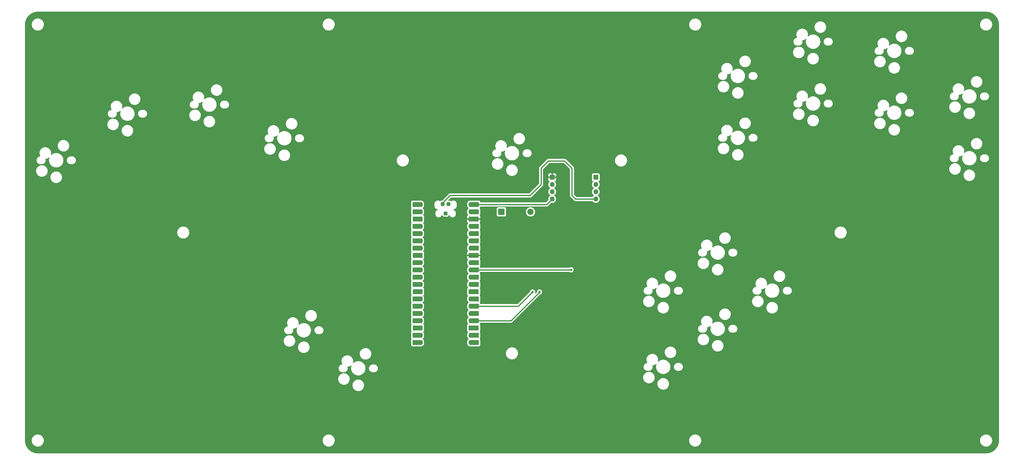
<source format=gtl>
G04 #@! TF.GenerationSoftware,KiCad,Pcbnew,(6.0.4)*
G04 #@! TF.CreationDate,2022-05-10T23:12:15-07:00*
G04 #@! TF.ProjectId,GCCMX,4743434d-582e-46b6-9963-61645f706362,rev?*
G04 #@! TF.SameCoordinates,Original*
G04 #@! TF.FileFunction,Copper,L1,Top*
G04 #@! TF.FilePolarity,Positive*
%FSLAX46Y46*%
G04 Gerber Fmt 4.6, Leading zero omitted, Abs format (unit mm)*
G04 Created by KiCad (PCBNEW (6.0.4)) date 2022-05-10 23:12:15*
%MOMM*%
%LPD*%
G01*
G04 APERTURE LIST*
G04 Aperture macros list*
%AMRoundRect*
0 Rectangle with rounded corners*
0 $1 Rounding radius*
0 $2 $3 $4 $5 $6 $7 $8 $9 X,Y pos of 4 corners*
0 Add a 4 corners polygon primitive as box body*
4,1,4,$2,$3,$4,$5,$6,$7,$8,$9,$2,$3,0*
0 Add four circle primitives for the rounded corners*
1,1,$1+$1,$2,$3*
1,1,$1+$1,$4,$5*
1,1,$1+$1,$6,$7*
1,1,$1+$1,$8,$9*
0 Add four rect primitives between the rounded corners*
20,1,$1+$1,$2,$3,$4,$5,0*
20,1,$1+$1,$4,$5,$6,$7,0*
20,1,$1+$1,$6,$7,$8,$9,0*
20,1,$1+$1,$8,$9,$2,$3,0*%
%AMFreePoly0*
4,1,17,-1.750000,0.850000,1.155000,0.850000,1.308997,0.829726,1.452500,0.770285,1.575729,0.675729,1.670285,0.552500,1.729726,0.408997,1.750000,0.255000,1.750000,-0.255000,1.729726,-0.408997,1.670285,-0.552500,1.575729,-0.675729,1.452500,-0.770285,1.308997,-0.829726,1.155000,-0.850000,-1.750000,-0.850000,-1.750000,0.850000,-1.750000,0.850000,$1*%
%AMFreePoly1*
4,1,17,-1.750000,0.255000,-1.729726,0.408997,-1.670285,0.552500,-1.575729,0.675729,-1.452500,0.770285,-1.308997,0.829726,-1.155000,0.850000,1.750000,0.850000,1.750000,-0.850000,-1.155000,-0.850000,-1.308997,-0.829726,-1.452500,-0.770285,-1.575729,-0.675729,-1.670285,-0.552500,-1.729726,-0.408997,-1.750000,-0.255000,-1.750000,0.255000,-1.750000,0.255000,$1*%
G04 Aperture macros list end*
G04 #@! TA.AperFunction,SMDPad,CuDef*
%ADD10FreePoly0,0.000000*%
G04 #@! TD*
G04 #@! TA.AperFunction,ComponentPad*
%ADD11O,1.700000X1.700000*%
G04 #@! TD*
G04 #@! TA.AperFunction,SMDPad,CuDef*
%ADD12R,3.500000X1.700000*%
G04 #@! TD*
G04 #@! TA.AperFunction,ComponentPad*
%ADD13R,1.700000X1.700000*%
G04 #@! TD*
G04 #@! TA.AperFunction,SMDPad,CuDef*
%ADD14FreePoly1,0.000000*%
G04 #@! TD*
G04 #@! TA.AperFunction,ComponentPad*
%ADD15RoundRect,0.255906X-0.394094X-0.394094X0.394094X-0.394094X0.394094X0.394094X-0.394094X0.394094X0*%
G04 #@! TD*
G04 #@! TA.AperFunction,ComponentPad*
%ADD16R,2.200000X2.200000*%
G04 #@! TD*
G04 #@! TA.AperFunction,ComponentPad*
%ADD17O,2.200000X2.200000*%
G04 #@! TD*
G04 #@! TA.AperFunction,ViaPad*
%ADD18C,0.800000*%
G04 #@! TD*
G04 #@! TA.AperFunction,Conductor*
%ADD19C,0.400000*%
G04 #@! TD*
G04 APERTURE END LIST*
D10*
X195639745Y-144140468D03*
D11*
X196539745Y-144140468D03*
X196539745Y-146680468D03*
D10*
X195639745Y-146680468D03*
D12*
X195639745Y-149220468D03*
D13*
X196539745Y-149220468D03*
D11*
X196539745Y-151760468D03*
D10*
X195639745Y-151760468D03*
X195639745Y-154300468D03*
D11*
X196539745Y-154300468D03*
D10*
X195639745Y-156840468D03*
D11*
X196539745Y-156840468D03*
D10*
X195639745Y-159380468D03*
D11*
X196539745Y-159380468D03*
D13*
X196539745Y-161920468D03*
D12*
X195639745Y-161920468D03*
D11*
X196539745Y-164460468D03*
D10*
X195639745Y-164460468D03*
D11*
X196539745Y-167000468D03*
D10*
X195639745Y-167000468D03*
X195639745Y-169540468D03*
D11*
X196539745Y-169540468D03*
X196539745Y-172080468D03*
D10*
X195639745Y-172080468D03*
D12*
X195639745Y-174620468D03*
D13*
X196539745Y-174620468D03*
D10*
X195639745Y-177160468D03*
D11*
X196539745Y-177160468D03*
D10*
X195639745Y-179700468D03*
D11*
X196539745Y-179700468D03*
D10*
X195639745Y-182240468D03*
D11*
X196539745Y-182240468D03*
D10*
X195639745Y-184780468D03*
D11*
X196539745Y-184780468D03*
D12*
X195639745Y-187320468D03*
D13*
X196539745Y-187320468D03*
D11*
X196539745Y-189860468D03*
D10*
X195639745Y-189860468D03*
X195639745Y-192400468D03*
D11*
X196539745Y-192400468D03*
X214319745Y-192400468D03*
D14*
X215219745Y-192400468D03*
X215219745Y-189860468D03*
D11*
X214319745Y-189860468D03*
D12*
X215219745Y-187320468D03*
D13*
X214319745Y-187320468D03*
D14*
X215219745Y-184780468D03*
D11*
X214319745Y-184780468D03*
X214319745Y-182240468D03*
D14*
X215219745Y-182240468D03*
X215219745Y-179700468D03*
D11*
X214319745Y-179700468D03*
X214319745Y-177160468D03*
D14*
X215219745Y-177160468D03*
D13*
X214319745Y-174620468D03*
D12*
X215219745Y-174620468D03*
D14*
X215219745Y-172080468D03*
D11*
X214319745Y-172080468D03*
X214319745Y-169540468D03*
D14*
X215219745Y-169540468D03*
D11*
X214319745Y-167000468D03*
D14*
X215219745Y-167000468D03*
D11*
X214319745Y-164460468D03*
D14*
X215219745Y-164460468D03*
D13*
X214319745Y-161920468D03*
D12*
X215219745Y-161920468D03*
D11*
X214319745Y-159380468D03*
D14*
X215219745Y-159380468D03*
D11*
X214319745Y-156840468D03*
D14*
X215219745Y-156840468D03*
X215219745Y-154300468D03*
D11*
X214319745Y-154300468D03*
D14*
X215219745Y-151760468D03*
D11*
X214319745Y-151760468D03*
D13*
X214319745Y-149220468D03*
D12*
X215219745Y-149220468D03*
D11*
X214319745Y-146680468D03*
D14*
X215219745Y-146680468D03*
X215219745Y-144140468D03*
D11*
X214319745Y-144140468D03*
D15*
X204429745Y-143970468D03*
X206429745Y-143970468D03*
X205429745Y-147270468D03*
D16*
X224917000Y-146729668D03*
D17*
X235077000Y-146729668D03*
D13*
X257870945Y-134613868D03*
D11*
X257870945Y-137153868D03*
X257870945Y-139693868D03*
X257870945Y-142233868D03*
D13*
X242630945Y-134613868D03*
D11*
X242630945Y-137153868D03*
X242630945Y-139693868D03*
X242630945Y-142233868D03*
D18*
X310763253Y-101850054D03*
X192767857Y-215767857D03*
X341567857Y-134167857D03*
X144767857Y-86167857D03*
X229549945Y-173348868D03*
X144767857Y-172567857D03*
X355967857Y-206167857D03*
X82367857Y-182167857D03*
X130367857Y-167767857D03*
X173567857Y-215767857D03*
X178194603Y-204117263D03*
X180774750Y-93992500D03*
X310763253Y-123490054D03*
X216767857Y-220567857D03*
X126193213Y-111873028D03*
X355967857Y-186967857D03*
X327167857Y-191767857D03*
X63167857Y-90967857D03*
X72767857Y-81367857D03*
X312767857Y-186967857D03*
X106367857Y-114967857D03*
X180774750Y-91992500D03*
X115967857Y-177367857D03*
X231875000Y-128881250D03*
X365567857Y-215767857D03*
X63167857Y-143767857D03*
X235393750Y-82262500D03*
X322367857Y-215767857D03*
X384767857Y-148567857D03*
X283967857Y-215767857D03*
X331967857Y-206167857D03*
X139967857Y-210967857D03*
X391616283Y-108996424D03*
X82367857Y-134167857D03*
X106367857Y-167767857D03*
X237393750Y-82262500D03*
X159169603Y-190796263D03*
X96767857Y-158167857D03*
X178774750Y-91992500D03*
X130367857Y-81367857D03*
X154367857Y-153367857D03*
X312767857Y-143767857D03*
X264767857Y-196567857D03*
X125567857Y-215767857D03*
X391616283Y-130636424D03*
X279167857Y-81367857D03*
X72767857Y-172567857D03*
X355374107Y-129367857D03*
X370367857Y-182167857D03*
X149567857Y-220567857D03*
X97569945Y-115063868D03*
X91967857Y-124567857D03*
X307967857Y-225367857D03*
X375167857Y-81367857D03*
X135167857Y-182167857D03*
X259967857Y-86167857D03*
X375167857Y-225367857D03*
X255167857Y-225367857D03*
X189544945Y-140328868D03*
X63167857Y-110167857D03*
X360767857Y-134167857D03*
X279167857Y-186967857D03*
X237393750Y-84262500D03*
X135167857Y-100567857D03*
X135167857Y-134167857D03*
X179774750Y-92992500D03*
X264767857Y-215767857D03*
X183167857Y-186967857D03*
X130367857Y-201367857D03*
X346367857Y-105367857D03*
X365567857Y-167767857D03*
X337043452Y-89862595D03*
X236393750Y-83262500D03*
X82367857Y-162967857D03*
X173567857Y-177367857D03*
X106367857Y-196567857D03*
X327167857Y-138967857D03*
X317567857Y-158167857D03*
X375167857Y-158167857D03*
X255167857Y-206167857D03*
X187967857Y-201367857D03*
X303167857Y-210967857D03*
X346367857Y-196567857D03*
X72767857Y-100567857D03*
X231167857Y-225367857D03*
X87167857Y-148567857D03*
X331967857Y-225367857D03*
X173567857Y-138967857D03*
X235967857Y-186967857D03*
X163967857Y-110167857D03*
X250367857Y-191767857D03*
X389567857Y-201367857D03*
X375167857Y-206167857D03*
X101567857Y-100567857D03*
X355967857Y-158167857D03*
X115967857Y-206167857D03*
X226367857Y-81367857D03*
X173567857Y-81367857D03*
X375167857Y-138967857D03*
X351167857Y-143767857D03*
X331967857Y-153367857D03*
X154367857Y-134167857D03*
X63167857Y-162967857D03*
X384767857Y-90967857D03*
X152375000Y-123642500D03*
X274367857Y-225367857D03*
X115967857Y-86167857D03*
X379967857Y-172567857D03*
X120767857Y-191767857D03*
X389567857Y-182167857D03*
X365567857Y-196567857D03*
X202367857Y-225367857D03*
X337043452Y-111502595D03*
X389567857Y-162967857D03*
X245567857Y-81367857D03*
X135167857Y-225367857D03*
X235967857Y-90967857D03*
X250367857Y-95767857D03*
X384767857Y-215767857D03*
X139967857Y-158167857D03*
X303727453Y-163646578D03*
X235393750Y-84262500D03*
X322752453Y-176967578D03*
X365392169Y-114729988D03*
X288767857Y-90967857D03*
X346367857Y-81367857D03*
X331967857Y-172567857D03*
X120767857Y-138967857D03*
X63167857Y-182167857D03*
X63167857Y-201367857D03*
X379967857Y-191767857D03*
X221294945Y-95878868D03*
X341567857Y-215767857D03*
X351167857Y-172567857D03*
X149567857Y-201367857D03*
X120767857Y-158167857D03*
X365392169Y-93089988D03*
X106367857Y-215767857D03*
X159167857Y-210967857D03*
X226367857Y-210967857D03*
X232089945Y-153663868D03*
X351167857Y-225367857D03*
X303727453Y-190288578D03*
X341567857Y-182167857D03*
X72767857Y-153367857D03*
X303167857Y-81367857D03*
X279167857Y-100567857D03*
X63167857Y-220567857D03*
X183167857Y-225367857D03*
X284702453Y-203609578D03*
X207167857Y-210967857D03*
X178367857Y-153367857D03*
X111167857Y-129367857D03*
X293567857Y-201367857D03*
X91967857Y-172567857D03*
X115967857Y-225367857D03*
X101567857Y-81367857D03*
X96767857Y-138967857D03*
X149567857Y-105367857D03*
X130367857Y-148567857D03*
X341567857Y-162967857D03*
X298367857Y-138967857D03*
X317567857Y-201367857D03*
X365567857Y-148567857D03*
X61400000Y-129400000D03*
X375167857Y-119767857D03*
X144767857Y-143767857D03*
X101567857Y-182167857D03*
X284702453Y-176967578D03*
X255584945Y-166363868D03*
X87167857Y-86167857D03*
X106367857Y-148567857D03*
X178774750Y-93992500D03*
X245567857Y-215767857D03*
X249234945Y-166998868D03*
X238224945Y-174768868D03*
X235804945Y-174728868D03*
D19*
X249234945Y-166998868D02*
X214309945Y-166998868D01*
X228279945Y-184778868D02*
X214309945Y-184778868D01*
X238224945Y-174833868D02*
X228279945Y-184778868D01*
X238224945Y-174768868D02*
X238224945Y-174833868D01*
X235804945Y-174728868D02*
X235789945Y-174728868D01*
X235789945Y-174728868D02*
X230819945Y-179698868D01*
X230819945Y-179698868D02*
X214309945Y-179698868D01*
X247015000Y-128905000D02*
X249555000Y-131445000D01*
X238760000Y-131445000D02*
X241300000Y-128905000D01*
X234950000Y-140970000D02*
X238760000Y-137160000D01*
X249555000Y-131445000D02*
X249555000Y-140970000D01*
X238760000Y-137160000D02*
X238760000Y-131445000D01*
X207010000Y-140970000D02*
X234950000Y-140970000D01*
X249555000Y-140970000D02*
X250825000Y-142240000D01*
X204429745Y-143550255D02*
X207010000Y-140970000D01*
X204429745Y-143970468D02*
X204429745Y-143550255D01*
X241300000Y-128905000D02*
X247015000Y-128905000D01*
X250825000Y-142240000D02*
X250831132Y-142233868D01*
X250831132Y-142233868D02*
X257870945Y-142233868D01*
X240724345Y-144140468D02*
X242630945Y-142233868D01*
X214319745Y-144140468D02*
X240724345Y-144140468D01*
G04 #@! TA.AperFunction,Conductor*
G36*
X394170018Y-76710000D02*
G01*
X394184851Y-76712310D01*
X394184855Y-76712310D01*
X394193724Y-76713691D01*
X394214183Y-76711016D01*
X394236007Y-76710072D01*
X394585965Y-76725352D01*
X394596913Y-76726310D01*
X394974498Y-76776019D01*
X394985307Y-76777926D01*
X395357114Y-76860353D01*
X395367731Y-76863198D01*
X395730939Y-76977718D01*
X395741254Y-76981471D01*
X396093123Y-77127220D01*
X396103067Y-77131858D01*
X396440867Y-77307705D01*
X396450387Y-77313201D01*
X396771574Y-77517820D01*
X396780578Y-77524124D01*
X397082716Y-77755962D01*
X397091137Y-77763028D01*
X397371914Y-78020314D01*
X397379686Y-78028086D01*
X397636972Y-78308863D01*
X397644038Y-78317284D01*
X397875876Y-78619422D01*
X397882180Y-78628426D01*
X398086799Y-78949613D01*
X398092294Y-78959132D01*
X398253752Y-79269288D01*
X398268138Y-79296924D01*
X398272780Y-79306877D01*
X398382422Y-79571577D01*
X398418526Y-79658739D01*
X398422282Y-79669061D01*
X398449877Y-79756579D01*
X398536802Y-80032268D01*
X398539647Y-80042885D01*
X398603269Y-80329864D01*
X398622073Y-80414685D01*
X398623981Y-80425502D01*
X398654385Y-80656451D01*
X398673690Y-80803086D01*
X398674648Y-80814035D01*
X398682136Y-80985524D01*
X398689603Y-81156552D01*
X398688223Y-81181429D01*
X398686309Y-81193724D01*
X398687473Y-81202626D01*
X398687473Y-81202628D01*
X398690436Y-81225283D01*
X398691500Y-81241621D01*
X398691500Y-226650633D01*
X398690000Y-226670018D01*
X398687690Y-226684851D01*
X398687690Y-226684855D01*
X398686309Y-226693724D01*
X398688984Y-226714183D01*
X398689928Y-226736007D01*
X398684742Y-226854784D01*
X398674648Y-227085964D01*
X398673690Y-227096913D01*
X398631696Y-227415898D01*
X398623982Y-227474490D01*
X398622074Y-227485307D01*
X398578292Y-227682799D01*
X398539647Y-227857114D01*
X398536802Y-227867731D01*
X398447910Y-228149661D01*
X398422285Y-228230932D01*
X398418529Y-228241254D01*
X398307329Y-228509715D01*
X398272784Y-228593114D01*
X398268142Y-228603067D01*
X398168815Y-228793873D01*
X398092295Y-228940867D01*
X398086799Y-228950387D01*
X397882180Y-229271574D01*
X397875876Y-229280578D01*
X397644038Y-229582716D01*
X397636972Y-229591137D01*
X397379686Y-229871914D01*
X397371914Y-229879686D01*
X397091137Y-230136972D01*
X397082716Y-230144038D01*
X396780578Y-230375876D01*
X396771574Y-230382180D01*
X396450387Y-230586799D01*
X396440868Y-230592294D01*
X396103067Y-230768142D01*
X396093123Y-230772780D01*
X395741254Y-230918529D01*
X395730939Y-230922282D01*
X395367732Y-231036802D01*
X395357115Y-231039647D01*
X394985307Y-231122074D01*
X394974498Y-231123981D01*
X394596914Y-231173690D01*
X394585965Y-231174648D01*
X394243446Y-231189603D01*
X394218571Y-231188223D01*
X394206276Y-231186309D01*
X394197374Y-231187473D01*
X394197372Y-231187473D01*
X394182323Y-231189441D01*
X394174714Y-231190436D01*
X394158379Y-231191500D01*
X63049367Y-231191500D01*
X63029982Y-231190000D01*
X63015149Y-231187690D01*
X63015145Y-231187690D01*
X63006276Y-231186309D01*
X62985817Y-231188984D01*
X62963993Y-231189928D01*
X62614035Y-231174648D01*
X62603086Y-231173690D01*
X62225502Y-231123981D01*
X62214693Y-231122074D01*
X61842885Y-231039647D01*
X61832268Y-231036802D01*
X61469061Y-230922282D01*
X61458746Y-230918529D01*
X61106877Y-230772780D01*
X61096933Y-230768142D01*
X60759132Y-230592294D01*
X60749613Y-230586799D01*
X60428426Y-230382180D01*
X60419422Y-230375876D01*
X60117284Y-230144038D01*
X60108863Y-230136972D01*
X59828086Y-229879686D01*
X59820314Y-229871914D01*
X59563028Y-229591137D01*
X59555962Y-229582716D01*
X59324124Y-229280578D01*
X59317820Y-229271574D01*
X59113201Y-228950387D01*
X59107705Y-228940867D01*
X59031185Y-228793873D01*
X58931858Y-228603067D01*
X58927216Y-228593114D01*
X58892672Y-228509715D01*
X58781471Y-228241254D01*
X58777715Y-228230932D01*
X58752091Y-228149661D01*
X58663198Y-227867731D01*
X58660353Y-227857114D01*
X58621708Y-227682799D01*
X58577926Y-227485307D01*
X58576018Y-227474490D01*
X58568305Y-227415898D01*
X58526310Y-227096913D01*
X58525352Y-227085964D01*
X58515258Y-226854784D01*
X58514294Y-226832703D01*
X60890743Y-226832703D01*
X60928268Y-227117734D01*
X61004129Y-227395036D01*
X61005813Y-227398984D01*
X61094730Y-227607445D01*
X61116923Y-227659476D01*
X61128693Y-227679142D01*
X61241562Y-227867732D01*
X61264561Y-227906161D01*
X61444313Y-228130528D01*
X61652851Y-228328423D01*
X61675787Y-228344904D01*
X61877898Y-228490136D01*
X61886317Y-228496186D01*
X61890112Y-228498195D01*
X61890113Y-228498196D01*
X61911869Y-228509715D01*
X62140392Y-228630712D01*
X62410373Y-228729511D01*
X62691264Y-228790755D01*
X62719841Y-228793004D01*
X62914282Y-228808307D01*
X62914291Y-228808307D01*
X62916739Y-228808500D01*
X63072271Y-228808500D01*
X63074407Y-228808354D01*
X63074418Y-228808354D01*
X63282548Y-228794165D01*
X63282554Y-228794164D01*
X63286825Y-228793873D01*
X63291020Y-228793004D01*
X63291022Y-228793004D01*
X63427584Y-228764723D01*
X63568342Y-228735574D01*
X63839343Y-228639607D01*
X64094812Y-228507750D01*
X64098313Y-228505289D01*
X64098317Y-228505287D01*
X64212417Y-228425096D01*
X64330023Y-228342441D01*
X64408403Y-228269606D01*
X64537479Y-228149661D01*
X64537481Y-228149658D01*
X64540622Y-228146740D01*
X64722713Y-227924268D01*
X64872927Y-227679142D01*
X64988483Y-227415898D01*
X65067244Y-227139406D01*
X65107751Y-226854784D01*
X65107845Y-226836951D01*
X65107867Y-226832703D01*
X162490743Y-226832703D01*
X162528268Y-227117734D01*
X162604129Y-227395036D01*
X162605813Y-227398984D01*
X162694730Y-227607445D01*
X162716923Y-227659476D01*
X162728693Y-227679142D01*
X162841562Y-227867732D01*
X162864561Y-227906161D01*
X163044313Y-228130528D01*
X163252851Y-228328423D01*
X163275787Y-228344904D01*
X163477898Y-228490136D01*
X163486317Y-228496186D01*
X163490112Y-228498195D01*
X163490113Y-228498196D01*
X163511869Y-228509715D01*
X163740392Y-228630712D01*
X164010373Y-228729511D01*
X164291264Y-228790755D01*
X164319841Y-228793004D01*
X164514282Y-228808307D01*
X164514291Y-228808307D01*
X164516739Y-228808500D01*
X164672271Y-228808500D01*
X164674407Y-228808354D01*
X164674418Y-228808354D01*
X164882548Y-228794165D01*
X164882554Y-228794164D01*
X164886825Y-228793873D01*
X164891020Y-228793004D01*
X164891022Y-228793004D01*
X165027584Y-228764723D01*
X165168342Y-228735574D01*
X165439343Y-228639607D01*
X165694812Y-228507750D01*
X165698313Y-228505289D01*
X165698317Y-228505287D01*
X165812417Y-228425096D01*
X165930023Y-228342441D01*
X166008403Y-228269606D01*
X166137479Y-228149661D01*
X166137481Y-228149658D01*
X166140622Y-228146740D01*
X166322713Y-227924268D01*
X166472927Y-227679142D01*
X166588483Y-227415898D01*
X166667244Y-227139406D01*
X166707751Y-226854784D01*
X166707845Y-226836951D01*
X166707867Y-226832703D01*
X290490743Y-226832703D01*
X290528268Y-227117734D01*
X290604129Y-227395036D01*
X290605813Y-227398984D01*
X290694730Y-227607445D01*
X290716923Y-227659476D01*
X290728693Y-227679142D01*
X290841562Y-227867732D01*
X290864561Y-227906161D01*
X291044313Y-228130528D01*
X291252851Y-228328423D01*
X291275787Y-228344904D01*
X291477898Y-228490136D01*
X291486317Y-228496186D01*
X291490112Y-228498195D01*
X291490113Y-228498196D01*
X291511869Y-228509715D01*
X291740392Y-228630712D01*
X292010373Y-228729511D01*
X292291264Y-228790755D01*
X292319841Y-228793004D01*
X292514282Y-228808307D01*
X292514291Y-228808307D01*
X292516739Y-228808500D01*
X292672271Y-228808500D01*
X292674407Y-228808354D01*
X292674418Y-228808354D01*
X292882548Y-228794165D01*
X292882554Y-228794164D01*
X292886825Y-228793873D01*
X292891020Y-228793004D01*
X292891022Y-228793004D01*
X293027584Y-228764723D01*
X293168342Y-228735574D01*
X293439343Y-228639607D01*
X293694812Y-228507750D01*
X293698313Y-228505289D01*
X293698317Y-228505287D01*
X293812418Y-228425095D01*
X293930023Y-228342441D01*
X294008403Y-228269606D01*
X294137479Y-228149661D01*
X294137481Y-228149658D01*
X294140622Y-228146740D01*
X294322713Y-227924268D01*
X294472927Y-227679142D01*
X294588483Y-227415898D01*
X294667244Y-227139406D01*
X294707751Y-226854784D01*
X294707845Y-226836951D01*
X294707867Y-226832703D01*
X392090743Y-226832703D01*
X392128268Y-227117734D01*
X392204129Y-227395036D01*
X392205813Y-227398984D01*
X392294730Y-227607445D01*
X392316923Y-227659476D01*
X392328693Y-227679142D01*
X392441562Y-227867732D01*
X392464561Y-227906161D01*
X392644313Y-228130528D01*
X392852851Y-228328423D01*
X392875787Y-228344904D01*
X393077898Y-228490136D01*
X393086317Y-228496186D01*
X393090112Y-228498195D01*
X393090113Y-228498196D01*
X393111869Y-228509715D01*
X393340392Y-228630712D01*
X393610373Y-228729511D01*
X393891264Y-228790755D01*
X393919841Y-228793004D01*
X394114282Y-228808307D01*
X394114291Y-228808307D01*
X394116739Y-228808500D01*
X394272271Y-228808500D01*
X394274407Y-228808354D01*
X394274418Y-228808354D01*
X394482548Y-228794165D01*
X394482554Y-228794164D01*
X394486825Y-228793873D01*
X394491020Y-228793004D01*
X394491022Y-228793004D01*
X394627584Y-228764723D01*
X394768342Y-228735574D01*
X395039343Y-228639607D01*
X395294812Y-228507750D01*
X395298313Y-228505289D01*
X395298317Y-228505287D01*
X395412418Y-228425095D01*
X395530023Y-228342441D01*
X395608403Y-228269606D01*
X395737479Y-228149661D01*
X395737481Y-228149658D01*
X395740622Y-228146740D01*
X395922713Y-227924268D01*
X396072927Y-227679142D01*
X396188483Y-227415898D01*
X396267244Y-227139406D01*
X396307751Y-226854784D01*
X396307845Y-226836951D01*
X396309235Y-226571583D01*
X396309235Y-226571576D01*
X396309257Y-226567297D01*
X396271732Y-226282266D01*
X396195871Y-226004964D01*
X396083077Y-225740524D01*
X395935439Y-225493839D01*
X395755687Y-225269472D01*
X395547149Y-225071577D01*
X395313683Y-224903814D01*
X395291843Y-224892250D01*
X395268654Y-224879972D01*
X395059608Y-224769288D01*
X394789627Y-224670489D01*
X394508736Y-224609245D01*
X394477685Y-224606801D01*
X394285718Y-224591693D01*
X394285709Y-224591693D01*
X394283261Y-224591500D01*
X394127729Y-224591500D01*
X394125593Y-224591646D01*
X394125582Y-224591646D01*
X393917452Y-224605835D01*
X393917446Y-224605836D01*
X393913175Y-224606127D01*
X393908980Y-224606996D01*
X393908978Y-224606996D01*
X393772416Y-224635277D01*
X393631658Y-224664426D01*
X393360657Y-224760393D01*
X393105188Y-224892250D01*
X393101687Y-224894711D01*
X393101683Y-224894713D01*
X393091594Y-224901804D01*
X392869977Y-225057559D01*
X392659378Y-225253260D01*
X392477287Y-225475732D01*
X392327073Y-225720858D01*
X392211517Y-225984102D01*
X392132756Y-226260594D01*
X392092249Y-226545216D01*
X392092227Y-226549505D01*
X392092226Y-226549512D01*
X392090765Y-226828417D01*
X392090743Y-226832703D01*
X294707867Y-226832703D01*
X294709235Y-226571583D01*
X294709235Y-226571576D01*
X294709257Y-226567297D01*
X294671732Y-226282266D01*
X294595871Y-226004964D01*
X294483077Y-225740524D01*
X294335439Y-225493839D01*
X294155687Y-225269472D01*
X293947149Y-225071577D01*
X293713683Y-224903814D01*
X293691843Y-224892250D01*
X293668654Y-224879972D01*
X293459608Y-224769288D01*
X293189627Y-224670489D01*
X292908736Y-224609245D01*
X292877685Y-224606801D01*
X292685718Y-224591693D01*
X292685709Y-224591693D01*
X292683261Y-224591500D01*
X292527729Y-224591500D01*
X292525593Y-224591646D01*
X292525582Y-224591646D01*
X292317452Y-224605835D01*
X292317446Y-224605836D01*
X292313175Y-224606127D01*
X292308980Y-224606996D01*
X292308978Y-224606996D01*
X292172416Y-224635277D01*
X292031658Y-224664426D01*
X291760657Y-224760393D01*
X291505188Y-224892250D01*
X291501687Y-224894711D01*
X291501683Y-224894713D01*
X291491594Y-224901804D01*
X291269977Y-225057559D01*
X291059378Y-225253260D01*
X290877287Y-225475732D01*
X290727073Y-225720858D01*
X290611517Y-225984102D01*
X290532756Y-226260594D01*
X290492249Y-226545216D01*
X290492227Y-226549505D01*
X290492226Y-226549512D01*
X290490765Y-226828417D01*
X290490743Y-226832703D01*
X166707867Y-226832703D01*
X166709235Y-226571583D01*
X166709235Y-226571576D01*
X166709257Y-226567297D01*
X166671732Y-226282266D01*
X166595871Y-226004964D01*
X166483077Y-225740524D01*
X166335439Y-225493839D01*
X166155687Y-225269472D01*
X165947149Y-225071577D01*
X165713683Y-224903814D01*
X165691843Y-224892250D01*
X165668654Y-224879972D01*
X165459608Y-224769288D01*
X165189627Y-224670489D01*
X164908736Y-224609245D01*
X164877685Y-224606801D01*
X164685718Y-224591693D01*
X164685709Y-224591693D01*
X164683261Y-224591500D01*
X164527729Y-224591500D01*
X164525593Y-224591646D01*
X164525582Y-224591646D01*
X164317452Y-224605835D01*
X164317446Y-224605836D01*
X164313175Y-224606127D01*
X164308980Y-224606996D01*
X164308978Y-224606996D01*
X164172416Y-224635277D01*
X164031658Y-224664426D01*
X163760657Y-224760393D01*
X163505188Y-224892250D01*
X163501687Y-224894711D01*
X163501683Y-224894713D01*
X163491594Y-224901804D01*
X163269977Y-225057559D01*
X163059378Y-225253260D01*
X162877287Y-225475732D01*
X162727073Y-225720858D01*
X162611517Y-225984102D01*
X162532756Y-226260594D01*
X162492249Y-226545216D01*
X162492227Y-226549505D01*
X162492226Y-226549512D01*
X162490765Y-226828417D01*
X162490743Y-226832703D01*
X65107867Y-226832703D01*
X65109235Y-226571583D01*
X65109235Y-226571576D01*
X65109257Y-226567297D01*
X65071732Y-226282266D01*
X64995871Y-226004964D01*
X64883077Y-225740524D01*
X64735439Y-225493839D01*
X64555687Y-225269472D01*
X64347149Y-225071577D01*
X64113683Y-224903814D01*
X64091843Y-224892250D01*
X64068654Y-224879972D01*
X63859608Y-224769288D01*
X63589627Y-224670489D01*
X63308736Y-224609245D01*
X63277685Y-224606801D01*
X63085718Y-224591693D01*
X63085709Y-224591693D01*
X63083261Y-224591500D01*
X62927729Y-224591500D01*
X62925593Y-224591646D01*
X62925582Y-224591646D01*
X62717452Y-224605835D01*
X62717446Y-224605836D01*
X62713175Y-224606127D01*
X62708980Y-224606996D01*
X62708978Y-224606996D01*
X62572416Y-224635277D01*
X62431658Y-224664426D01*
X62160657Y-224760393D01*
X61905188Y-224892250D01*
X61901687Y-224894711D01*
X61901683Y-224894713D01*
X61891594Y-224901804D01*
X61669977Y-225057559D01*
X61459378Y-225253260D01*
X61277287Y-225475732D01*
X61127073Y-225720858D01*
X61011517Y-225984102D01*
X60932756Y-226260594D01*
X60892249Y-226545216D01*
X60892227Y-226549505D01*
X60892226Y-226549512D01*
X60890765Y-226828417D01*
X60890743Y-226832703D01*
X58514294Y-226832703D01*
X58510561Y-226747206D01*
X58512188Y-226720805D01*
X58512769Y-226717352D01*
X58512770Y-226717345D01*
X58513576Y-226712552D01*
X58513729Y-226700000D01*
X58509773Y-226672376D01*
X58508500Y-226654514D01*
X58508500Y-207321996D01*
X172907425Y-207321996D01*
X172907578Y-207326384D01*
X172907578Y-207326390D01*
X172913877Y-207506754D01*
X172917228Y-207602721D01*
X172917990Y-207607044D01*
X172917991Y-207607051D01*
X172941767Y-207741887D01*
X172966005Y-207879350D01*
X173052806Y-208146498D01*
X173175943Y-208398965D01*
X173178398Y-208402604D01*
X173178401Y-208402610D01*
X173251261Y-208510629D01*
X173333018Y-208631839D01*
X173335963Y-208635110D01*
X173335964Y-208635111D01*
X173414060Y-208721845D01*
X173520974Y-208840585D01*
X173736153Y-209021142D01*
X173974367Y-209169994D01*
X174230978Y-209284245D01*
X174500993Y-209361670D01*
X174505343Y-209362281D01*
X174505346Y-209362282D01*
X174608293Y-209376750D01*
X174779155Y-209400763D01*
X174989749Y-209400763D01*
X174991935Y-209400610D01*
X174991939Y-209400610D01*
X175195430Y-209386381D01*
X175195435Y-209386380D01*
X175199815Y-209386074D01*
X175474573Y-209327672D01*
X175478702Y-209326169D01*
X175478706Y-209326168D01*
X175734384Y-209233109D01*
X175734388Y-209233107D01*
X175738529Y-209231600D01*
X175986545Y-209099727D01*
X176091499Y-209023474D01*
X176210232Y-208937210D01*
X176210235Y-208937207D01*
X176213795Y-208934621D01*
X176256973Y-208892925D01*
X176314550Y-208837323D01*
X176415855Y-208739494D01*
X176588791Y-208518145D01*
X176590987Y-208514341D01*
X176590992Y-208514334D01*
X176727038Y-208278694D01*
X176729239Y-208274882D01*
X176834465Y-208014439D01*
X176865172Y-207891280D01*
X176901356Y-207746156D01*
X176901357Y-207746151D01*
X176902420Y-207741887D01*
X176912838Y-207642771D01*
X176931322Y-207466899D01*
X176931322Y-207466896D01*
X176931781Y-207462530D01*
X176921978Y-207181805D01*
X176906679Y-207095036D01*
X176873963Y-206909499D01*
X176873201Y-206905176D01*
X176843677Y-206814311D01*
X279415275Y-206814311D01*
X279415428Y-206818699D01*
X279415428Y-206818705D01*
X279424639Y-207082458D01*
X279425078Y-207095036D01*
X279425840Y-207099359D01*
X279425841Y-207099366D01*
X279449617Y-207234202D01*
X279473855Y-207371665D01*
X279560656Y-207638813D01*
X279683793Y-207891280D01*
X279686248Y-207894919D01*
X279686251Y-207894925D01*
X279759343Y-208003288D01*
X279840868Y-208124154D01*
X280028824Y-208332900D01*
X280244003Y-208513457D01*
X280482217Y-208662309D01*
X280738828Y-208776560D01*
X281008843Y-208853985D01*
X281013193Y-208854596D01*
X281013196Y-208854597D01*
X281116143Y-208869065D01*
X281287005Y-208893078D01*
X281497599Y-208893078D01*
X281499785Y-208892925D01*
X281499789Y-208892925D01*
X281703280Y-208878696D01*
X281703285Y-208878695D01*
X281707665Y-208878389D01*
X281982423Y-208819987D01*
X281986552Y-208818484D01*
X281986556Y-208818483D01*
X282242234Y-208725424D01*
X282242238Y-208725422D01*
X282246379Y-208723915D01*
X282494395Y-208592042D01*
X282599349Y-208515789D01*
X282718082Y-208429525D01*
X282718085Y-208429522D01*
X282721645Y-208426936D01*
X282746836Y-208402610D01*
X282875154Y-208278694D01*
X282923705Y-208231809D01*
X283096641Y-208010460D01*
X283098837Y-208006656D01*
X283098842Y-208006649D01*
X283234888Y-207771009D01*
X283237089Y-207767197D01*
X283342315Y-207506754D01*
X283375997Y-207371665D01*
X283409206Y-207238471D01*
X283409207Y-207238466D01*
X283410270Y-207234202D01*
X283415329Y-207186074D01*
X283439172Y-206959214D01*
X283439172Y-206959211D01*
X283439631Y-206954845D01*
X283437897Y-206905176D01*
X283429982Y-206678517D01*
X283429981Y-206678511D01*
X283429828Y-206674120D01*
X283424413Y-206643407D01*
X283381813Y-206401814D01*
X283381051Y-206397491D01*
X283294250Y-206130343D01*
X283171113Y-205877876D01*
X283168658Y-205874237D01*
X283168655Y-205874231D01*
X283047711Y-205694925D01*
X283014038Y-205645002D01*
X282984996Y-205612747D01*
X282845983Y-205458358D01*
X282826082Y-205436256D01*
X282780877Y-205398324D01*
X282666653Y-205302479D01*
X282610903Y-205255699D01*
X282372689Y-205106847D01*
X282116078Y-204992596D01*
X281846063Y-204915171D01*
X281841713Y-204914560D01*
X281841710Y-204914559D01*
X281733604Y-204899366D01*
X281567901Y-204876078D01*
X281357307Y-204876078D01*
X281355121Y-204876231D01*
X281355117Y-204876231D01*
X281151626Y-204890460D01*
X281151621Y-204890461D01*
X281147241Y-204890767D01*
X280872483Y-204949169D01*
X280868354Y-204950672D01*
X280868350Y-204950673D01*
X280612672Y-205043732D01*
X280612668Y-205043734D01*
X280608527Y-205045241D01*
X280360511Y-205177114D01*
X280356952Y-205179700D01*
X280356950Y-205179701D01*
X280252348Y-205255699D01*
X280133261Y-205342220D01*
X280130097Y-205345276D01*
X280130094Y-205345278D01*
X280050394Y-205422244D01*
X279931201Y-205537347D01*
X279758265Y-205758696D01*
X279756069Y-205762500D01*
X279756064Y-205762507D01*
X279664846Y-205920503D01*
X279617817Y-206001959D01*
X279512591Y-206262402D01*
X279511526Y-206266675D01*
X279511525Y-206266677D01*
X279450947Y-206509644D01*
X279444636Y-206534954D01*
X279444177Y-206539322D01*
X279444176Y-206539327D01*
X279423378Y-206737210D01*
X279415275Y-206814311D01*
X176843677Y-206814311D01*
X176786400Y-206638028D01*
X176776868Y-206618483D01*
X176701566Y-206464094D01*
X176663263Y-206385561D01*
X176660808Y-206381922D01*
X176660805Y-206381916D01*
X176577437Y-206258319D01*
X176506188Y-206152687D01*
X176318232Y-205943941D01*
X176103053Y-205763384D01*
X175864839Y-205614532D01*
X175608228Y-205500281D01*
X175338213Y-205422856D01*
X175333863Y-205422245D01*
X175333860Y-205422244D01*
X175225754Y-205407051D01*
X175060051Y-205383763D01*
X174849457Y-205383763D01*
X174847271Y-205383916D01*
X174847267Y-205383916D01*
X174643776Y-205398145D01*
X174643771Y-205398146D01*
X174639391Y-205398452D01*
X174364633Y-205456854D01*
X174360504Y-205458357D01*
X174360500Y-205458358D01*
X174104822Y-205551417D01*
X174104818Y-205551419D01*
X174100677Y-205552926D01*
X173852661Y-205684799D01*
X173849102Y-205687385D01*
X173849100Y-205687386D01*
X173679703Y-205810460D01*
X173625411Y-205849905D01*
X173622247Y-205852961D01*
X173622244Y-205852963D01*
X173596446Y-205877876D01*
X173423351Y-206045032D01*
X173250415Y-206266381D01*
X173248219Y-206270185D01*
X173248214Y-206270192D01*
X173156996Y-206428188D01*
X173109967Y-206509644D01*
X173004741Y-206770087D01*
X173003676Y-206774360D01*
X173003675Y-206774362D01*
X172955479Y-206967667D01*
X172936786Y-207042639D01*
X172936327Y-207047007D01*
X172936326Y-207047012D01*
X172907884Y-207317627D01*
X172907425Y-207321996D01*
X58508500Y-207321996D01*
X58508500Y-205121996D01*
X167907425Y-205121996D01*
X167907578Y-205126384D01*
X167907578Y-205126390D01*
X167915025Y-205339631D01*
X167917228Y-205402721D01*
X167917990Y-205407044D01*
X167917991Y-205407051D01*
X167941577Y-205540814D01*
X167966005Y-205679350D01*
X168052806Y-205946498D01*
X168175943Y-206198965D01*
X168178398Y-206202604D01*
X168178401Y-206202610D01*
X168221615Y-206266677D01*
X168333018Y-206431839D01*
X168335963Y-206435110D01*
X168335964Y-206435111D01*
X168399642Y-206505832D01*
X168520974Y-206640585D01*
X168524336Y-206643406D01*
X168524337Y-206643407D01*
X168566393Y-206678696D01*
X168736153Y-206821142D01*
X168974367Y-206969994D01*
X169230978Y-207084245D01*
X169500993Y-207161670D01*
X169505343Y-207162281D01*
X169505346Y-207162282D01*
X169608293Y-207176750D01*
X169779155Y-207200763D01*
X169989749Y-207200763D01*
X169991935Y-207200610D01*
X169991939Y-207200610D01*
X170195430Y-207186381D01*
X170195435Y-207186380D01*
X170199815Y-207186074D01*
X170474573Y-207127672D01*
X170478702Y-207126169D01*
X170478706Y-207126168D01*
X170734384Y-207033109D01*
X170734388Y-207033107D01*
X170738529Y-207031600D01*
X170986545Y-206899727D01*
X171091499Y-206823474D01*
X171210232Y-206737210D01*
X171210235Y-206737207D01*
X171213795Y-206734621D01*
X171256973Y-206692925D01*
X171317919Y-206634070D01*
X171415855Y-206539494D01*
X171588791Y-206318145D01*
X171590987Y-206314341D01*
X171590992Y-206314334D01*
X171727038Y-206078694D01*
X171729239Y-206074882D01*
X171834465Y-205814439D01*
X171836407Y-205806649D01*
X171901356Y-205546156D01*
X171901357Y-205546151D01*
X171902420Y-205541887D01*
X171902898Y-205537347D01*
X171931322Y-205266899D01*
X171931322Y-205266896D01*
X171931781Y-205262530D01*
X171931628Y-205258136D01*
X171922132Y-204986202D01*
X171922131Y-204986196D01*
X171921978Y-204981805D01*
X171916224Y-204949169D01*
X171873963Y-204709499D01*
X171873201Y-204705176D01*
X171843677Y-204614311D01*
X274415275Y-204614311D01*
X274425078Y-204895036D01*
X274425840Y-204899359D01*
X274425841Y-204899366D01*
X274449617Y-205034202D01*
X274473855Y-205171665D01*
X274560656Y-205438813D01*
X274562584Y-205442766D01*
X274562586Y-205442771D01*
X274607224Y-205534291D01*
X274683793Y-205691280D01*
X274686248Y-205694919D01*
X274686251Y-205694925D01*
X274734335Y-205766212D01*
X274840868Y-205924154D01*
X275028824Y-206132900D01*
X275244003Y-206313457D01*
X275482217Y-206462309D01*
X275738828Y-206576560D01*
X276008843Y-206653985D01*
X276013193Y-206654596D01*
X276013196Y-206654597D01*
X276116143Y-206669065D01*
X276287005Y-206693078D01*
X276497599Y-206693078D01*
X276499785Y-206692925D01*
X276499789Y-206692925D01*
X276703280Y-206678696D01*
X276703285Y-206678695D01*
X276707665Y-206678389D01*
X276982423Y-206619987D01*
X276986552Y-206618484D01*
X276986556Y-206618483D01*
X277242234Y-206525424D01*
X277242238Y-206525422D01*
X277246379Y-206523915D01*
X277494395Y-206392042D01*
X277497956Y-206389455D01*
X277718082Y-206229525D01*
X277718085Y-206229522D01*
X277721645Y-206226936D01*
X277746836Y-206202610D01*
X277875154Y-206078694D01*
X277923705Y-206031809D01*
X278096641Y-205810460D01*
X278098837Y-205806656D01*
X278098842Y-205806649D01*
X278234888Y-205571009D01*
X278237089Y-205567197D01*
X278342315Y-205306754D01*
X278353341Y-205262530D01*
X278409206Y-205038471D01*
X278409207Y-205038466D01*
X278410270Y-205034202D01*
X278414771Y-204991384D01*
X278439172Y-204759214D01*
X278439172Y-204759211D01*
X278439631Y-204754845D01*
X278434571Y-204609942D01*
X278429982Y-204478517D01*
X278429981Y-204478511D01*
X278429828Y-204474120D01*
X278422767Y-204434070D01*
X278381813Y-204201814D01*
X278381051Y-204197491D01*
X278294250Y-203930343D01*
X278265228Y-203870838D01*
X278201959Y-203741119D01*
X278171113Y-203677876D01*
X278168658Y-203674237D01*
X278168655Y-203674231D01*
X278040881Y-203484799D01*
X278014038Y-203445002D01*
X277993467Y-203422155D01*
X277845983Y-203258358D01*
X277826082Y-203236256D01*
X277610903Y-203055699D01*
X277372689Y-202906847D01*
X277136286Y-202801593D01*
X277120092Y-202794383D01*
X277120090Y-202794382D01*
X277116078Y-202792596D01*
X276961445Y-202748256D01*
X276850290Y-202716383D01*
X276850289Y-202716383D01*
X276846063Y-202715171D01*
X276841713Y-202714560D01*
X276841710Y-202714559D01*
X276738763Y-202700091D01*
X276567901Y-202676078D01*
X276357307Y-202676078D01*
X276355121Y-202676231D01*
X276355117Y-202676231D01*
X276151626Y-202690460D01*
X276151621Y-202690461D01*
X276147241Y-202690767D01*
X275872483Y-202749169D01*
X275868354Y-202750672D01*
X275868350Y-202750673D01*
X275612672Y-202843732D01*
X275612668Y-202843734D01*
X275608527Y-202845241D01*
X275360511Y-202977114D01*
X275356952Y-202979700D01*
X275356950Y-202979701D01*
X275145302Y-203133472D01*
X275133261Y-203142220D01*
X275130097Y-203145276D01*
X275130094Y-203145278D01*
X275050394Y-203222244D01*
X274931201Y-203337347D01*
X274758265Y-203558696D01*
X274756069Y-203562500D01*
X274756064Y-203562507D01*
X274652943Y-203741119D01*
X274617817Y-203801959D01*
X274512591Y-204062402D01*
X274511526Y-204066675D01*
X274511525Y-204066677D01*
X274450947Y-204309644D01*
X274444636Y-204334954D01*
X274444177Y-204339322D01*
X274444176Y-204339327D01*
X274433362Y-204442217D01*
X274415275Y-204614311D01*
X171843677Y-204614311D01*
X171786400Y-204438028D01*
X171663263Y-204185561D01*
X171660808Y-204181922D01*
X171660805Y-204181916D01*
X171577437Y-204058319D01*
X171506188Y-203952687D01*
X171485617Y-203929840D01*
X171321169Y-203747203D01*
X171318232Y-203743941D01*
X171103053Y-203563384D01*
X170864839Y-203414532D01*
X170608228Y-203300281D01*
X170338213Y-203222856D01*
X170333863Y-203222245D01*
X170333860Y-203222244D01*
X170230913Y-203207776D01*
X170060051Y-203183763D01*
X169849457Y-203183763D01*
X169847271Y-203183916D01*
X169847267Y-203183916D01*
X169643776Y-203198145D01*
X169643771Y-203198146D01*
X169639391Y-203198452D01*
X169364633Y-203256854D01*
X169360504Y-203258357D01*
X169360500Y-203258358D01*
X169104822Y-203351417D01*
X169104818Y-203351419D01*
X169100677Y-203352926D01*
X168852661Y-203484799D01*
X168849102Y-203487385D01*
X168849100Y-203487386D01*
X168637452Y-203641157D01*
X168625411Y-203649905D01*
X168622247Y-203652961D01*
X168622244Y-203652963D01*
X168596446Y-203677876D01*
X168423351Y-203845032D01*
X168250415Y-204066381D01*
X168248219Y-204070185D01*
X168248214Y-204070192D01*
X168134397Y-204267330D01*
X168109967Y-204309644D01*
X168004741Y-204570087D01*
X168003676Y-204574360D01*
X168003675Y-204574362D01*
X167958676Y-204754845D01*
X167936786Y-204842639D01*
X167936327Y-204847007D01*
X167936326Y-204847012D01*
X167907884Y-205117627D01*
X167907425Y-205121996D01*
X58508500Y-205121996D01*
X58508500Y-201377995D01*
X168056803Y-201377995D01*
X168057003Y-201383325D01*
X168057003Y-201383326D01*
X168057938Y-201408243D01*
X168065457Y-201608531D01*
X168112831Y-201834313D01*
X168114789Y-201839272D01*
X168114790Y-201839274D01*
X168142183Y-201908637D01*
X168197570Y-202048885D01*
X168317250Y-202246112D01*
X168320747Y-202250142D01*
X168407371Y-202349967D01*
X168468450Y-202420355D01*
X168472581Y-202423742D01*
X168642718Y-202563247D01*
X168642724Y-202563251D01*
X168646846Y-202566631D01*
X168847338Y-202680757D01*
X168852354Y-202682578D01*
X168852359Y-202682580D01*
X169059178Y-202757652D01*
X169059182Y-202757653D01*
X169064193Y-202759472D01*
X169069442Y-202760421D01*
X169069445Y-202760422D01*
X169287126Y-202799785D01*
X169287133Y-202799786D01*
X169291210Y-202800523D01*
X169308947Y-202801359D01*
X169313895Y-202801593D01*
X169313902Y-202801593D01*
X169315383Y-202801663D01*
X169477528Y-202801663D01*
X169571773Y-202793666D01*
X169624230Y-202789215D01*
X169657304Y-202790775D01*
X169707127Y-202799785D01*
X169707132Y-202799786D01*
X169711210Y-202800523D01*
X169728947Y-202801359D01*
X169733895Y-202801593D01*
X169733902Y-202801593D01*
X169735383Y-202801663D01*
X169897528Y-202801663D01*
X169964484Y-202795982D01*
X170064165Y-202787524D01*
X170064169Y-202787523D01*
X170069476Y-202787073D01*
X170074631Y-202785735D01*
X170074637Y-202785734D01*
X170287606Y-202730458D01*
X170287610Y-202730457D01*
X170292775Y-202729116D01*
X170297641Y-202726924D01*
X170297644Y-202726923D01*
X170498252Y-202636556D01*
X170503118Y-202634364D01*
X170507538Y-202631388D01*
X170507542Y-202631386D01*
X170649656Y-202535708D01*
X170694488Y-202505525D01*
X170861415Y-202346285D01*
X170900332Y-202293978D01*
X170995940Y-202165477D01*
X170995942Y-202165474D01*
X170999124Y-202161197D01*
X171053908Y-202053446D01*
X171101261Y-201960309D01*
X171101261Y-201960308D01*
X171103680Y-201955551D01*
X171169848Y-201742457D01*
X171170508Y-201740333D01*
X171170509Y-201740327D01*
X171172092Y-201735230D01*
X171202403Y-201506531D01*
X171193749Y-201275995D01*
X171147707Y-201056561D01*
X171153294Y-200985786D01*
X171196259Y-200929266D01*
X171262232Y-200904995D01*
X171306860Y-200901875D01*
X171385431Y-200896381D01*
X171385437Y-200896380D01*
X171389815Y-200896074D01*
X171664573Y-200837672D01*
X171668702Y-200836169D01*
X171668706Y-200836168D01*
X171924384Y-200743109D01*
X171924388Y-200743107D01*
X171928529Y-200741600D01*
X172176545Y-200609727D01*
X172360930Y-200475764D01*
X172427798Y-200451905D01*
X172496950Y-200467986D01*
X172546430Y-200518900D01*
X172560529Y-200588483D01*
X172552143Y-200624083D01*
X172534973Y-200667450D01*
X172456667Y-200972433D01*
X172417203Y-201284825D01*
X172417203Y-201599701D01*
X172456667Y-201912093D01*
X172534973Y-202217076D01*
X172536426Y-202220745D01*
X172536426Y-202220746D01*
X172548065Y-202250142D01*
X172650887Y-202509840D01*
X172652789Y-202513299D01*
X172652790Y-202513302D01*
X172789709Y-202762356D01*
X172802579Y-202785767D01*
X172987658Y-203040507D01*
X173203205Y-203270041D01*
X173445821Y-203470750D01*
X173711679Y-203639469D01*
X173715258Y-203641153D01*
X173715265Y-203641157D01*
X173992997Y-203771847D01*
X173993001Y-203771849D01*
X173996587Y-203773536D01*
X174296051Y-203870838D01*
X174605349Y-203929840D01*
X174698903Y-203935726D01*
X174838961Y-203944538D01*
X174838977Y-203944539D01*
X174840956Y-203944663D01*
X174998250Y-203944663D01*
X175000229Y-203944539D01*
X175000245Y-203944538D01*
X175140303Y-203935726D01*
X175233857Y-203929840D01*
X175543155Y-203870838D01*
X175842619Y-203773536D01*
X175846205Y-203771849D01*
X175846209Y-203771847D01*
X176123941Y-203641157D01*
X176123948Y-203641153D01*
X176127527Y-203639469D01*
X176393385Y-203470750D01*
X176636001Y-203270041D01*
X176851548Y-203040507D01*
X177036627Y-202785767D01*
X177049498Y-202762356D01*
X177186416Y-202513302D01*
X177186417Y-202513299D01*
X177188319Y-202509840D01*
X177291141Y-202250142D01*
X177302780Y-202220746D01*
X177302780Y-202220745D01*
X177304233Y-202217076D01*
X177382539Y-201912093D01*
X177422003Y-201599701D01*
X177422003Y-201377995D01*
X178636803Y-201377995D01*
X178637003Y-201383325D01*
X178637003Y-201383326D01*
X178637938Y-201408243D01*
X178645457Y-201608531D01*
X178692831Y-201834313D01*
X178694789Y-201839272D01*
X178694790Y-201839274D01*
X178722183Y-201908637D01*
X178777570Y-202048885D01*
X178897250Y-202246112D01*
X178900747Y-202250142D01*
X178987371Y-202349967D01*
X179048450Y-202420355D01*
X179052581Y-202423742D01*
X179222718Y-202563247D01*
X179222724Y-202563251D01*
X179226846Y-202566631D01*
X179427338Y-202680757D01*
X179432354Y-202682578D01*
X179432359Y-202682580D01*
X179639178Y-202757652D01*
X179639182Y-202757653D01*
X179644193Y-202759472D01*
X179649442Y-202760421D01*
X179649445Y-202760422D01*
X179867126Y-202799785D01*
X179867133Y-202799786D01*
X179871210Y-202800523D01*
X179888947Y-202801359D01*
X179893895Y-202801593D01*
X179893902Y-202801593D01*
X179895383Y-202801663D01*
X180057528Y-202801663D01*
X180151773Y-202793666D01*
X180204230Y-202789215D01*
X180237304Y-202790775D01*
X180287127Y-202799785D01*
X180287132Y-202799786D01*
X180291210Y-202800523D01*
X180308947Y-202801359D01*
X180313895Y-202801593D01*
X180313902Y-202801593D01*
X180315383Y-202801663D01*
X180477528Y-202801663D01*
X180544484Y-202795982D01*
X180644165Y-202787524D01*
X180644169Y-202787523D01*
X180649476Y-202787073D01*
X180654631Y-202785735D01*
X180654637Y-202785734D01*
X180867606Y-202730458D01*
X180867610Y-202730457D01*
X180872775Y-202729116D01*
X180877641Y-202726924D01*
X180877644Y-202726923D01*
X181078252Y-202636556D01*
X181083118Y-202634364D01*
X181087538Y-202631388D01*
X181087542Y-202631386D01*
X181229656Y-202535708D01*
X181274488Y-202505525D01*
X181441415Y-202346285D01*
X181480332Y-202293978D01*
X181575940Y-202165477D01*
X181575942Y-202165474D01*
X181579124Y-202161197D01*
X181633908Y-202053446D01*
X181681261Y-201960309D01*
X181681261Y-201960308D01*
X181683680Y-201955551D01*
X181749848Y-201742457D01*
X181750508Y-201740333D01*
X181750509Y-201740327D01*
X181752092Y-201735230D01*
X181782403Y-201506531D01*
X181773749Y-201275995D01*
X181726375Y-201050213D01*
X181700932Y-200985786D01*
X181678496Y-200928975D01*
X181655328Y-200870310D01*
X274564653Y-200870310D01*
X274564853Y-200875640D01*
X274564853Y-200875641D01*
X274566677Y-200924217D01*
X274573307Y-201100846D01*
X274620681Y-201326628D01*
X274622639Y-201331587D01*
X274622640Y-201331589D01*
X274651398Y-201404408D01*
X274705420Y-201541200D01*
X274825100Y-201738427D01*
X274828597Y-201742457D01*
X274972384Y-201908157D01*
X274976300Y-201912670D01*
X274980431Y-201916057D01*
X275150568Y-202055562D01*
X275150574Y-202055566D01*
X275154696Y-202058946D01*
X275355188Y-202173072D01*
X275360204Y-202174893D01*
X275360209Y-202174895D01*
X275567028Y-202249967D01*
X275567032Y-202249968D01*
X275572043Y-202251787D01*
X275577292Y-202252736D01*
X275577295Y-202252737D01*
X275794976Y-202292100D01*
X275794983Y-202292101D01*
X275799060Y-202292838D01*
X275816797Y-202293674D01*
X275821745Y-202293908D01*
X275821752Y-202293908D01*
X275823233Y-202293978D01*
X275985378Y-202293978D01*
X276079623Y-202285981D01*
X276132080Y-202281530D01*
X276165154Y-202283090D01*
X276214977Y-202292100D01*
X276214982Y-202292101D01*
X276219060Y-202292838D01*
X276236797Y-202293674D01*
X276241745Y-202293908D01*
X276241752Y-202293908D01*
X276243233Y-202293978D01*
X276405378Y-202293978D01*
X276472334Y-202288297D01*
X276572015Y-202279839D01*
X276572019Y-202279838D01*
X276577326Y-202279388D01*
X276582481Y-202278050D01*
X276582487Y-202278049D01*
X276795456Y-202222773D01*
X276795460Y-202222772D01*
X276800625Y-202221431D01*
X276805491Y-202219239D01*
X276805494Y-202219238D01*
X277006102Y-202128871D01*
X277010968Y-202126679D01*
X277015388Y-202123703D01*
X277015392Y-202123701D01*
X277190786Y-202005617D01*
X277202338Y-201997840D01*
X277369265Y-201838600D01*
X277376338Y-201829094D01*
X277503790Y-201657792D01*
X277503792Y-201657789D01*
X277506974Y-201653512D01*
X277561758Y-201545761D01*
X277609111Y-201452624D01*
X277609111Y-201452623D01*
X277611530Y-201447866D01*
X277662156Y-201284825D01*
X277678358Y-201232648D01*
X277678359Y-201232642D01*
X277679942Y-201227545D01*
X277702604Y-201056562D01*
X277709553Y-201004131D01*
X277709553Y-201004126D01*
X277710253Y-200998846D01*
X277709262Y-200972433D01*
X277704146Y-200836168D01*
X277701599Y-200768310D01*
X277655557Y-200548876D01*
X277661144Y-200478101D01*
X277704109Y-200421581D01*
X277770082Y-200397310D01*
X277814710Y-200394190D01*
X277893281Y-200388696D01*
X277893287Y-200388695D01*
X277897665Y-200388389D01*
X278172423Y-200329987D01*
X278176552Y-200328484D01*
X278176556Y-200328483D01*
X278432234Y-200235424D01*
X278432238Y-200235422D01*
X278436379Y-200233915D01*
X278684395Y-200102042D01*
X278688869Y-200098792D01*
X278868780Y-199968079D01*
X278935648Y-199944220D01*
X279004800Y-199960301D01*
X279054280Y-200011215D01*
X279068379Y-200080798D01*
X279059993Y-200116398D01*
X279042823Y-200159765D01*
X278964517Y-200464748D01*
X278925053Y-200777140D01*
X278925053Y-201092016D01*
X278964517Y-201404408D01*
X279042823Y-201709391D01*
X279158737Y-202002155D01*
X279160639Y-202005614D01*
X279160640Y-202005617D01*
X279294973Y-202249967D01*
X279310429Y-202278082D01*
X279410866Y-202416322D01*
X279475676Y-202505525D01*
X279495508Y-202532822D01*
X279711055Y-202762356D01*
X279953671Y-202963065D01*
X280219529Y-203131784D01*
X280223108Y-203133468D01*
X280223115Y-203133472D01*
X280500847Y-203264162D01*
X280500851Y-203264164D01*
X280504437Y-203265851D01*
X280508209Y-203267077D01*
X280508210Y-203267077D01*
X280606671Y-203299069D01*
X280803901Y-203363153D01*
X281113199Y-203422155D01*
X281206753Y-203428041D01*
X281346811Y-203436853D01*
X281346827Y-203436854D01*
X281348806Y-203436978D01*
X281506100Y-203436978D01*
X281508079Y-203436854D01*
X281508095Y-203436853D01*
X281648153Y-203428041D01*
X281741707Y-203422155D01*
X282051005Y-203363153D01*
X282248235Y-203299069D01*
X282346696Y-203267077D01*
X282346697Y-203267077D01*
X282350469Y-203265851D01*
X282354055Y-203264164D01*
X282354059Y-203264162D01*
X282631791Y-203133472D01*
X282631798Y-203133468D01*
X282635377Y-203131784D01*
X282901235Y-202963065D01*
X283143851Y-202762356D01*
X283359398Y-202532822D01*
X283379231Y-202505525D01*
X283444040Y-202416322D01*
X283544477Y-202278082D01*
X283559934Y-202249967D01*
X283694266Y-202005617D01*
X283694267Y-202005614D01*
X283696169Y-202002155D01*
X283812083Y-201709391D01*
X283890389Y-201404408D01*
X283929853Y-201092016D01*
X283929853Y-200870310D01*
X285144653Y-200870310D01*
X285144853Y-200875640D01*
X285144853Y-200875641D01*
X285146677Y-200924217D01*
X285153307Y-201100846D01*
X285200681Y-201326628D01*
X285202639Y-201331587D01*
X285202640Y-201331589D01*
X285231398Y-201404408D01*
X285285420Y-201541200D01*
X285405100Y-201738427D01*
X285408597Y-201742457D01*
X285552384Y-201908157D01*
X285556300Y-201912670D01*
X285560431Y-201916057D01*
X285730568Y-202055562D01*
X285730574Y-202055566D01*
X285734696Y-202058946D01*
X285935188Y-202173072D01*
X285940204Y-202174893D01*
X285940209Y-202174895D01*
X286147028Y-202249967D01*
X286147032Y-202249968D01*
X286152043Y-202251787D01*
X286157292Y-202252736D01*
X286157295Y-202252737D01*
X286374976Y-202292100D01*
X286374983Y-202292101D01*
X286379060Y-202292838D01*
X286396797Y-202293674D01*
X286401745Y-202293908D01*
X286401752Y-202293908D01*
X286403233Y-202293978D01*
X286565378Y-202293978D01*
X286659623Y-202285981D01*
X286712080Y-202281530D01*
X286745154Y-202283090D01*
X286794977Y-202292100D01*
X286794982Y-202292101D01*
X286799060Y-202292838D01*
X286816797Y-202293674D01*
X286821745Y-202293908D01*
X286821752Y-202293908D01*
X286823233Y-202293978D01*
X286985378Y-202293978D01*
X287052334Y-202288297D01*
X287152015Y-202279839D01*
X287152019Y-202279838D01*
X287157326Y-202279388D01*
X287162481Y-202278050D01*
X287162487Y-202278049D01*
X287375456Y-202222773D01*
X287375460Y-202222772D01*
X287380625Y-202221431D01*
X287385491Y-202219239D01*
X287385494Y-202219238D01*
X287586102Y-202128871D01*
X287590968Y-202126679D01*
X287595388Y-202123703D01*
X287595392Y-202123701D01*
X287770786Y-202005617D01*
X287782338Y-201997840D01*
X287949265Y-201838600D01*
X287956338Y-201829094D01*
X288083790Y-201657792D01*
X288083792Y-201657789D01*
X288086974Y-201653512D01*
X288141758Y-201545761D01*
X288189111Y-201452624D01*
X288189111Y-201452623D01*
X288191530Y-201447866D01*
X288242156Y-201284825D01*
X288258358Y-201232648D01*
X288258359Y-201232642D01*
X288259942Y-201227545D01*
X288282604Y-201056562D01*
X288289553Y-201004131D01*
X288289553Y-201004126D01*
X288290253Y-200998846D01*
X288289262Y-200972433D01*
X288284146Y-200836168D01*
X288281599Y-200768310D01*
X288234225Y-200542528D01*
X288208782Y-200478101D01*
X288186346Y-200421290D01*
X288149486Y-200327956D01*
X288029806Y-200130729D01*
X288026309Y-200126699D01*
X287882106Y-199960519D01*
X287882104Y-199960517D01*
X287878606Y-199956486D01*
X287820650Y-199908965D01*
X287704338Y-199813594D01*
X287704332Y-199813590D01*
X287700210Y-199810210D01*
X287499718Y-199696084D01*
X287494702Y-199694263D01*
X287494697Y-199694261D01*
X287287878Y-199619189D01*
X287287874Y-199619188D01*
X287282863Y-199617369D01*
X287277614Y-199616420D01*
X287277611Y-199616419D01*
X287059930Y-199577056D01*
X287059923Y-199577055D01*
X287055846Y-199576318D01*
X287038109Y-199575482D01*
X287033161Y-199575248D01*
X287033154Y-199575248D01*
X287031673Y-199575178D01*
X286869528Y-199575178D01*
X286775283Y-199583175D01*
X286722826Y-199587626D01*
X286689752Y-199586066D01*
X286639929Y-199577056D01*
X286639924Y-199577055D01*
X286635846Y-199576318D01*
X286618109Y-199575482D01*
X286613161Y-199575248D01*
X286613154Y-199575248D01*
X286611673Y-199575178D01*
X286449528Y-199575178D01*
X286393925Y-199579896D01*
X286282891Y-199589317D01*
X286282887Y-199589318D01*
X286277580Y-199589768D01*
X286272425Y-199591106D01*
X286272419Y-199591107D01*
X286059450Y-199646383D01*
X286059446Y-199646384D01*
X286054281Y-199647725D01*
X286049415Y-199649917D01*
X286049412Y-199649918D01*
X285950974Y-199694261D01*
X285843938Y-199742477D01*
X285839518Y-199745453D01*
X285839514Y-199745455D01*
X285780952Y-199784882D01*
X285652568Y-199871316D01*
X285485641Y-200030556D01*
X285482453Y-200034841D01*
X285354801Y-200206412D01*
X285347932Y-200215644D01*
X285345517Y-200220394D01*
X285290830Y-200327956D01*
X285243376Y-200421290D01*
X285225736Y-200478101D01*
X285176548Y-200636508D01*
X285176547Y-200636514D01*
X285174964Y-200641611D01*
X285171033Y-200671271D01*
X285148858Y-200838585D01*
X285144653Y-200870310D01*
X283929853Y-200870310D01*
X283929853Y-200777140D01*
X283890389Y-200464748D01*
X283812083Y-200159765D01*
X283799061Y-200126874D01*
X283736189Y-199968079D01*
X283696169Y-199867001D01*
X283681948Y-199841133D01*
X283546386Y-199594546D01*
X283546384Y-199594543D01*
X283544477Y-199591074D01*
X283397916Y-199389350D01*
X283361726Y-199339538D01*
X283361725Y-199339536D01*
X283359398Y-199336334D01*
X283143851Y-199106800D01*
X282901235Y-198906091D01*
X282635377Y-198737372D01*
X282631798Y-198735688D01*
X282631791Y-198735684D01*
X282354059Y-198604994D01*
X282354055Y-198604992D01*
X282350469Y-198603305D01*
X282051005Y-198506003D01*
X281741707Y-198447001D01*
X281648153Y-198441115D01*
X281508095Y-198432303D01*
X281508079Y-198432302D01*
X281506100Y-198432178D01*
X281348806Y-198432178D01*
X281346827Y-198432302D01*
X281346811Y-198432303D01*
X281206753Y-198441115D01*
X281113199Y-198447001D01*
X280803901Y-198506003D01*
X280504437Y-198603305D01*
X280500851Y-198604992D01*
X280500847Y-198604994D01*
X280223115Y-198735684D01*
X280223108Y-198735688D01*
X280219529Y-198737372D01*
X279953671Y-198906091D01*
X279822125Y-199014915D01*
X279752866Y-199072211D01*
X279687629Y-199100221D01*
X279617604Y-199088514D01*
X279565024Y-199040807D01*
X279546584Y-198972247D01*
X279550294Y-198944644D01*
X279599206Y-198748471D01*
X279599207Y-198748466D01*
X279600270Y-198744202D01*
X279601166Y-198735684D01*
X279629172Y-198469214D01*
X279629172Y-198469211D01*
X279629631Y-198464845D01*
X279629008Y-198447001D01*
X279619982Y-198188517D01*
X279619981Y-198188511D01*
X279619828Y-198184120D01*
X279612767Y-198144070D01*
X279571813Y-197911814D01*
X279571051Y-197907491D01*
X279484250Y-197640343D01*
X279481203Y-197634094D01*
X279410018Y-197488145D01*
X279361113Y-197387876D01*
X279358658Y-197384237D01*
X279358655Y-197384231D01*
X279267234Y-197248694D01*
X279204038Y-197155002D01*
X279174996Y-197122747D01*
X279072639Y-197009069D01*
X279016082Y-196946256D01*
X278800903Y-196765699D01*
X278562689Y-196616847D01*
X278306078Y-196502596D01*
X278036063Y-196425171D01*
X278031713Y-196424560D01*
X278031710Y-196424559D01*
X277928763Y-196410091D01*
X277757901Y-196386078D01*
X277547307Y-196386078D01*
X277545121Y-196386231D01*
X277545117Y-196386231D01*
X277341626Y-196400460D01*
X277341621Y-196400461D01*
X277337241Y-196400767D01*
X277062483Y-196459169D01*
X277058354Y-196460672D01*
X277058350Y-196460673D01*
X276802672Y-196553732D01*
X276802668Y-196553734D01*
X276798527Y-196555241D01*
X276550511Y-196687114D01*
X276546952Y-196689700D01*
X276546950Y-196689701D01*
X276442348Y-196765699D01*
X276323261Y-196852220D01*
X276320097Y-196855276D01*
X276320094Y-196855278D01*
X276261595Y-196911770D01*
X276121201Y-197047347D01*
X275948265Y-197268696D01*
X275946069Y-197272500D01*
X275946064Y-197272507D01*
X275866967Y-197409508D01*
X275807817Y-197511959D01*
X275702591Y-197772402D01*
X275701526Y-197776675D01*
X275701525Y-197776677D01*
X275640947Y-198019644D01*
X275634636Y-198044954D01*
X275634177Y-198049322D01*
X275634176Y-198049327D01*
X275610352Y-198276004D01*
X275605275Y-198324311D01*
X275605428Y-198328699D01*
X275605428Y-198328705D01*
X275611663Y-198507230D01*
X275615078Y-198605036D01*
X275615840Y-198609359D01*
X275615841Y-198609366D01*
X275639617Y-198744202D01*
X275663855Y-198881665D01*
X275750656Y-199148813D01*
X275752584Y-199152766D01*
X275752586Y-199152771D01*
X275873793Y-199401280D01*
X275872200Y-199402057D01*
X275887204Y-199463895D01*
X275863986Y-199530988D01*
X275808180Y-199574877D01*
X275772001Y-199583453D01*
X275702890Y-199589317D01*
X275702885Y-199589318D01*
X275697580Y-199589768D01*
X275692425Y-199591106D01*
X275692419Y-199591107D01*
X275479450Y-199646383D01*
X275479446Y-199646384D01*
X275474281Y-199647725D01*
X275469415Y-199649917D01*
X275469412Y-199649918D01*
X275370974Y-199694261D01*
X275263938Y-199742477D01*
X275259518Y-199745453D01*
X275259514Y-199745455D01*
X275200952Y-199784882D01*
X275072568Y-199871316D01*
X274905641Y-200030556D01*
X274902453Y-200034841D01*
X274774801Y-200206412D01*
X274767932Y-200215644D01*
X274765517Y-200220394D01*
X274710830Y-200327956D01*
X274663376Y-200421290D01*
X274645736Y-200478101D01*
X274596548Y-200636508D01*
X274596547Y-200636514D01*
X274594964Y-200641611D01*
X274591033Y-200671271D01*
X274568858Y-200838585D01*
X274564653Y-200870310D01*
X181655328Y-200870310D01*
X181641636Y-200835641D01*
X181521956Y-200638414D01*
X181444260Y-200548877D01*
X181374256Y-200468204D01*
X181374254Y-200468202D01*
X181370756Y-200464171D01*
X181296248Y-200403078D01*
X181196488Y-200321279D01*
X181196482Y-200321275D01*
X181192360Y-200317895D01*
X180991868Y-200203769D01*
X180986852Y-200201948D01*
X180986847Y-200201946D01*
X180780028Y-200126874D01*
X180780024Y-200126873D01*
X180775013Y-200125054D01*
X180769764Y-200124105D01*
X180769761Y-200124104D01*
X180552080Y-200084741D01*
X180552073Y-200084740D01*
X180547996Y-200084003D01*
X180530259Y-200083167D01*
X180525311Y-200082933D01*
X180525304Y-200082933D01*
X180523823Y-200082863D01*
X180361678Y-200082863D01*
X180267433Y-200090860D01*
X180214976Y-200095311D01*
X180181902Y-200093751D01*
X180132079Y-200084741D01*
X180132074Y-200084740D01*
X180127996Y-200084003D01*
X180110259Y-200083167D01*
X180105311Y-200082933D01*
X180105304Y-200082933D01*
X180103823Y-200082863D01*
X179941678Y-200082863D01*
X179874722Y-200088544D01*
X179775041Y-200097002D01*
X179775037Y-200097003D01*
X179769730Y-200097453D01*
X179764575Y-200098791D01*
X179764569Y-200098792D01*
X179551600Y-200154068D01*
X179551596Y-200154069D01*
X179546431Y-200155410D01*
X179541565Y-200157602D01*
X179541562Y-200157603D01*
X179402171Y-200220394D01*
X179336088Y-200250162D01*
X179331668Y-200253138D01*
X179331664Y-200253140D01*
X179239403Y-200315255D01*
X179144718Y-200379001D01*
X178977791Y-200538241D01*
X178970718Y-200547747D01*
X178884388Y-200663780D01*
X178840082Y-200723329D01*
X178837667Y-200728079D01*
X178782980Y-200835641D01*
X178735526Y-200928975D01*
X178712189Y-201004131D01*
X178668698Y-201144193D01*
X178668697Y-201144199D01*
X178667114Y-201149296D01*
X178666413Y-201154588D01*
X178644303Y-201321409D01*
X178636803Y-201377995D01*
X177422003Y-201377995D01*
X177422003Y-201284825D01*
X177382539Y-200972433D01*
X177304233Y-200667450D01*
X177188319Y-200374686D01*
X177186416Y-200371224D01*
X177038536Y-200102231D01*
X177038534Y-200102228D01*
X177036627Y-200098759D01*
X176874051Y-199874992D01*
X176853876Y-199847223D01*
X176853875Y-199847221D01*
X176851548Y-199844019D01*
X176636001Y-199614485D01*
X176393385Y-199413776D01*
X176127527Y-199245057D01*
X176123948Y-199243373D01*
X176123941Y-199243369D01*
X175846209Y-199112679D01*
X175846205Y-199112677D01*
X175842619Y-199110990D01*
X175821956Y-199104276D01*
X175546931Y-199014915D01*
X175546932Y-199014915D01*
X175543155Y-199013688D01*
X175233857Y-198954686D01*
X175140303Y-198948800D01*
X175000245Y-198939988D01*
X175000229Y-198939987D01*
X174998250Y-198939863D01*
X174840956Y-198939863D01*
X174838977Y-198939987D01*
X174838961Y-198939988D01*
X174698903Y-198948800D01*
X174605349Y-198954686D01*
X174296051Y-199013688D01*
X174292274Y-199014915D01*
X174292275Y-199014915D01*
X174017251Y-199104276D01*
X173996587Y-199110990D01*
X173993001Y-199112677D01*
X173992997Y-199112679D01*
X173715265Y-199243369D01*
X173715258Y-199243373D01*
X173711679Y-199245057D01*
X173445821Y-199413776D01*
X173250447Y-199575403D01*
X173245016Y-199579896D01*
X173179779Y-199607906D01*
X173109754Y-199596199D01*
X173057174Y-199548492D01*
X173038734Y-199479932D01*
X173042444Y-199452329D01*
X173091356Y-199256156D01*
X173091357Y-199256151D01*
X173092420Y-199251887D01*
X173093316Y-199243369D01*
X173121322Y-198976899D01*
X173121322Y-198976896D01*
X173121781Y-198972530D01*
X173121158Y-198954686D01*
X173112132Y-198696202D01*
X173112131Y-198696196D01*
X173111978Y-198691805D01*
X173096679Y-198605036D01*
X173068944Y-198447745D01*
X173063201Y-198415176D01*
X172976400Y-198148028D01*
X172973353Y-198141779D01*
X172908940Y-198009715D01*
X172853263Y-197895561D01*
X172850808Y-197891922D01*
X172850805Y-197891916D01*
X172752761Y-197746560D01*
X172696188Y-197662687D01*
X172668836Y-197632309D01*
X172511169Y-197457203D01*
X172508232Y-197453941D01*
X172293053Y-197273384D01*
X172054839Y-197124532D01*
X171798228Y-197010281D01*
X171528213Y-196932856D01*
X171523863Y-196932245D01*
X171523860Y-196932244D01*
X171407550Y-196915898D01*
X171250051Y-196893763D01*
X171039457Y-196893763D01*
X171037271Y-196893916D01*
X171037267Y-196893916D01*
X170833776Y-196908145D01*
X170833771Y-196908146D01*
X170829391Y-196908452D01*
X170554633Y-196966854D01*
X170550504Y-196968357D01*
X170550500Y-196968358D01*
X170294822Y-197061417D01*
X170294818Y-197061419D01*
X170290677Y-197062926D01*
X170042661Y-197194799D01*
X170039102Y-197197385D01*
X170039100Y-197197386D01*
X169889988Y-197305722D01*
X169815411Y-197359905D01*
X169812247Y-197362961D01*
X169812244Y-197362963D01*
X169752545Y-197420614D01*
X169613351Y-197555032D01*
X169440415Y-197776381D01*
X169438219Y-197780185D01*
X169438214Y-197780192D01*
X169324397Y-197977330D01*
X169299967Y-198019644D01*
X169194741Y-198280087D01*
X169193676Y-198284360D01*
X169193675Y-198284362D01*
X169138108Y-198507230D01*
X169126786Y-198552639D01*
X169126327Y-198557007D01*
X169126326Y-198557012D01*
X169097884Y-198827627D01*
X169097425Y-198831996D01*
X169097578Y-198836384D01*
X169097578Y-198836390D01*
X169106383Y-199088514D01*
X169107228Y-199112721D01*
X169107990Y-199117044D01*
X169107991Y-199117051D01*
X169131767Y-199251887D01*
X169156005Y-199389350D01*
X169242806Y-199656498D01*
X169244734Y-199660451D01*
X169244736Y-199660456D01*
X169365943Y-199908965D01*
X169364350Y-199909742D01*
X169379354Y-199971580D01*
X169356136Y-200038673D01*
X169300330Y-200082562D01*
X169264151Y-200091138D01*
X169195040Y-200097002D01*
X169195035Y-200097003D01*
X169189730Y-200097453D01*
X169184575Y-200098791D01*
X169184569Y-200098792D01*
X168971600Y-200154068D01*
X168971596Y-200154069D01*
X168966431Y-200155410D01*
X168961565Y-200157602D01*
X168961562Y-200157603D01*
X168822171Y-200220394D01*
X168756088Y-200250162D01*
X168751668Y-200253138D01*
X168751664Y-200253140D01*
X168659403Y-200315255D01*
X168564718Y-200379001D01*
X168397791Y-200538241D01*
X168390718Y-200547747D01*
X168304388Y-200663780D01*
X168260082Y-200723329D01*
X168257667Y-200728079D01*
X168202980Y-200835641D01*
X168155526Y-200928975D01*
X168132189Y-201004131D01*
X168088698Y-201144193D01*
X168088697Y-201144199D01*
X168087114Y-201149296D01*
X168086413Y-201154588D01*
X168064303Y-201321409D01*
X168056803Y-201377995D01*
X58508500Y-201377995D01*
X58508500Y-196291996D01*
X175447425Y-196291996D01*
X175447578Y-196296384D01*
X175447578Y-196296390D01*
X175456690Y-196557311D01*
X175457228Y-196572721D01*
X175457990Y-196577044D01*
X175457991Y-196577051D01*
X175481767Y-196711887D01*
X175506005Y-196849350D01*
X175592806Y-197116498D01*
X175594734Y-197120451D01*
X175594736Y-197120456D01*
X175625143Y-197182799D01*
X175715943Y-197368965D01*
X175718398Y-197372604D01*
X175718401Y-197372610D01*
X175753245Y-197424268D01*
X175873018Y-197601839D01*
X175875963Y-197605110D01*
X175875964Y-197605111D01*
X175904123Y-197636385D01*
X176060974Y-197810585D01*
X176276153Y-197991142D01*
X176514367Y-198139994D01*
X176623351Y-198188517D01*
X176725831Y-198234144D01*
X176770978Y-198254245D01*
X177040993Y-198331670D01*
X177045343Y-198332281D01*
X177045346Y-198332282D01*
X177148293Y-198346750D01*
X177319155Y-198370763D01*
X177529749Y-198370763D01*
X177531935Y-198370610D01*
X177531939Y-198370610D01*
X177735430Y-198356381D01*
X177735435Y-198356380D01*
X177739815Y-198356074D01*
X178014573Y-198297672D01*
X178018702Y-198296169D01*
X178018706Y-198296168D01*
X178274384Y-198203109D01*
X178274388Y-198203107D01*
X178278529Y-198201600D01*
X178526545Y-198069727D01*
X178530106Y-198067140D01*
X178750232Y-197907210D01*
X178750235Y-197907207D01*
X178753795Y-197904621D01*
X178759085Y-197899513D01*
X178854550Y-197807323D01*
X178955855Y-197709494D01*
X179128791Y-197488145D01*
X179130987Y-197484341D01*
X179130992Y-197484334D01*
X179267038Y-197248694D01*
X179269239Y-197244882D01*
X179374465Y-196984439D01*
X179376407Y-196976649D01*
X179441356Y-196716156D01*
X179441357Y-196716151D01*
X179442420Y-196711887D01*
X179450485Y-196635159D01*
X179471322Y-196436899D01*
X179471322Y-196436896D01*
X179471781Y-196432530D01*
X179471628Y-196428136D01*
X179468295Y-196332703D01*
X226490743Y-196332703D01*
X226491302Y-196336947D01*
X226491302Y-196336951D01*
X226499663Y-196400460D01*
X226528268Y-196617734D01*
X226604129Y-196895036D01*
X226605813Y-196898984D01*
X226715015Y-197155002D01*
X226716923Y-197159476D01*
X226770319Y-197248694D01*
X226857210Y-197393878D01*
X226864561Y-197406161D01*
X227044313Y-197630528D01*
X227127526Y-197709494D01*
X227234054Y-197810585D01*
X227252851Y-197828423D01*
X227442936Y-197965013D01*
X227479298Y-197991142D01*
X227486317Y-197996186D01*
X227490112Y-197998195D01*
X227490113Y-197998196D01*
X227511869Y-198009715D01*
X227740392Y-198130712D01*
X227787710Y-198148028D01*
X227934103Y-198201600D01*
X228010373Y-198229511D01*
X228291264Y-198290755D01*
X228319841Y-198293004D01*
X228514282Y-198308307D01*
X228514291Y-198308307D01*
X228516739Y-198308500D01*
X228672271Y-198308500D01*
X228674407Y-198308354D01*
X228674418Y-198308354D01*
X228882548Y-198294165D01*
X228882554Y-198294164D01*
X228886825Y-198293873D01*
X228891020Y-198293004D01*
X228891022Y-198293004D01*
X229072330Y-198255457D01*
X229168342Y-198235574D01*
X229439343Y-198139607D01*
X229622730Y-198044954D01*
X229691005Y-198009715D01*
X229691006Y-198009715D01*
X229694812Y-198007750D01*
X229698313Y-198005289D01*
X229698317Y-198005287D01*
X229859627Y-197891916D01*
X229930023Y-197842441D01*
X230089856Y-197693915D01*
X230137479Y-197649661D01*
X230137481Y-197649658D01*
X230140622Y-197646740D01*
X230322713Y-197424268D01*
X230472927Y-197179142D01*
X230588483Y-196915898D01*
X230667244Y-196639406D01*
X230701207Y-196400767D01*
X230707146Y-196359036D01*
X230707146Y-196359034D01*
X230707751Y-196354784D01*
X230707843Y-196337342D01*
X230709235Y-196071583D01*
X230709235Y-196071576D01*
X230709257Y-196067297D01*
X230708381Y-196060639D01*
X230680517Y-195848994D01*
X230672001Y-195784311D01*
X281955275Y-195784311D01*
X281955428Y-195788699D01*
X281955428Y-195788705D01*
X281964536Y-196049512D01*
X281965078Y-196065036D01*
X281965840Y-196069359D01*
X281965841Y-196069366D01*
X281989617Y-196204202D01*
X282013855Y-196341665D01*
X282100656Y-196608813D01*
X282102584Y-196612766D01*
X282102586Y-196612771D01*
X282137838Y-196685048D01*
X282223793Y-196861280D01*
X282226248Y-196864919D01*
X282226251Y-196864925D01*
X282295003Y-196966854D01*
X282380868Y-197094154D01*
X282383813Y-197097425D01*
X282383814Y-197097426D01*
X282410316Y-197126859D01*
X282568824Y-197302900D01*
X282784003Y-197483457D01*
X283022217Y-197632309D01*
X283278828Y-197746560D01*
X283548843Y-197823985D01*
X283553193Y-197824596D01*
X283553196Y-197824597D01*
X283656143Y-197839065D01*
X283827005Y-197863078D01*
X284037599Y-197863078D01*
X284039785Y-197862925D01*
X284039789Y-197862925D01*
X284243280Y-197848696D01*
X284243285Y-197848695D01*
X284247665Y-197848389D01*
X284522423Y-197789987D01*
X284526552Y-197788484D01*
X284526556Y-197788483D01*
X284782234Y-197695424D01*
X284782238Y-197695422D01*
X284786379Y-197693915D01*
X285034395Y-197562042D01*
X285039272Y-197558499D01*
X285258082Y-197399525D01*
X285258085Y-197399522D01*
X285261645Y-197396936D01*
X285266935Y-197391828D01*
X285394441Y-197268696D01*
X285463705Y-197201809D01*
X285636641Y-196980460D01*
X285638837Y-196976656D01*
X285638842Y-196976649D01*
X285774888Y-196741009D01*
X285777089Y-196737197D01*
X285882315Y-196476754D01*
X285883381Y-196472479D01*
X285949206Y-196208471D01*
X285949207Y-196208466D01*
X285950270Y-196204202D01*
X285964861Y-196065381D01*
X285979172Y-195929214D01*
X285979172Y-195929211D01*
X285979631Y-195924845D01*
X285979478Y-195920451D01*
X285969982Y-195648517D01*
X285969981Y-195648511D01*
X285969828Y-195644120D01*
X285964451Y-195613621D01*
X285921813Y-195371814D01*
X285921051Y-195367491D01*
X285834250Y-195100343D01*
X285825114Y-195081610D01*
X285741959Y-194911119D01*
X285711113Y-194847876D01*
X285708658Y-194844237D01*
X285708655Y-194844231D01*
X285606944Y-194693439D01*
X285554038Y-194615002D01*
X285524996Y-194582747D01*
X285385983Y-194428358D01*
X285366082Y-194406256D01*
X285150903Y-194225699D01*
X284912689Y-194076847D01*
X284656078Y-193962596D01*
X284386063Y-193885171D01*
X284381713Y-193884560D01*
X284381710Y-193884559D01*
X284245249Y-193865381D01*
X284107901Y-193846078D01*
X283897307Y-193846078D01*
X283895121Y-193846231D01*
X283895117Y-193846231D01*
X283691626Y-193860460D01*
X283691621Y-193860461D01*
X283687241Y-193860767D01*
X283412483Y-193919169D01*
X283408354Y-193920672D01*
X283408350Y-193920673D01*
X283152672Y-194013732D01*
X283152668Y-194013734D01*
X283148527Y-194015241D01*
X282900511Y-194147114D01*
X282896952Y-194149700D01*
X282896950Y-194149701D01*
X282709280Y-194286051D01*
X282673261Y-194312220D01*
X282670097Y-194315276D01*
X282670094Y-194315278D01*
X282592422Y-194390285D01*
X282471201Y-194507347D01*
X282298265Y-194728696D01*
X282296069Y-194732500D01*
X282296064Y-194732507D01*
X282195124Y-194907342D01*
X282157817Y-194971959D01*
X282052591Y-195232402D01*
X282051526Y-195236675D01*
X282051525Y-195236677D01*
X281986124Y-195498987D01*
X281984636Y-195504954D01*
X281984177Y-195509322D01*
X281984176Y-195509327D01*
X281957768Y-195760594D01*
X281955275Y-195784311D01*
X230672001Y-195784311D01*
X230671732Y-195782266D01*
X230595871Y-195504964D01*
X230539077Y-195371814D01*
X230484763Y-195244476D01*
X230484761Y-195244472D01*
X230483077Y-195240524D01*
X230387969Y-195081610D01*
X230337643Y-194997521D01*
X230337640Y-194997517D01*
X230335439Y-194993839D01*
X230155687Y-194769472D01*
X229996757Y-194618653D01*
X229950258Y-194574527D01*
X229950255Y-194574525D01*
X229947149Y-194571577D01*
X229713683Y-194403814D01*
X229691843Y-194392250D01*
X229619153Y-194353763D01*
X229459608Y-194269288D01*
X229189627Y-194170489D01*
X228908736Y-194109245D01*
X228877685Y-194106801D01*
X228685718Y-194091693D01*
X228685709Y-194091693D01*
X228683261Y-194091500D01*
X228527729Y-194091500D01*
X228525593Y-194091646D01*
X228525582Y-194091646D01*
X228317452Y-194105835D01*
X228317446Y-194105836D01*
X228313175Y-194106127D01*
X228308980Y-194106996D01*
X228308978Y-194106996D01*
X228172417Y-194135276D01*
X228031658Y-194164426D01*
X227760657Y-194260393D01*
X227505188Y-194392250D01*
X227501687Y-194394711D01*
X227501683Y-194394713D01*
X227455951Y-194426854D01*
X227269977Y-194557559D01*
X227211682Y-194611730D01*
X227077724Y-194736212D01*
X227059378Y-194753260D01*
X226877287Y-194975732D01*
X226727073Y-195220858D01*
X226725347Y-195224791D01*
X226725346Y-195224792D01*
X226666208Y-195359513D01*
X226611517Y-195484102D01*
X226610342Y-195488229D01*
X226610341Y-195488230D01*
X226597592Y-195532985D01*
X226532756Y-195760594D01*
X226516449Y-195875176D01*
X226497735Y-196006672D01*
X226492249Y-196045216D01*
X226492227Y-196049505D01*
X226492226Y-196049512D01*
X226490979Y-196287627D01*
X226490743Y-196332703D01*
X179468295Y-196332703D01*
X179462132Y-196156202D01*
X179462131Y-196156196D01*
X179461978Y-196151805D01*
X179446679Y-196065036D01*
X179413963Y-195879499D01*
X179413201Y-195875176D01*
X179326400Y-195608028D01*
X179308792Y-195571925D01*
X179235448Y-195421550D01*
X179203263Y-195355561D01*
X179200808Y-195351922D01*
X179200805Y-195351916D01*
X179109938Y-195217201D01*
X179046188Y-195122687D01*
X179033437Y-195108525D01*
X178861169Y-194917203D01*
X178858232Y-194913941D01*
X178854500Y-194910809D01*
X178682549Y-194766525D01*
X178643053Y-194733384D01*
X178404839Y-194584532D01*
X178148228Y-194470281D01*
X177936321Y-194409518D01*
X177882440Y-194394068D01*
X177882439Y-194394068D01*
X177878213Y-194392856D01*
X177873863Y-194392245D01*
X177873860Y-194392244D01*
X177770913Y-194377776D01*
X177600051Y-194353763D01*
X177389457Y-194353763D01*
X177387271Y-194353916D01*
X177387267Y-194353916D01*
X177183776Y-194368145D01*
X177183771Y-194368146D01*
X177179391Y-194368452D01*
X176904633Y-194426854D01*
X176900504Y-194428357D01*
X176900500Y-194428358D01*
X176644822Y-194521417D01*
X176644818Y-194521419D01*
X176640677Y-194522926D01*
X176392661Y-194654799D01*
X176389102Y-194657385D01*
X176389100Y-194657386D01*
X176188467Y-194803154D01*
X176165411Y-194819905D01*
X176162247Y-194822961D01*
X176162244Y-194822963D01*
X176136446Y-194847876D01*
X175963351Y-195015032D01*
X175790415Y-195236381D01*
X175788219Y-195240185D01*
X175788214Y-195240192D01*
X175693395Y-195404424D01*
X175649967Y-195479644D01*
X175544741Y-195740087D01*
X175543676Y-195744360D01*
X175543675Y-195744362D01*
X175478274Y-196006672D01*
X175476786Y-196012639D01*
X175476327Y-196017007D01*
X175476326Y-196017012D01*
X175447884Y-196287627D01*
X175447425Y-196291996D01*
X58508500Y-196291996D01*
X58508500Y-194000996D01*
X153882425Y-194000996D01*
X153882578Y-194005384D01*
X153882578Y-194005390D01*
X153891794Y-194269288D01*
X153892228Y-194281721D01*
X153892990Y-194286044D01*
X153892991Y-194286051D01*
X153916767Y-194420887D01*
X153941005Y-194558350D01*
X154027806Y-194825498D01*
X154029734Y-194829451D01*
X154029736Y-194829456D01*
X154040648Y-194851828D01*
X154150943Y-195077965D01*
X154153398Y-195081604D01*
X154153401Y-195081610D01*
X154178901Y-195119415D01*
X154308018Y-195310839D01*
X154310963Y-195314110D01*
X154310964Y-195314111D01*
X154345004Y-195351916D01*
X154495974Y-195519585D01*
X154711153Y-195700142D01*
X154949367Y-195848994D01*
X155205978Y-195963245D01*
X155475993Y-196040670D01*
X155480343Y-196041281D01*
X155480346Y-196041282D01*
X155538907Y-196049512D01*
X155754155Y-196079763D01*
X155964749Y-196079763D01*
X155966935Y-196079610D01*
X155966939Y-196079610D01*
X156170430Y-196065381D01*
X156170435Y-196065380D01*
X156174815Y-196065074D01*
X156449573Y-196006672D01*
X156453702Y-196005169D01*
X156453706Y-196005168D01*
X156709384Y-195912109D01*
X156709388Y-195912107D01*
X156713529Y-195910600D01*
X156961545Y-195778727D01*
X157014729Y-195740087D01*
X157185232Y-195616210D01*
X157185235Y-195616207D01*
X157188795Y-195613621D01*
X157198686Y-195604070D01*
X157305744Y-195500685D01*
X157390855Y-195418494D01*
X157542191Y-195224792D01*
X157561084Y-195200610D01*
X157561085Y-195200609D01*
X157563791Y-195197145D01*
X157565987Y-195193341D01*
X157565992Y-195193334D01*
X157691624Y-194975732D01*
X157704239Y-194953882D01*
X157809465Y-194693439D01*
X157829022Y-194615002D01*
X157876356Y-194425156D01*
X157876357Y-194425151D01*
X157877420Y-194420887D01*
X157879215Y-194403814D01*
X157906322Y-194145899D01*
X157906322Y-194145896D01*
X157906781Y-194141530D01*
X157906628Y-194137136D01*
X157897132Y-193865202D01*
X157897131Y-193865196D01*
X157896978Y-193860805D01*
X157894490Y-193846690D01*
X157856473Y-193631087D01*
X157848201Y-193584176D01*
X157761400Y-193317028D01*
X157752414Y-193298602D01*
X193381245Y-193298602D01*
X193388000Y-193360784D01*
X193439130Y-193497173D01*
X193526484Y-193613729D01*
X193643040Y-193701083D01*
X193779429Y-193752213D01*
X193841611Y-193758968D01*
X196510571Y-193758968D01*
X196515188Y-193759053D01*
X196596418Y-193762032D01*
X196596422Y-193762032D01*
X196601582Y-193762221D01*
X196606702Y-193761565D01*
X196606704Y-193761565D01*
X196619006Y-193759989D01*
X196635016Y-193758968D01*
X196879223Y-193758968D01*
X196881164Y-193758848D01*
X196881165Y-193758848D01*
X196886076Y-193758544D01*
X196927919Y-193755958D01*
X197104164Y-193717370D01*
X197127759Y-193712204D01*
X197127760Y-193712204D01*
X197133614Y-193710922D01*
X197302845Y-193638214D01*
X197321573Y-193630168D01*
X197321574Y-193630167D01*
X197327082Y-193627801D01*
X197501342Y-193509597D01*
X197650106Y-193360573D01*
X197655273Y-193352928D01*
X197764648Y-193191076D01*
X197768006Y-193186107D01*
X197814874Y-193076491D01*
X197848431Y-192998008D01*
X197848433Y-192998003D01*
X197850788Y-192992494D01*
X197860953Y-192945677D01*
X197894433Y-192791481D01*
X197894434Y-192791475D01*
X197895466Y-192786721D01*
X197897417Y-192753882D01*
X197898135Y-192741802D01*
X197898135Y-192741793D01*
X197898245Y-192739946D01*
X197898245Y-192498324D01*
X197899323Y-192481877D01*
X197900837Y-192470376D01*
X197901274Y-192467058D01*
X197901934Y-192440052D01*
X197902819Y-192403833D01*
X197902819Y-192403829D01*
X197902901Y-192400468D01*
X197900163Y-192367163D01*
X212956996Y-192367163D01*
X212957293Y-192372316D01*
X212957293Y-192372319D01*
X212961036Y-192437231D01*
X212961245Y-192444484D01*
X212961245Y-192739946D01*
X212964255Y-192788642D01*
X212965293Y-192793383D01*
X212973680Y-192831687D01*
X213009291Y-192994337D01*
X213046445Y-193080814D01*
X213073203Y-193143094D01*
X213092412Y-193187805D01*
X213103685Y-193204424D01*
X213191306Y-193333597D01*
X213210616Y-193362065D01*
X213359640Y-193510829D01*
X213364607Y-193514186D01*
X213364610Y-193514188D01*
X213456286Y-193576140D01*
X213534106Y-193628729D01*
X213539621Y-193631087D01*
X213722205Y-193709154D01*
X213722210Y-193709156D01*
X213727719Y-193711511D01*
X213733573Y-193712782D01*
X213733576Y-193712783D01*
X213928732Y-193755156D01*
X213928738Y-193755157D01*
X213933492Y-193756189D01*
X213938354Y-193756478D01*
X213938355Y-193756478D01*
X213978411Y-193758858D01*
X213978420Y-193758858D01*
X213980267Y-193758968D01*
X214290571Y-193758968D01*
X214295188Y-193759053D01*
X214376418Y-193762032D01*
X214376422Y-193762032D01*
X214381582Y-193762221D01*
X214386702Y-193761565D01*
X214386704Y-193761565D01*
X214399006Y-193759989D01*
X214415016Y-193758968D01*
X217017879Y-193758968D01*
X217080061Y-193752213D01*
X217216450Y-193701083D01*
X217333006Y-193613729D01*
X217420360Y-193497173D01*
X217421808Y-193493311D01*
X298440275Y-193493311D01*
X298440428Y-193497699D01*
X298440428Y-193497705D01*
X298449659Y-193762032D01*
X298450078Y-193774036D01*
X298450840Y-193778359D01*
X298450841Y-193778366D01*
X298474617Y-193913202D01*
X298498855Y-194050665D01*
X298585656Y-194317813D01*
X298587584Y-194321766D01*
X298587586Y-194321771D01*
X298622257Y-194392856D01*
X298708793Y-194570280D01*
X298711248Y-194573919D01*
X298711251Y-194573925D01*
X298784343Y-194682288D01*
X298865868Y-194803154D01*
X298868813Y-194806425D01*
X298868814Y-194806426D01*
X298880951Y-194819905D01*
X299053824Y-195011900D01*
X299057186Y-195014721D01*
X299057187Y-195014722D01*
X299061688Y-195018499D01*
X299269003Y-195192457D01*
X299507217Y-195341309D01*
X299763828Y-195455560D01*
X300033843Y-195532985D01*
X300038193Y-195533596D01*
X300038196Y-195533597D01*
X300141143Y-195548065D01*
X300312005Y-195572078D01*
X300522599Y-195572078D01*
X300524785Y-195571925D01*
X300524789Y-195571925D01*
X300728280Y-195557696D01*
X300728285Y-195557695D01*
X300732665Y-195557389D01*
X301007423Y-195498987D01*
X301011552Y-195497484D01*
X301011556Y-195497483D01*
X301267234Y-195404424D01*
X301267238Y-195404422D01*
X301271379Y-195402915D01*
X301519395Y-195271042D01*
X301561857Y-195240192D01*
X301743082Y-195108525D01*
X301743085Y-195108522D01*
X301746645Y-195105936D01*
X301756536Y-195096385D01*
X301900154Y-194957694D01*
X301948705Y-194910809D01*
X302121641Y-194689460D01*
X302123837Y-194685656D01*
X302123842Y-194685649D01*
X302259888Y-194450009D01*
X302262089Y-194446197D01*
X302367315Y-194185754D01*
X302390815Y-194091500D01*
X302434206Y-193917471D01*
X302434207Y-193917466D01*
X302435270Y-193913202D01*
X302438281Y-193884559D01*
X302464172Y-193638214D01*
X302464172Y-193638211D01*
X302464631Y-193633845D01*
X302464478Y-193629451D01*
X302454982Y-193357517D01*
X302454981Y-193357511D01*
X302454828Y-193353120D01*
X302449413Y-193322407D01*
X302406813Y-193080814D01*
X302406051Y-193076491D01*
X302319250Y-192809343D01*
X302309154Y-192788642D01*
X302218684Y-192603154D01*
X302196113Y-192556876D01*
X302193658Y-192553237D01*
X302193655Y-192553231D01*
X302113388Y-192434231D01*
X302039038Y-192324002D01*
X302009996Y-192291747D01*
X301870983Y-192137358D01*
X301851082Y-192115256D01*
X301805877Y-192077324D01*
X301728377Y-192012294D01*
X301635903Y-191934699D01*
X301397689Y-191785847D01*
X301141078Y-191671596D01*
X300937185Y-191613131D01*
X300875290Y-191595383D01*
X300875289Y-191595383D01*
X300871063Y-191594171D01*
X300866713Y-191593560D01*
X300866710Y-191593559D01*
X300758604Y-191578366D01*
X300592901Y-191555078D01*
X300382307Y-191555078D01*
X300380121Y-191555231D01*
X300380117Y-191555231D01*
X300176626Y-191569460D01*
X300176621Y-191569461D01*
X300172241Y-191569767D01*
X299897483Y-191628169D01*
X299893354Y-191629672D01*
X299893350Y-191629673D01*
X299637672Y-191722732D01*
X299637668Y-191722734D01*
X299633527Y-191724241D01*
X299385511Y-191856114D01*
X299381952Y-191858700D01*
X299381950Y-191858701D01*
X299167903Y-192014215D01*
X299158261Y-192021220D01*
X299155097Y-192024276D01*
X299155094Y-192024278D01*
X299075394Y-192101244D01*
X298956201Y-192216347D01*
X298783265Y-192437696D01*
X298781069Y-192441500D01*
X298781064Y-192441507D01*
X298689846Y-192599503D01*
X298642817Y-192680959D01*
X298537591Y-192941402D01*
X298536526Y-192945675D01*
X298536525Y-192945677D01*
X298474918Y-193192770D01*
X298469636Y-193213954D01*
X298469177Y-193218322D01*
X298469176Y-193218327D01*
X298448378Y-193416210D01*
X298440275Y-193493311D01*
X217421808Y-193493311D01*
X217471490Y-193360784D01*
X217478245Y-193298602D01*
X217478245Y-191502334D01*
X217471490Y-191440152D01*
X217420360Y-191303763D01*
X217412527Y-191293311D01*
X293440275Y-191293311D01*
X293440428Y-191297699D01*
X293440428Y-191297705D01*
X293447456Y-191498937D01*
X293450078Y-191574036D01*
X293450840Y-191578359D01*
X293450841Y-191578366D01*
X293474617Y-191713202D01*
X293498855Y-191850665D01*
X293585656Y-192117813D01*
X293587584Y-192121766D01*
X293587586Y-192121771D01*
X293632224Y-192213291D01*
X293708793Y-192370280D01*
X293711248Y-192373919D01*
X293711251Y-192373925D01*
X293758844Y-192444484D01*
X293865868Y-192603154D01*
X294053824Y-192811900D01*
X294269003Y-192992457D01*
X294507217Y-193141309D01*
X294763828Y-193255560D01*
X295033843Y-193332985D01*
X295038193Y-193333596D01*
X295038196Y-193333597D01*
X295141143Y-193348065D01*
X295312005Y-193372078D01*
X295522599Y-193372078D01*
X295524785Y-193371925D01*
X295524789Y-193371925D01*
X295728280Y-193357696D01*
X295728285Y-193357695D01*
X295732665Y-193357389D01*
X296007423Y-193298987D01*
X296011552Y-193297484D01*
X296011556Y-193297483D01*
X296267234Y-193204424D01*
X296267238Y-193204422D01*
X296271379Y-193202915D01*
X296519395Y-193071042D01*
X296522956Y-193068455D01*
X296743082Y-192908525D01*
X296743085Y-192908522D01*
X296746645Y-192905936D01*
X296771836Y-192881610D01*
X296865167Y-192791481D01*
X296948705Y-192710809D01*
X297121641Y-192489460D01*
X297123837Y-192485656D01*
X297123842Y-192485649D01*
X297259888Y-192250009D01*
X297262089Y-192246197D01*
X297367315Y-191985754D01*
X297378341Y-191941530D01*
X297434206Y-191717471D01*
X297434207Y-191717466D01*
X297435270Y-191713202D01*
X297439771Y-191670384D01*
X297464172Y-191438214D01*
X297464172Y-191438211D01*
X297464631Y-191433845D01*
X297462751Y-191379998D01*
X297454982Y-191157517D01*
X297454981Y-191157511D01*
X297454828Y-191153120D01*
X297452432Y-191139527D01*
X297406813Y-190880814D01*
X297406051Y-190876491D01*
X297319250Y-190609343D01*
X297290228Y-190549838D01*
X297246333Y-190459841D01*
X297196113Y-190356876D01*
X297193658Y-190353237D01*
X297193655Y-190353231D01*
X297113388Y-190234231D01*
X297039038Y-190124002D01*
X297018467Y-190101155D01*
X296870983Y-189937358D01*
X296851082Y-189915256D01*
X296838245Y-189904484D01*
X296712138Y-189798668D01*
X296635903Y-189734699D01*
X296397689Y-189585847D01*
X296161286Y-189480593D01*
X296145092Y-189473383D01*
X296145090Y-189473382D01*
X296141078Y-189471596D01*
X295986445Y-189427256D01*
X295875290Y-189395383D01*
X295875289Y-189395383D01*
X295871063Y-189394171D01*
X295866713Y-189393560D01*
X295866710Y-189393559D01*
X295763763Y-189379091D01*
X295592901Y-189355078D01*
X295382307Y-189355078D01*
X295380121Y-189355231D01*
X295380117Y-189355231D01*
X295176626Y-189369460D01*
X295176621Y-189369461D01*
X295172241Y-189369767D01*
X294897483Y-189428169D01*
X294893354Y-189429672D01*
X294893350Y-189429673D01*
X294637672Y-189522732D01*
X294637668Y-189522734D01*
X294633527Y-189524241D01*
X294385511Y-189656114D01*
X294381952Y-189658700D01*
X294381950Y-189658701D01*
X294170302Y-189812472D01*
X294158261Y-189821220D01*
X294155097Y-189824276D01*
X294155094Y-189824278D01*
X294079549Y-189897231D01*
X293956201Y-190016347D01*
X293783265Y-190237696D01*
X293781069Y-190241500D01*
X293781064Y-190241507D01*
X293677943Y-190420119D01*
X293642817Y-190480959D01*
X293537591Y-190741402D01*
X293536526Y-190745675D01*
X293536525Y-190745677D01*
X293475947Y-190988644D01*
X293469636Y-191013954D01*
X293469177Y-191018322D01*
X293469176Y-191018327D01*
X293446430Y-191234748D01*
X293440275Y-191293311D01*
X217412527Y-191293311D01*
X217347115Y-191206032D01*
X217322267Y-191139527D01*
X217337320Y-191070144D01*
X217347115Y-191054903D01*
X217368719Y-191026077D01*
X217420360Y-190957173D01*
X217471490Y-190820784D01*
X217478245Y-190758602D01*
X217478245Y-188962334D01*
X217471490Y-188900152D01*
X217420360Y-188763763D01*
X217347115Y-188666032D01*
X217322267Y-188599527D01*
X217337320Y-188530144D01*
X217347115Y-188514903D01*
X217414974Y-188424359D01*
X217420360Y-188417173D01*
X217471490Y-188280784D01*
X217478245Y-188218602D01*
X217478245Y-187549310D01*
X293589653Y-187549310D01*
X293589853Y-187554640D01*
X293589853Y-187554641D01*
X293591677Y-187603217D01*
X293598307Y-187779846D01*
X293645681Y-188005628D01*
X293647639Y-188010587D01*
X293647640Y-188010589D01*
X293676398Y-188083408D01*
X293730420Y-188220200D01*
X293850100Y-188417427D01*
X293853597Y-188421457D01*
X293997384Y-188587157D01*
X294001300Y-188591670D01*
X294030603Y-188615697D01*
X294175568Y-188734562D01*
X294175574Y-188734566D01*
X294179696Y-188737946D01*
X294380188Y-188852072D01*
X294385204Y-188853893D01*
X294385209Y-188853895D01*
X294592028Y-188928967D01*
X294592032Y-188928968D01*
X294597043Y-188930787D01*
X294602292Y-188931736D01*
X294602295Y-188931737D01*
X294819976Y-188971100D01*
X294819983Y-188971101D01*
X294824060Y-188971838D01*
X294841797Y-188972674D01*
X294846745Y-188972908D01*
X294846752Y-188972908D01*
X294848233Y-188972978D01*
X295010378Y-188972978D01*
X295104623Y-188964981D01*
X295157080Y-188960530D01*
X295190154Y-188962090D01*
X295239977Y-188971100D01*
X295239982Y-188971101D01*
X295244060Y-188971838D01*
X295261797Y-188972674D01*
X295266745Y-188972908D01*
X295266752Y-188972908D01*
X295268233Y-188972978D01*
X295430378Y-188972978D01*
X295515551Y-188965751D01*
X295597015Y-188958839D01*
X295597019Y-188958838D01*
X295602326Y-188958388D01*
X295607481Y-188957050D01*
X295607487Y-188957049D01*
X295820456Y-188901773D01*
X295820460Y-188901772D01*
X295825625Y-188900431D01*
X295830491Y-188898239D01*
X295830494Y-188898238D01*
X296031102Y-188807871D01*
X296035968Y-188805679D01*
X296040388Y-188802703D01*
X296040392Y-188802701D01*
X296158887Y-188722924D01*
X296227338Y-188676840D01*
X296394265Y-188517600D01*
X296463638Y-188424359D01*
X296528790Y-188336792D01*
X296528792Y-188336789D01*
X296531974Y-188332512D01*
X296588162Y-188221999D01*
X296634111Y-188131624D01*
X296634111Y-188131623D01*
X296636530Y-188126866D01*
X296687156Y-187963825D01*
X296703358Y-187911648D01*
X296703359Y-187911642D01*
X296704942Y-187906545D01*
X296727604Y-187735562D01*
X296734553Y-187683131D01*
X296734553Y-187683126D01*
X296735253Y-187677846D01*
X296734262Y-187651433D01*
X296729146Y-187515168D01*
X296726599Y-187447310D01*
X296680557Y-187227876D01*
X296686144Y-187157101D01*
X296729109Y-187100581D01*
X296795082Y-187076310D01*
X296839710Y-187073190D01*
X296918281Y-187067696D01*
X296918287Y-187067695D01*
X296922665Y-187067389D01*
X297197423Y-187008987D01*
X297201552Y-187007484D01*
X297201556Y-187007483D01*
X297457234Y-186914424D01*
X297457238Y-186914422D01*
X297461379Y-186912915D01*
X297709395Y-186781042D01*
X297713869Y-186777792D01*
X297893780Y-186647079D01*
X297960648Y-186623220D01*
X298029800Y-186639301D01*
X298079280Y-186690215D01*
X298093379Y-186759798D01*
X298084993Y-186795398D01*
X298067823Y-186838765D01*
X297989517Y-187143748D01*
X297950053Y-187456140D01*
X297950053Y-187771016D01*
X297989517Y-188083408D01*
X298067823Y-188388391D01*
X298183737Y-188681155D01*
X298185639Y-188684614D01*
X298185640Y-188684617D01*
X298319973Y-188928967D01*
X298335429Y-188957082D01*
X298416136Y-189068166D01*
X298500676Y-189184525D01*
X298520508Y-189211822D01*
X298736055Y-189441356D01*
X298978671Y-189642065D01*
X299244529Y-189810784D01*
X299248108Y-189812468D01*
X299248115Y-189812472D01*
X299525847Y-189943162D01*
X299525851Y-189943164D01*
X299529437Y-189944851D01*
X299533209Y-189946077D01*
X299533210Y-189946077D01*
X299631671Y-189978069D01*
X299828901Y-190042153D01*
X300138199Y-190101155D01*
X300231753Y-190107041D01*
X300371811Y-190115853D01*
X300371827Y-190115854D01*
X300373806Y-190115978D01*
X300531100Y-190115978D01*
X300533079Y-190115854D01*
X300533095Y-190115853D01*
X300673153Y-190107041D01*
X300766707Y-190101155D01*
X301076005Y-190042153D01*
X301273235Y-189978069D01*
X301371696Y-189946077D01*
X301371697Y-189946077D01*
X301375469Y-189944851D01*
X301379055Y-189943164D01*
X301379059Y-189943162D01*
X301656791Y-189812472D01*
X301656798Y-189812468D01*
X301660377Y-189810784D01*
X301926235Y-189642065D01*
X302168851Y-189441356D01*
X302384398Y-189211822D01*
X302404231Y-189184525D01*
X302488770Y-189068166D01*
X302569477Y-188957082D01*
X302584934Y-188928967D01*
X302719266Y-188684617D01*
X302719267Y-188684614D01*
X302721169Y-188681155D01*
X302837083Y-188388391D01*
X302915389Y-188083408D01*
X302954853Y-187771016D01*
X302954853Y-187549310D01*
X304169653Y-187549310D01*
X304169853Y-187554640D01*
X304169853Y-187554641D01*
X304171677Y-187603217D01*
X304178307Y-187779846D01*
X304225681Y-188005628D01*
X304227639Y-188010587D01*
X304227640Y-188010589D01*
X304256398Y-188083408D01*
X304310420Y-188220200D01*
X304430100Y-188417427D01*
X304433597Y-188421457D01*
X304577384Y-188587157D01*
X304581300Y-188591670D01*
X304610603Y-188615697D01*
X304755568Y-188734562D01*
X304755574Y-188734566D01*
X304759696Y-188737946D01*
X304960188Y-188852072D01*
X304965204Y-188853893D01*
X304965209Y-188853895D01*
X305172028Y-188928967D01*
X305172032Y-188928968D01*
X305177043Y-188930787D01*
X305182292Y-188931736D01*
X305182295Y-188931737D01*
X305399976Y-188971100D01*
X305399983Y-188971101D01*
X305404060Y-188971838D01*
X305421797Y-188972674D01*
X305426745Y-188972908D01*
X305426752Y-188972908D01*
X305428233Y-188972978D01*
X305590378Y-188972978D01*
X305684623Y-188964981D01*
X305737080Y-188960530D01*
X305770154Y-188962090D01*
X305819977Y-188971100D01*
X305819982Y-188971101D01*
X305824060Y-188971838D01*
X305841797Y-188972674D01*
X305846745Y-188972908D01*
X305846752Y-188972908D01*
X305848233Y-188972978D01*
X306010378Y-188972978D01*
X306095551Y-188965751D01*
X306177015Y-188958839D01*
X306177019Y-188958838D01*
X306182326Y-188958388D01*
X306187481Y-188957050D01*
X306187487Y-188957049D01*
X306400456Y-188901773D01*
X306400460Y-188901772D01*
X306405625Y-188900431D01*
X306410491Y-188898239D01*
X306410494Y-188898238D01*
X306611102Y-188807871D01*
X306615968Y-188805679D01*
X306620388Y-188802703D01*
X306620392Y-188802701D01*
X306738887Y-188722924D01*
X306807338Y-188676840D01*
X306974265Y-188517600D01*
X307043638Y-188424359D01*
X307108790Y-188336792D01*
X307108792Y-188336789D01*
X307111974Y-188332512D01*
X307168162Y-188221999D01*
X307214111Y-188131624D01*
X307214111Y-188131623D01*
X307216530Y-188126866D01*
X307267156Y-187963825D01*
X307283358Y-187911648D01*
X307283359Y-187911642D01*
X307284942Y-187906545D01*
X307307604Y-187735562D01*
X307314553Y-187683131D01*
X307314553Y-187683126D01*
X307315253Y-187677846D01*
X307314262Y-187651433D01*
X307309146Y-187515168D01*
X307306599Y-187447310D01*
X307259225Y-187221528D01*
X307233782Y-187157101D01*
X307211346Y-187100290D01*
X307174486Y-187006956D01*
X307054806Y-186809729D01*
X307051309Y-186805699D01*
X306907106Y-186639519D01*
X306907104Y-186639517D01*
X306903606Y-186635486D01*
X306845650Y-186587965D01*
X306729338Y-186492594D01*
X306729332Y-186492590D01*
X306725210Y-186489210D01*
X306524718Y-186375084D01*
X306519702Y-186373263D01*
X306519697Y-186373261D01*
X306312878Y-186298189D01*
X306312874Y-186298188D01*
X306307863Y-186296369D01*
X306302614Y-186295420D01*
X306302611Y-186295419D01*
X306084930Y-186256056D01*
X306084923Y-186256055D01*
X306080846Y-186255318D01*
X306063109Y-186254482D01*
X306058161Y-186254248D01*
X306058154Y-186254248D01*
X306056673Y-186254178D01*
X305894528Y-186254178D01*
X305800283Y-186262175D01*
X305747826Y-186266626D01*
X305714752Y-186265066D01*
X305664929Y-186256056D01*
X305664924Y-186256055D01*
X305660846Y-186255318D01*
X305643109Y-186254482D01*
X305638161Y-186254248D01*
X305638154Y-186254248D01*
X305636673Y-186254178D01*
X305474528Y-186254178D01*
X305418925Y-186258896D01*
X305307891Y-186268317D01*
X305307887Y-186268318D01*
X305302580Y-186268768D01*
X305297425Y-186270106D01*
X305297419Y-186270107D01*
X305084450Y-186325383D01*
X305084446Y-186325384D01*
X305079281Y-186326725D01*
X305074415Y-186328917D01*
X305074412Y-186328918D01*
X304975974Y-186373261D01*
X304868938Y-186421477D01*
X304864518Y-186424453D01*
X304864514Y-186424455D01*
X304805952Y-186463882D01*
X304677568Y-186550316D01*
X304510641Y-186709556D01*
X304507453Y-186713841D01*
X304379801Y-186885412D01*
X304372932Y-186894644D01*
X304370517Y-186899394D01*
X304315830Y-187006956D01*
X304268376Y-187100290D01*
X304250736Y-187157101D01*
X304201548Y-187315508D01*
X304201547Y-187315514D01*
X304199964Y-187320611D01*
X304196033Y-187350271D01*
X304173858Y-187517585D01*
X304169653Y-187549310D01*
X302954853Y-187549310D01*
X302954853Y-187456140D01*
X302915389Y-187143748D01*
X302837083Y-186838765D01*
X302824061Y-186805874D01*
X302761189Y-186647079D01*
X302721169Y-186546001D01*
X302706948Y-186520133D01*
X302571386Y-186273546D01*
X302571384Y-186273543D01*
X302569477Y-186270074D01*
X302422916Y-186068350D01*
X302386726Y-186018538D01*
X302386725Y-186018536D01*
X302384398Y-186015334D01*
X302168851Y-185785800D01*
X301926235Y-185585091D01*
X301660377Y-185416372D01*
X301656798Y-185414688D01*
X301656791Y-185414684D01*
X301379059Y-185283994D01*
X301379055Y-185283992D01*
X301375469Y-185282305D01*
X301330514Y-185267698D01*
X301079781Y-185186230D01*
X301079782Y-185186230D01*
X301076005Y-185185003D01*
X300766707Y-185126001D01*
X300670465Y-185119946D01*
X300533095Y-185111303D01*
X300533079Y-185111302D01*
X300531100Y-185111178D01*
X300373806Y-185111178D01*
X300371827Y-185111302D01*
X300371811Y-185111303D01*
X300234441Y-185119946D01*
X300138199Y-185126001D01*
X299828901Y-185185003D01*
X299825124Y-185186230D01*
X299825125Y-185186230D01*
X299574393Y-185267698D01*
X299529437Y-185282305D01*
X299525851Y-185283992D01*
X299525847Y-185283994D01*
X299248115Y-185414684D01*
X299248108Y-185414688D01*
X299244529Y-185416372D01*
X298978671Y-185585091D01*
X298847125Y-185693915D01*
X298777866Y-185751211D01*
X298712629Y-185779221D01*
X298642604Y-185767514D01*
X298590024Y-185719807D01*
X298571584Y-185651247D01*
X298575294Y-185623644D01*
X298624206Y-185427471D01*
X298624207Y-185427466D01*
X298625270Y-185423202D01*
X298626166Y-185414684D01*
X298654172Y-185148214D01*
X298654172Y-185148211D01*
X298654631Y-185143845D01*
X298654008Y-185126001D01*
X298644982Y-184867517D01*
X298644981Y-184867511D01*
X298644828Y-184863120D01*
X298641406Y-184843708D01*
X298596813Y-184590814D01*
X298596051Y-184586491D01*
X298509250Y-184319343D01*
X298506203Y-184313094D01*
X298435018Y-184167145D01*
X298386113Y-184066876D01*
X298383658Y-184063237D01*
X298383655Y-184063231D01*
X298292234Y-183927694D01*
X298229038Y-183834002D01*
X298221233Y-183825333D01*
X298079543Y-183667971D01*
X298041082Y-183625256D01*
X298005218Y-183595162D01*
X297893487Y-183501409D01*
X297825903Y-183444699D01*
X297587689Y-183295847D01*
X297373701Y-183200573D01*
X297335092Y-183183383D01*
X297335090Y-183183382D01*
X297331078Y-183181596D01*
X297061063Y-183104171D01*
X297056713Y-183103560D01*
X297056710Y-183103559D01*
X296953763Y-183089091D01*
X296782901Y-183065078D01*
X296572307Y-183065078D01*
X296570121Y-183065231D01*
X296570117Y-183065231D01*
X296366626Y-183079460D01*
X296366621Y-183079461D01*
X296362241Y-183079767D01*
X296087483Y-183138169D01*
X296083354Y-183139672D01*
X296083350Y-183139673D01*
X295827672Y-183232732D01*
X295827668Y-183232734D01*
X295823527Y-183234241D01*
X295575511Y-183366114D01*
X295571952Y-183368700D01*
X295571950Y-183368701D01*
X295376824Y-183510468D01*
X295348261Y-183531220D01*
X295345097Y-183534276D01*
X295345094Y-183534278D01*
X295282047Y-183595162D01*
X295146201Y-183726347D01*
X294973265Y-183947696D01*
X294971069Y-183951500D01*
X294971064Y-183951507D01*
X294897731Y-184078525D01*
X294832817Y-184190959D01*
X294727591Y-184451402D01*
X294726526Y-184455675D01*
X294726525Y-184455677D01*
X294662099Y-184714076D01*
X294659636Y-184723954D01*
X294659177Y-184728322D01*
X294659176Y-184728327D01*
X294635352Y-184955004D01*
X294630275Y-185003311D01*
X294630428Y-185007699D01*
X294630428Y-185007705D01*
X294636663Y-185186230D01*
X294640078Y-185284036D01*
X294640840Y-185288359D01*
X294640841Y-185288366D01*
X294666948Y-185436426D01*
X294688855Y-185560665D01*
X294775656Y-185827813D01*
X294777584Y-185831766D01*
X294777586Y-185831771D01*
X294898793Y-186080280D01*
X294897200Y-186081057D01*
X294912204Y-186142895D01*
X294888986Y-186209988D01*
X294833180Y-186253877D01*
X294797001Y-186262453D01*
X294727890Y-186268317D01*
X294727885Y-186268318D01*
X294722580Y-186268768D01*
X294717425Y-186270106D01*
X294717419Y-186270107D01*
X294504450Y-186325383D01*
X294504446Y-186325384D01*
X294499281Y-186326725D01*
X294494415Y-186328917D01*
X294494412Y-186328918D01*
X294395974Y-186373261D01*
X294288938Y-186421477D01*
X294284518Y-186424453D01*
X294284514Y-186424455D01*
X294225952Y-186463882D01*
X294097568Y-186550316D01*
X293930641Y-186709556D01*
X293927453Y-186713841D01*
X293799801Y-186885412D01*
X293792932Y-186894644D01*
X293790517Y-186899394D01*
X293735830Y-187006956D01*
X293688376Y-187100290D01*
X293670736Y-187157101D01*
X293621548Y-187315508D01*
X293621547Y-187315514D01*
X293619964Y-187320611D01*
X293616033Y-187350271D01*
X293593858Y-187517585D01*
X293589653Y-187549310D01*
X217478245Y-187549310D01*
X217478245Y-186422334D01*
X217471490Y-186360152D01*
X217420360Y-186223763D01*
X217347115Y-186126032D01*
X217322267Y-186059527D01*
X217337320Y-185990144D01*
X217347115Y-185974903D01*
X217420360Y-185877173D01*
X217471490Y-185740784D01*
X217478245Y-185678602D01*
X217478245Y-185613368D01*
X217498247Y-185545247D01*
X217551903Y-185498754D01*
X217604245Y-185487368D01*
X228251033Y-185487368D01*
X228259603Y-185487660D01*
X228309721Y-185491077D01*
X228309725Y-185491077D01*
X228317297Y-185491593D01*
X228324774Y-185490288D01*
X228324775Y-185490288D01*
X228351253Y-185485667D01*
X228380248Y-185480606D01*
X228386766Y-185479645D01*
X228450187Y-185471970D01*
X228457288Y-185469287D01*
X228459897Y-185468646D01*
X228476207Y-185464183D01*
X228478743Y-185463418D01*
X228486229Y-185462111D01*
X228544745Y-185436424D01*
X228550849Y-185433933D01*
X228603493Y-185414041D01*
X228603494Y-185414040D01*
X228610601Y-185411355D01*
X228616864Y-185407051D01*
X228619230Y-185405814D01*
X228634042Y-185397569D01*
X228636296Y-185396236D01*
X228643250Y-185393183D01*
X228693947Y-185354281D01*
X228699277Y-185350409D01*
X228745665Y-185318529D01*
X228745670Y-185318524D01*
X228751926Y-185314225D01*
X228778824Y-185284036D01*
X228793380Y-185267698D01*
X228798361Y-185262422D01*
X231597472Y-182463311D01*
X300980275Y-182463311D01*
X300980428Y-182467699D01*
X300980428Y-182467705D01*
X300986148Y-182631481D01*
X300990078Y-182744036D01*
X300990840Y-182748359D01*
X300990841Y-182748366D01*
X301014617Y-182883202D01*
X301038855Y-183020665D01*
X301125656Y-183287813D01*
X301127584Y-183291766D01*
X301127586Y-183291771D01*
X301153235Y-183344359D01*
X301248793Y-183540280D01*
X301251248Y-183543919D01*
X301251251Y-183543925D01*
X301320003Y-183645854D01*
X301405868Y-183773154D01*
X301408813Y-183776425D01*
X301408814Y-183776426D01*
X301435316Y-183805859D01*
X301593824Y-183981900D01*
X301597186Y-183984721D01*
X301597187Y-183984722D01*
X301609232Y-183994829D01*
X301809003Y-184162457D01*
X302047217Y-184311309D01*
X302303828Y-184425560D01*
X302573843Y-184502985D01*
X302578193Y-184503596D01*
X302578196Y-184503597D01*
X302681143Y-184518065D01*
X302852005Y-184542078D01*
X303062599Y-184542078D01*
X303064785Y-184541925D01*
X303064789Y-184541925D01*
X303268280Y-184527696D01*
X303268285Y-184527695D01*
X303272665Y-184527389D01*
X303547423Y-184468987D01*
X303551552Y-184467484D01*
X303551556Y-184467483D01*
X303807234Y-184374424D01*
X303807238Y-184374422D01*
X303811379Y-184372915D01*
X304059395Y-184241042D01*
X304064272Y-184237499D01*
X304283082Y-184078525D01*
X304283085Y-184078522D01*
X304286645Y-184075936D01*
X304291935Y-184070828D01*
X304422888Y-183944368D01*
X304488705Y-183880809D01*
X304630796Y-183698940D01*
X304658934Y-183662925D01*
X304658935Y-183662924D01*
X304661641Y-183659460D01*
X304663837Y-183655656D01*
X304663842Y-183655649D01*
X304799888Y-183420009D01*
X304802089Y-183416197D01*
X304907315Y-183155754D01*
X304910745Y-183141999D01*
X304974206Y-182887471D01*
X304974207Y-182887466D01*
X304975270Y-182883202D01*
X304979828Y-182839841D01*
X305004172Y-182608214D01*
X305004172Y-182608211D01*
X305004631Y-182603845D01*
X305004478Y-182599451D01*
X304994982Y-182327517D01*
X304994981Y-182327511D01*
X304994828Y-182323120D01*
X304991406Y-182303708D01*
X304946813Y-182050814D01*
X304946051Y-182046491D01*
X304859250Y-181779343D01*
X304736113Y-181526876D01*
X304733658Y-181523237D01*
X304733655Y-181523231D01*
X304653388Y-181404231D01*
X304579038Y-181294002D01*
X304571233Y-181285333D01*
X304410983Y-181107358D01*
X304391082Y-181085256D01*
X304355218Y-181055162D01*
X304243487Y-180961409D01*
X304175903Y-180904699D01*
X303937689Y-180755847D01*
X303723701Y-180660573D01*
X303685092Y-180643383D01*
X303685090Y-180643382D01*
X303681078Y-180641596D01*
X303411063Y-180564171D01*
X303406713Y-180563560D01*
X303406710Y-180563559D01*
X303303763Y-180549091D01*
X303132901Y-180525078D01*
X302922307Y-180525078D01*
X302920121Y-180525231D01*
X302920117Y-180525231D01*
X302716626Y-180539460D01*
X302716621Y-180539461D01*
X302712241Y-180539767D01*
X302437483Y-180598169D01*
X302433354Y-180599672D01*
X302433350Y-180599673D01*
X302177672Y-180692732D01*
X302177668Y-180692734D01*
X302173527Y-180694241D01*
X301925511Y-180826114D01*
X301921952Y-180828700D01*
X301921950Y-180828701D01*
X301726824Y-180970468D01*
X301698261Y-180991220D01*
X301695097Y-180994276D01*
X301695094Y-180994278D01*
X301632047Y-181055162D01*
X301496201Y-181186347D01*
X301323265Y-181407696D01*
X301321069Y-181411500D01*
X301321064Y-181411507D01*
X301220124Y-181586342D01*
X301182817Y-181650959D01*
X301077591Y-181911402D01*
X301076526Y-181915675D01*
X301076525Y-181915677D01*
X301011124Y-182177987D01*
X301009636Y-182183954D01*
X301009177Y-182188322D01*
X301009176Y-182188327D01*
X300995464Y-182318790D01*
X300980275Y-182463311D01*
X231597472Y-182463311D01*
X233888472Y-180172311D01*
X279415275Y-180172311D01*
X279415428Y-180176699D01*
X279415428Y-180176705D01*
X279423881Y-180418754D01*
X279425078Y-180453036D01*
X279425840Y-180457359D01*
X279425841Y-180457366D01*
X279449617Y-180592202D01*
X279473855Y-180729665D01*
X279560656Y-180996813D01*
X279562584Y-181000766D01*
X279562586Y-181000771D01*
X279598722Y-181074859D01*
X279683793Y-181249280D01*
X279686248Y-181252919D01*
X279686251Y-181252925D01*
X279748863Y-181345751D01*
X279840868Y-181482154D01*
X279843813Y-181485425D01*
X279843814Y-181485426D01*
X279855951Y-181498905D01*
X280028824Y-181690900D01*
X280032186Y-181693721D01*
X280032187Y-181693722D01*
X280036688Y-181697499D01*
X280244003Y-181871457D01*
X280482217Y-182020309D01*
X280738828Y-182134560D01*
X280829944Y-182160687D01*
X280992027Y-182207163D01*
X281008843Y-182211985D01*
X281013193Y-182212596D01*
X281013196Y-182212597D01*
X281116143Y-182227065D01*
X281287005Y-182251078D01*
X281497599Y-182251078D01*
X281499785Y-182250925D01*
X281499789Y-182250925D01*
X281703280Y-182236696D01*
X281703285Y-182236695D01*
X281707665Y-182236389D01*
X281982423Y-182177987D01*
X281986552Y-182176484D01*
X281986556Y-182176483D01*
X282242234Y-182083424D01*
X282242238Y-182083422D01*
X282246379Y-182081915D01*
X282494395Y-181950042D01*
X282542102Y-181915381D01*
X282718082Y-181787525D01*
X282718085Y-181787522D01*
X282721645Y-181784936D01*
X282731536Y-181775385D01*
X282856157Y-181655039D01*
X282923705Y-181589809D01*
X283096641Y-181368460D01*
X283098837Y-181364656D01*
X283098842Y-181364649D01*
X283212659Y-181167511D01*
X283237089Y-181125197D01*
X283342315Y-180864754D01*
X283354923Y-180814188D01*
X283409206Y-180596471D01*
X283409207Y-180596466D01*
X283410270Y-180592202D01*
X283413281Y-180563559D01*
X283439172Y-180317214D01*
X283439172Y-180317211D01*
X283439631Y-180312845D01*
X283438985Y-180294337D01*
X283434724Y-180172311D01*
X317465275Y-180172311D01*
X317465428Y-180176699D01*
X317465428Y-180176705D01*
X317473881Y-180418754D01*
X317475078Y-180453036D01*
X317475840Y-180457359D01*
X317475841Y-180457366D01*
X317499617Y-180592202D01*
X317523855Y-180729665D01*
X317610656Y-180996813D01*
X317612584Y-181000766D01*
X317612586Y-181000771D01*
X317648722Y-181074859D01*
X317733793Y-181249280D01*
X317736248Y-181252919D01*
X317736251Y-181252925D01*
X317798863Y-181345751D01*
X317890868Y-181482154D01*
X317893813Y-181485425D01*
X317893814Y-181485426D01*
X317905951Y-181498905D01*
X318078824Y-181690900D01*
X318082186Y-181693721D01*
X318082187Y-181693722D01*
X318086688Y-181697499D01*
X318294003Y-181871457D01*
X318532217Y-182020309D01*
X318788828Y-182134560D01*
X318879944Y-182160687D01*
X319042027Y-182207163D01*
X319058843Y-182211985D01*
X319063193Y-182212596D01*
X319063196Y-182212597D01*
X319166143Y-182227065D01*
X319337005Y-182251078D01*
X319547599Y-182251078D01*
X319549785Y-182250925D01*
X319549789Y-182250925D01*
X319753280Y-182236696D01*
X319753285Y-182236695D01*
X319757665Y-182236389D01*
X320032423Y-182177987D01*
X320036552Y-182176484D01*
X320036556Y-182176483D01*
X320292234Y-182083424D01*
X320292238Y-182083422D01*
X320296379Y-182081915D01*
X320544395Y-181950042D01*
X320592102Y-181915381D01*
X320768082Y-181787525D01*
X320768085Y-181787522D01*
X320771645Y-181784936D01*
X320781536Y-181775385D01*
X320906157Y-181655039D01*
X320973705Y-181589809D01*
X321146641Y-181368460D01*
X321148837Y-181364656D01*
X321148842Y-181364649D01*
X321262659Y-181167511D01*
X321287089Y-181125197D01*
X321392315Y-180864754D01*
X321404923Y-180814188D01*
X321459206Y-180596471D01*
X321459207Y-180596466D01*
X321460270Y-180592202D01*
X321463281Y-180563559D01*
X321489172Y-180317214D01*
X321489172Y-180317211D01*
X321489631Y-180312845D01*
X321488985Y-180294337D01*
X321479982Y-180036517D01*
X321479981Y-180036511D01*
X321479828Y-180032120D01*
X321462840Y-179935772D01*
X321442070Y-179817982D01*
X321431051Y-179755491D01*
X321344250Y-179488343D01*
X321221113Y-179235876D01*
X321218658Y-179232237D01*
X321218655Y-179232231D01*
X321140725Y-179116696D01*
X321064038Y-179003002D01*
X320876082Y-178794256D01*
X320811604Y-178740152D01*
X320664273Y-178616527D01*
X320660903Y-178613699D01*
X320422689Y-178464847D01*
X320218035Y-178373729D01*
X320170092Y-178352383D01*
X320170090Y-178352382D01*
X320166078Y-178350596D01*
X319896063Y-178273171D01*
X319891713Y-178272560D01*
X319891710Y-178272559D01*
X319782231Y-178257173D01*
X319617901Y-178234078D01*
X319407307Y-178234078D01*
X319405121Y-178234231D01*
X319405117Y-178234231D01*
X319201626Y-178248460D01*
X319201621Y-178248461D01*
X319197241Y-178248767D01*
X318922483Y-178307169D01*
X318918354Y-178308672D01*
X318918350Y-178308673D01*
X318662672Y-178401732D01*
X318662668Y-178401734D01*
X318658527Y-178403241D01*
X318410511Y-178535114D01*
X318406952Y-178537700D01*
X318406950Y-178537701D01*
X318302348Y-178613699D01*
X318183261Y-178700220D01*
X318180097Y-178703276D01*
X318180094Y-178703278D01*
X318138095Y-178743836D01*
X317981201Y-178895347D01*
X317897092Y-179003002D01*
X317816154Y-179106599D01*
X317808265Y-179116696D01*
X317806069Y-179120500D01*
X317806064Y-179120507D01*
X317695336Y-179312294D01*
X317667817Y-179359959D01*
X317562591Y-179620402D01*
X317561526Y-179624675D01*
X317561525Y-179624677D01*
X317513329Y-179817982D01*
X317494636Y-179892954D01*
X317494177Y-179897322D01*
X317494176Y-179897327D01*
X317474069Y-180088642D01*
X317465275Y-180172311D01*
X283434724Y-180172311D01*
X283429982Y-180036517D01*
X283429981Y-180036511D01*
X283429828Y-180032120D01*
X283412840Y-179935772D01*
X283392070Y-179817982D01*
X283381051Y-179755491D01*
X283294250Y-179488343D01*
X283171113Y-179235876D01*
X283168658Y-179232237D01*
X283168655Y-179232231D01*
X283090725Y-179116696D01*
X283014038Y-179003002D01*
X282826082Y-178794256D01*
X282761604Y-178740152D01*
X282614273Y-178616527D01*
X282610903Y-178613699D01*
X282372689Y-178464847D01*
X282168035Y-178373729D01*
X282120092Y-178352383D01*
X282120090Y-178352382D01*
X282116078Y-178350596D01*
X281846063Y-178273171D01*
X281841713Y-178272560D01*
X281841710Y-178272559D01*
X281732231Y-178257173D01*
X281567901Y-178234078D01*
X281357307Y-178234078D01*
X281355121Y-178234231D01*
X281355117Y-178234231D01*
X281151626Y-178248460D01*
X281151621Y-178248461D01*
X281147241Y-178248767D01*
X280872483Y-178307169D01*
X280868354Y-178308672D01*
X280868350Y-178308673D01*
X280612672Y-178401732D01*
X280612668Y-178401734D01*
X280608527Y-178403241D01*
X280360511Y-178535114D01*
X280356952Y-178537700D01*
X280356950Y-178537701D01*
X280252348Y-178613699D01*
X280133261Y-178700220D01*
X280130097Y-178703276D01*
X280130094Y-178703278D01*
X280088095Y-178743836D01*
X279931201Y-178895347D01*
X279847092Y-179003002D01*
X279766154Y-179106599D01*
X279758265Y-179116696D01*
X279756069Y-179120500D01*
X279756064Y-179120507D01*
X279645336Y-179312294D01*
X279617817Y-179359959D01*
X279512591Y-179620402D01*
X279511526Y-179624675D01*
X279511525Y-179624677D01*
X279463329Y-179817982D01*
X279444636Y-179892954D01*
X279444177Y-179897322D01*
X279444176Y-179897327D01*
X279424069Y-180088642D01*
X279415275Y-180172311D01*
X233888472Y-180172311D01*
X236088472Y-177972311D01*
X274415275Y-177972311D01*
X274415428Y-177976699D01*
X274415428Y-177976705D01*
X274420601Y-178124816D01*
X274425078Y-178253036D01*
X274425840Y-178257359D01*
X274425841Y-178257366D01*
X274449004Y-178388729D01*
X274473855Y-178529665D01*
X274560656Y-178796813D01*
X274562584Y-178800766D01*
X274562586Y-178800771D01*
X274565015Y-178805751D01*
X274683793Y-179049280D01*
X274686248Y-179052919D01*
X274686251Y-179052925D01*
X274731836Y-179120507D01*
X274840868Y-179282154D01*
X274843813Y-179285425D01*
X274843814Y-179285426D01*
X274913605Y-179362936D01*
X275028824Y-179490900D01*
X275244003Y-179671457D01*
X275482217Y-179820309D01*
X275738828Y-179934560D01*
X276008843Y-180011985D01*
X276013193Y-180012596D01*
X276013196Y-180012597D01*
X276116143Y-180027065D01*
X276287005Y-180051078D01*
X276497599Y-180051078D01*
X276499785Y-180050925D01*
X276499789Y-180050925D01*
X276703280Y-180036696D01*
X276703285Y-180036695D01*
X276707665Y-180036389D01*
X276982423Y-179977987D01*
X276986552Y-179976484D01*
X276986556Y-179976483D01*
X277242234Y-179883424D01*
X277242238Y-179883422D01*
X277246379Y-179881915D01*
X277494395Y-179750042D01*
X277562628Y-179700468D01*
X277718082Y-179587525D01*
X277718085Y-179587522D01*
X277721645Y-179584936D01*
X277923705Y-179389809D01*
X278096641Y-179168460D01*
X278098837Y-179164656D01*
X278098842Y-179164649D01*
X278234888Y-178929009D01*
X278237089Y-178925197D01*
X278342315Y-178664754D01*
X278343381Y-178660479D01*
X278409206Y-178396471D01*
X278409207Y-178396466D01*
X278410270Y-178392202D01*
X278411470Y-178380791D01*
X278439172Y-178117214D01*
X278439172Y-178117211D01*
X278439631Y-178112845D01*
X278439478Y-178108451D01*
X278434724Y-177972311D01*
X312465275Y-177972311D01*
X312465428Y-177976699D01*
X312465428Y-177976705D01*
X312470601Y-178124816D01*
X312475078Y-178253036D01*
X312475840Y-178257359D01*
X312475841Y-178257366D01*
X312499004Y-178388729D01*
X312523855Y-178529665D01*
X312610656Y-178796813D01*
X312612584Y-178800766D01*
X312612586Y-178800771D01*
X312615015Y-178805751D01*
X312733793Y-179049280D01*
X312736248Y-179052919D01*
X312736251Y-179052925D01*
X312781836Y-179120507D01*
X312890868Y-179282154D01*
X312893813Y-179285425D01*
X312893814Y-179285426D01*
X312963605Y-179362936D01*
X313078824Y-179490900D01*
X313294003Y-179671457D01*
X313532217Y-179820309D01*
X313788828Y-179934560D01*
X314058843Y-180011985D01*
X314063193Y-180012596D01*
X314063196Y-180012597D01*
X314166143Y-180027065D01*
X314337005Y-180051078D01*
X314547599Y-180051078D01*
X314549785Y-180050925D01*
X314549789Y-180050925D01*
X314753280Y-180036696D01*
X314753285Y-180036695D01*
X314757665Y-180036389D01*
X315032423Y-179977987D01*
X315036552Y-179976484D01*
X315036556Y-179976483D01*
X315292234Y-179883424D01*
X315292238Y-179883422D01*
X315296379Y-179881915D01*
X315544395Y-179750042D01*
X315612628Y-179700468D01*
X315768082Y-179587525D01*
X315768085Y-179587522D01*
X315771645Y-179584936D01*
X315973705Y-179389809D01*
X316146641Y-179168460D01*
X316148837Y-179164656D01*
X316148842Y-179164649D01*
X316284888Y-178929009D01*
X316287089Y-178925197D01*
X316392315Y-178664754D01*
X316393381Y-178660479D01*
X316459206Y-178396471D01*
X316459207Y-178396466D01*
X316460270Y-178392202D01*
X316461470Y-178380791D01*
X316489172Y-178117214D01*
X316489172Y-178117211D01*
X316489631Y-178112845D01*
X316489478Y-178108451D01*
X316479982Y-177836517D01*
X316479981Y-177836511D01*
X316479828Y-177832120D01*
X316467084Y-177759841D01*
X316431813Y-177559814D01*
X316431051Y-177555491D01*
X316344250Y-177288343D01*
X316325581Y-177250065D01*
X316279773Y-177156147D01*
X316221113Y-177035876D01*
X316218658Y-177032237D01*
X316218655Y-177032231D01*
X316138388Y-176913231D01*
X316064038Y-176803002D01*
X316043467Y-176780155D01*
X315879019Y-176597518D01*
X315876082Y-176594256D01*
X315850100Y-176572454D01*
X315664273Y-176416527D01*
X315660903Y-176413699D01*
X315422689Y-176264847D01*
X315166078Y-176150596D01*
X314896063Y-176073171D01*
X314891713Y-176072560D01*
X314891710Y-176072559D01*
X314777990Y-176056577D01*
X314617901Y-176034078D01*
X314407307Y-176034078D01*
X314405121Y-176034231D01*
X314405117Y-176034231D01*
X314201626Y-176048460D01*
X314201621Y-176048461D01*
X314197241Y-176048767D01*
X313922483Y-176107169D01*
X313918354Y-176108672D01*
X313918350Y-176108673D01*
X313662672Y-176201732D01*
X313662668Y-176201734D01*
X313658527Y-176203241D01*
X313410511Y-176335114D01*
X313406952Y-176337700D01*
X313406950Y-176337701D01*
X313195302Y-176491472D01*
X313183261Y-176500220D01*
X313180097Y-176503276D01*
X313180094Y-176503278D01*
X313112615Y-176568442D01*
X312981201Y-176695347D01*
X312808265Y-176916696D01*
X312806069Y-176920500D01*
X312806064Y-176920507D01*
X312703203Y-177098668D01*
X312667817Y-177159959D01*
X312562591Y-177420402D01*
X312561526Y-177424675D01*
X312561525Y-177424677D01*
X312527832Y-177559814D01*
X312494636Y-177692954D01*
X312494177Y-177697322D01*
X312494176Y-177697327D01*
X312467507Y-177951076D01*
X312465275Y-177972311D01*
X278434724Y-177972311D01*
X278429982Y-177836517D01*
X278429981Y-177836511D01*
X278429828Y-177832120D01*
X278417084Y-177759841D01*
X278381813Y-177559814D01*
X278381051Y-177555491D01*
X278294250Y-177288343D01*
X278275581Y-177250065D01*
X278229773Y-177156147D01*
X278171113Y-177035876D01*
X278168658Y-177032237D01*
X278168655Y-177032231D01*
X278088388Y-176913231D01*
X278014038Y-176803002D01*
X277993467Y-176780155D01*
X277829019Y-176597518D01*
X277826082Y-176594256D01*
X277800100Y-176572454D01*
X277614273Y-176416527D01*
X277610903Y-176413699D01*
X277372689Y-176264847D01*
X277116078Y-176150596D01*
X276846063Y-176073171D01*
X276841713Y-176072560D01*
X276841710Y-176072559D01*
X276727990Y-176056577D01*
X276567901Y-176034078D01*
X276357307Y-176034078D01*
X276355121Y-176034231D01*
X276355117Y-176034231D01*
X276151626Y-176048460D01*
X276151621Y-176048461D01*
X276147241Y-176048767D01*
X275872483Y-176107169D01*
X275868354Y-176108672D01*
X275868350Y-176108673D01*
X275612672Y-176201732D01*
X275612668Y-176201734D01*
X275608527Y-176203241D01*
X275360511Y-176335114D01*
X275356952Y-176337700D01*
X275356950Y-176337701D01*
X275145302Y-176491472D01*
X275133261Y-176500220D01*
X275130097Y-176503276D01*
X275130094Y-176503278D01*
X275062615Y-176568442D01*
X274931201Y-176695347D01*
X274758265Y-176916696D01*
X274756069Y-176920500D01*
X274756064Y-176920507D01*
X274653203Y-177098668D01*
X274617817Y-177159959D01*
X274512591Y-177420402D01*
X274511526Y-177424675D01*
X274511525Y-177424677D01*
X274477832Y-177559814D01*
X274444636Y-177692954D01*
X274444177Y-177697322D01*
X274444176Y-177697327D01*
X274417507Y-177951076D01*
X274415275Y-177972311D01*
X236088472Y-177972311D01*
X238374024Y-175686759D01*
X238436921Y-175652607D01*
X238507233Y-175637662D01*
X238513264Y-175634977D01*
X238675667Y-175562671D01*
X238675669Y-175562670D01*
X238681697Y-175559986D01*
X238718985Y-175532895D01*
X238785348Y-175484679D01*
X238836198Y-175447734D01*
X238911937Y-175363617D01*
X238959566Y-175310720D01*
X238959567Y-175310719D01*
X238963985Y-175305812D01*
X239059472Y-175140424D01*
X239118487Y-174958796D01*
X239138449Y-174768868D01*
X239118487Y-174578940D01*
X239059472Y-174397312D01*
X238963985Y-174231924D01*
X238960731Y-174228310D01*
X274564653Y-174228310D01*
X274573307Y-174458846D01*
X274620681Y-174684628D01*
X274622639Y-174689587D01*
X274622640Y-174689589D01*
X274651356Y-174762303D01*
X274705420Y-174899200D01*
X274825100Y-175096427D01*
X274828597Y-175100457D01*
X274915221Y-175200282D01*
X274976300Y-175270670D01*
X274980431Y-175274057D01*
X275150568Y-175413562D01*
X275150574Y-175413566D01*
X275154696Y-175416946D01*
X275355188Y-175531072D01*
X275360204Y-175532893D01*
X275360209Y-175532895D01*
X275567028Y-175607967D01*
X275567032Y-175607968D01*
X275572043Y-175609787D01*
X275577292Y-175610736D01*
X275577295Y-175610737D01*
X275794976Y-175650100D01*
X275794983Y-175650101D01*
X275799060Y-175650838D01*
X275816797Y-175651674D01*
X275821745Y-175651908D01*
X275821752Y-175651908D01*
X275823233Y-175651978D01*
X275985378Y-175651978D01*
X276079623Y-175643981D01*
X276132080Y-175639530D01*
X276165154Y-175641090D01*
X276214977Y-175650100D01*
X276214982Y-175650101D01*
X276219060Y-175650838D01*
X276236797Y-175651674D01*
X276241745Y-175651908D01*
X276241752Y-175651908D01*
X276243233Y-175651978D01*
X276405378Y-175651978D01*
X276472334Y-175646297D01*
X276572015Y-175637839D01*
X276572019Y-175637838D01*
X276577326Y-175637388D01*
X276582481Y-175636050D01*
X276582487Y-175636049D01*
X276795456Y-175580773D01*
X276795460Y-175580772D01*
X276800625Y-175579431D01*
X276805491Y-175577239D01*
X276805494Y-175577238D01*
X277006102Y-175486871D01*
X277010968Y-175484679D01*
X277015388Y-175481703D01*
X277015392Y-175481701D01*
X277190786Y-175363617D01*
X277202338Y-175355840D01*
X277369265Y-175196600D01*
X277447191Y-175091864D01*
X277503790Y-175015792D01*
X277503792Y-175015789D01*
X277506974Y-175011512D01*
X277561758Y-174903761D01*
X277609111Y-174810624D01*
X277609111Y-174810623D01*
X277611530Y-174805866D01*
X277650796Y-174679409D01*
X277678358Y-174590648D01*
X277678359Y-174590642D01*
X277679942Y-174585545D01*
X277704890Y-174397312D01*
X277709553Y-174362131D01*
X277709553Y-174362126D01*
X277710253Y-174356846D01*
X277701599Y-174126310D01*
X277655557Y-173906876D01*
X277661144Y-173836101D01*
X277704109Y-173779581D01*
X277770082Y-173755310D01*
X277814710Y-173752190D01*
X277893281Y-173746696D01*
X277893287Y-173746695D01*
X277897665Y-173746389D01*
X278172423Y-173687987D01*
X278176552Y-173686484D01*
X278176556Y-173686483D01*
X278432234Y-173593424D01*
X278432238Y-173593422D01*
X278436379Y-173591915D01*
X278684395Y-173460042D01*
X278757117Y-173407207D01*
X278868780Y-173326079D01*
X278935648Y-173302220D01*
X279004800Y-173318301D01*
X279054280Y-173369215D01*
X279068379Y-173438798D01*
X279059993Y-173474398D01*
X279042823Y-173517765D01*
X278964517Y-173822748D01*
X278925053Y-174135140D01*
X278925053Y-174450016D01*
X278964517Y-174762408D01*
X279042823Y-175067391D01*
X279158737Y-175360155D01*
X279160639Y-175363614D01*
X279160640Y-175363617D01*
X279294973Y-175607967D01*
X279310429Y-175636082D01*
X279495508Y-175890822D01*
X279711055Y-176120356D01*
X279953671Y-176321065D01*
X280219529Y-176489784D01*
X280223108Y-176491468D01*
X280223115Y-176491472D01*
X280500847Y-176622162D01*
X280500851Y-176622164D01*
X280504437Y-176623851D01*
X280803901Y-176721153D01*
X281113199Y-176780155D01*
X281206753Y-176786041D01*
X281346811Y-176794853D01*
X281346827Y-176794854D01*
X281348806Y-176794978D01*
X281506100Y-176794978D01*
X281508079Y-176794854D01*
X281508095Y-176794853D01*
X281648153Y-176786041D01*
X281741707Y-176780155D01*
X282051005Y-176721153D01*
X282350469Y-176623851D01*
X282354055Y-176622164D01*
X282354059Y-176622162D01*
X282631791Y-176491472D01*
X282631798Y-176491468D01*
X282635377Y-176489784D01*
X282901235Y-176321065D01*
X283143851Y-176120356D01*
X283359398Y-175890822D01*
X283544477Y-175636082D01*
X283559934Y-175607967D01*
X283694266Y-175363617D01*
X283694267Y-175363614D01*
X283696169Y-175360155D01*
X283812083Y-175067391D01*
X283890389Y-174762408D01*
X283929853Y-174450016D01*
X283929853Y-174228310D01*
X285144653Y-174228310D01*
X285153307Y-174458846D01*
X285200681Y-174684628D01*
X285202639Y-174689587D01*
X285202640Y-174689589D01*
X285231356Y-174762303D01*
X285285420Y-174899200D01*
X285405100Y-175096427D01*
X285408597Y-175100457D01*
X285495221Y-175200282D01*
X285556300Y-175270670D01*
X285560431Y-175274057D01*
X285730568Y-175413562D01*
X285730574Y-175413566D01*
X285734696Y-175416946D01*
X285935188Y-175531072D01*
X285940204Y-175532893D01*
X285940209Y-175532895D01*
X286147028Y-175607967D01*
X286147032Y-175607968D01*
X286152043Y-175609787D01*
X286157292Y-175610736D01*
X286157295Y-175610737D01*
X286374976Y-175650100D01*
X286374983Y-175650101D01*
X286379060Y-175650838D01*
X286396797Y-175651674D01*
X286401745Y-175651908D01*
X286401752Y-175651908D01*
X286403233Y-175651978D01*
X286565378Y-175651978D01*
X286659623Y-175643981D01*
X286712080Y-175639530D01*
X286745154Y-175641090D01*
X286794977Y-175650100D01*
X286794982Y-175650101D01*
X286799060Y-175650838D01*
X286816797Y-175651674D01*
X286821745Y-175651908D01*
X286821752Y-175651908D01*
X286823233Y-175651978D01*
X286985378Y-175651978D01*
X287052334Y-175646297D01*
X287152015Y-175637839D01*
X287152019Y-175637838D01*
X287157326Y-175637388D01*
X287162481Y-175636050D01*
X287162487Y-175636049D01*
X287375456Y-175580773D01*
X287375460Y-175580772D01*
X287380625Y-175579431D01*
X287385491Y-175577239D01*
X287385494Y-175577238D01*
X287586102Y-175486871D01*
X287590968Y-175484679D01*
X287595388Y-175481703D01*
X287595392Y-175481701D01*
X287770786Y-175363617D01*
X287782338Y-175355840D01*
X287949265Y-175196600D01*
X288027191Y-175091864D01*
X288083790Y-175015792D01*
X288083792Y-175015789D01*
X288086974Y-175011512D01*
X288141758Y-174903761D01*
X288189111Y-174810624D01*
X288189111Y-174810623D01*
X288191530Y-174805866D01*
X288230796Y-174679409D01*
X288258358Y-174590648D01*
X288258359Y-174590642D01*
X288259942Y-174585545D01*
X288284890Y-174397312D01*
X288289553Y-174362131D01*
X288289553Y-174362126D01*
X288290253Y-174356846D01*
X288285428Y-174228310D01*
X312614653Y-174228310D01*
X312623307Y-174458846D01*
X312670681Y-174684628D01*
X312672639Y-174689587D01*
X312672640Y-174689589D01*
X312701356Y-174762303D01*
X312755420Y-174899200D01*
X312875100Y-175096427D01*
X312878597Y-175100457D01*
X312965221Y-175200282D01*
X313026300Y-175270670D01*
X313030431Y-175274057D01*
X313200568Y-175413562D01*
X313200574Y-175413566D01*
X313204696Y-175416946D01*
X313405188Y-175531072D01*
X313410204Y-175532893D01*
X313410209Y-175532895D01*
X313617028Y-175607967D01*
X313617032Y-175607968D01*
X313622043Y-175609787D01*
X313627292Y-175610736D01*
X313627295Y-175610737D01*
X313844976Y-175650100D01*
X313844983Y-175650101D01*
X313849060Y-175650838D01*
X313866797Y-175651674D01*
X313871745Y-175651908D01*
X313871752Y-175651908D01*
X313873233Y-175651978D01*
X314035378Y-175651978D01*
X314129623Y-175643981D01*
X314182080Y-175639530D01*
X314215154Y-175641090D01*
X314264977Y-175650100D01*
X314264982Y-175650101D01*
X314269060Y-175650838D01*
X314286797Y-175651674D01*
X314291745Y-175651908D01*
X314291752Y-175651908D01*
X314293233Y-175651978D01*
X314455378Y-175651978D01*
X314522334Y-175646297D01*
X314622015Y-175637839D01*
X314622019Y-175637838D01*
X314627326Y-175637388D01*
X314632481Y-175636050D01*
X314632487Y-175636049D01*
X314845456Y-175580773D01*
X314845460Y-175580772D01*
X314850625Y-175579431D01*
X314855491Y-175577239D01*
X314855494Y-175577238D01*
X315056102Y-175486871D01*
X315060968Y-175484679D01*
X315065388Y-175481703D01*
X315065392Y-175481701D01*
X315240786Y-175363617D01*
X315252338Y-175355840D01*
X315419265Y-175196600D01*
X315497191Y-175091864D01*
X315553790Y-175015792D01*
X315553792Y-175015789D01*
X315556974Y-175011512D01*
X315611758Y-174903761D01*
X315659111Y-174810624D01*
X315659111Y-174810623D01*
X315661530Y-174805866D01*
X315700796Y-174679409D01*
X315728358Y-174590648D01*
X315728359Y-174590642D01*
X315729942Y-174585545D01*
X315754890Y-174397312D01*
X315759553Y-174362131D01*
X315759553Y-174362126D01*
X315760253Y-174356846D01*
X315751599Y-174126310D01*
X315705557Y-173906876D01*
X315711144Y-173836101D01*
X315754109Y-173779581D01*
X315820082Y-173755310D01*
X315864710Y-173752190D01*
X315943281Y-173746696D01*
X315943287Y-173746695D01*
X315947665Y-173746389D01*
X316222423Y-173687987D01*
X316226552Y-173686484D01*
X316226556Y-173686483D01*
X316482234Y-173593424D01*
X316482238Y-173593422D01*
X316486379Y-173591915D01*
X316734395Y-173460042D01*
X316807117Y-173407207D01*
X316918780Y-173326079D01*
X316985648Y-173302220D01*
X317054800Y-173318301D01*
X317104280Y-173369215D01*
X317118379Y-173438798D01*
X317109993Y-173474398D01*
X317092823Y-173517765D01*
X317014517Y-173822748D01*
X316975053Y-174135140D01*
X316975053Y-174450016D01*
X317014517Y-174762408D01*
X317092823Y-175067391D01*
X317208737Y-175360155D01*
X317210639Y-175363614D01*
X317210640Y-175363617D01*
X317344973Y-175607967D01*
X317360429Y-175636082D01*
X317545508Y-175890822D01*
X317761055Y-176120356D01*
X318003671Y-176321065D01*
X318269529Y-176489784D01*
X318273108Y-176491468D01*
X318273115Y-176491472D01*
X318550847Y-176622162D01*
X318550851Y-176622164D01*
X318554437Y-176623851D01*
X318853901Y-176721153D01*
X319163199Y-176780155D01*
X319256753Y-176786041D01*
X319396811Y-176794853D01*
X319396827Y-176794854D01*
X319398806Y-176794978D01*
X319556100Y-176794978D01*
X319558079Y-176794854D01*
X319558095Y-176794853D01*
X319698153Y-176786041D01*
X319791707Y-176780155D01*
X320101005Y-176721153D01*
X320400469Y-176623851D01*
X320404055Y-176622164D01*
X320404059Y-176622162D01*
X320681791Y-176491472D01*
X320681798Y-176491468D01*
X320685377Y-176489784D01*
X320951235Y-176321065D01*
X321193851Y-176120356D01*
X321409398Y-175890822D01*
X321594477Y-175636082D01*
X321609934Y-175607967D01*
X321744266Y-175363617D01*
X321744267Y-175363614D01*
X321746169Y-175360155D01*
X321862083Y-175067391D01*
X321940389Y-174762408D01*
X321979853Y-174450016D01*
X321979853Y-174228310D01*
X323194653Y-174228310D01*
X323203307Y-174458846D01*
X323250681Y-174684628D01*
X323252639Y-174689587D01*
X323252640Y-174689589D01*
X323281356Y-174762303D01*
X323335420Y-174899200D01*
X323455100Y-175096427D01*
X323458597Y-175100457D01*
X323545221Y-175200282D01*
X323606300Y-175270670D01*
X323610431Y-175274057D01*
X323780568Y-175413562D01*
X323780574Y-175413566D01*
X323784696Y-175416946D01*
X323985188Y-175531072D01*
X323990204Y-175532893D01*
X323990209Y-175532895D01*
X324197028Y-175607967D01*
X324197032Y-175607968D01*
X324202043Y-175609787D01*
X324207292Y-175610736D01*
X324207295Y-175610737D01*
X324424976Y-175650100D01*
X324424983Y-175650101D01*
X324429060Y-175650838D01*
X324446797Y-175651674D01*
X324451745Y-175651908D01*
X324451752Y-175651908D01*
X324453233Y-175651978D01*
X324615378Y-175651978D01*
X324709623Y-175643981D01*
X324762080Y-175639530D01*
X324795154Y-175641090D01*
X324844977Y-175650100D01*
X324844982Y-175650101D01*
X324849060Y-175650838D01*
X324866797Y-175651674D01*
X324871745Y-175651908D01*
X324871752Y-175651908D01*
X324873233Y-175651978D01*
X325035378Y-175651978D01*
X325102334Y-175646297D01*
X325202015Y-175637839D01*
X325202019Y-175637838D01*
X325207326Y-175637388D01*
X325212481Y-175636050D01*
X325212487Y-175636049D01*
X325425456Y-175580773D01*
X325425460Y-175580772D01*
X325430625Y-175579431D01*
X325435491Y-175577239D01*
X325435494Y-175577238D01*
X325636102Y-175486871D01*
X325640968Y-175484679D01*
X325645388Y-175481703D01*
X325645392Y-175481701D01*
X325820786Y-175363617D01*
X325832338Y-175355840D01*
X325999265Y-175196600D01*
X326077191Y-175091864D01*
X326133790Y-175015792D01*
X326133792Y-175015789D01*
X326136974Y-175011512D01*
X326191758Y-174903761D01*
X326239111Y-174810624D01*
X326239111Y-174810623D01*
X326241530Y-174805866D01*
X326280796Y-174679409D01*
X326308358Y-174590648D01*
X326308359Y-174590642D01*
X326309942Y-174585545D01*
X326334890Y-174397312D01*
X326339553Y-174362131D01*
X326339553Y-174362126D01*
X326340253Y-174356846D01*
X326331599Y-174126310D01*
X326284225Y-173900528D01*
X326258782Y-173836101D01*
X326236346Y-173779290D01*
X326199486Y-173685956D01*
X326079806Y-173488729D01*
X326025401Y-173426033D01*
X325932106Y-173318519D01*
X325932104Y-173318517D01*
X325928606Y-173314486D01*
X325840336Y-173242109D01*
X325754338Y-173171594D01*
X325754332Y-173171590D01*
X325750210Y-173168210D01*
X325549718Y-173054084D01*
X325544702Y-173052263D01*
X325544697Y-173052261D01*
X325337878Y-172977189D01*
X325337874Y-172977188D01*
X325332863Y-172975369D01*
X325327614Y-172974420D01*
X325327611Y-172974419D01*
X325109930Y-172935056D01*
X325109923Y-172935055D01*
X325105846Y-172934318D01*
X325088109Y-172933482D01*
X325083161Y-172933248D01*
X325083154Y-172933248D01*
X325081673Y-172933178D01*
X324919528Y-172933178D01*
X324825283Y-172941175D01*
X324772826Y-172945626D01*
X324739752Y-172944066D01*
X324689929Y-172935056D01*
X324689924Y-172935055D01*
X324685846Y-172934318D01*
X324668109Y-172933482D01*
X324663161Y-172933248D01*
X324663154Y-172933248D01*
X324661673Y-172933178D01*
X324499528Y-172933178D01*
X324432572Y-172938859D01*
X324332891Y-172947317D01*
X324332887Y-172947318D01*
X324327580Y-172947768D01*
X324322425Y-172949106D01*
X324322419Y-172949107D01*
X324109450Y-173004383D01*
X324109446Y-173004384D01*
X324104281Y-173005725D01*
X324099415Y-173007917D01*
X324099412Y-173007918D01*
X324010027Y-173048183D01*
X323893938Y-173100477D01*
X323889518Y-173103453D01*
X323889514Y-173103455D01*
X323797253Y-173165570D01*
X323702568Y-173229316D01*
X323535641Y-173388556D01*
X323532453Y-173392841D01*
X323428789Y-173532171D01*
X323397932Y-173573644D01*
X323395517Y-173578394D01*
X323340830Y-173685956D01*
X323293376Y-173779290D01*
X323267458Y-173862759D01*
X323226548Y-173994508D01*
X323226547Y-173994514D01*
X323224964Y-173999611D01*
X323213499Y-174086119D01*
X323198718Y-174197642D01*
X323194653Y-174228310D01*
X321979853Y-174228310D01*
X321979853Y-174135140D01*
X321940389Y-173822748D01*
X321862083Y-173517765D01*
X321746169Y-173225001D01*
X321744266Y-173221539D01*
X321596386Y-172952546D01*
X321596384Y-172952543D01*
X321594477Y-172949074D01*
X321409398Y-172694334D01*
X321193851Y-172464800D01*
X320951235Y-172264091D01*
X320685377Y-172095372D01*
X320681798Y-172093688D01*
X320681791Y-172093684D01*
X320404059Y-171962994D01*
X320404055Y-171962992D01*
X320400469Y-171961305D01*
X320101005Y-171864003D01*
X319791707Y-171805001D01*
X319698153Y-171799115D01*
X319558095Y-171790303D01*
X319558079Y-171790302D01*
X319556100Y-171790178D01*
X319398806Y-171790178D01*
X319396827Y-171790302D01*
X319396811Y-171790303D01*
X319256753Y-171799115D01*
X319163199Y-171805001D01*
X318853901Y-171864003D01*
X318554437Y-171961305D01*
X318550851Y-171962992D01*
X318550847Y-171962994D01*
X318273115Y-172093684D01*
X318273108Y-172093688D01*
X318269529Y-172095372D01*
X318003671Y-172264091D01*
X317923702Y-172330247D01*
X317802866Y-172430211D01*
X317737629Y-172458221D01*
X317667604Y-172446514D01*
X317615024Y-172398807D01*
X317596584Y-172330247D01*
X317600294Y-172302644D01*
X317649206Y-172106471D01*
X317649207Y-172106466D01*
X317650270Y-172102202D01*
X317651166Y-172093684D01*
X317679172Y-171827214D01*
X317679172Y-171827211D01*
X317679631Y-171822845D01*
X317679008Y-171805001D01*
X317669982Y-171546517D01*
X317669981Y-171546511D01*
X317669828Y-171542120D01*
X317660364Y-171488442D01*
X317638083Y-171362084D01*
X317621051Y-171265491D01*
X317534250Y-170998343D01*
X317531203Y-170992094D01*
X317462974Y-170852207D01*
X317411113Y-170745876D01*
X317408658Y-170742237D01*
X317408655Y-170742231D01*
X317287671Y-170562865D01*
X317254038Y-170513002D01*
X317066082Y-170304256D01*
X316850903Y-170123699D01*
X316612689Y-169974847D01*
X316432829Y-169894768D01*
X316360092Y-169862383D01*
X316360090Y-169862382D01*
X316356078Y-169860596D01*
X316086063Y-169783171D01*
X316081713Y-169782560D01*
X316081710Y-169782559D01*
X315978763Y-169768091D01*
X315807901Y-169744078D01*
X315597307Y-169744078D01*
X315595121Y-169744231D01*
X315595117Y-169744231D01*
X315391626Y-169758460D01*
X315391621Y-169758461D01*
X315387241Y-169758767D01*
X315112483Y-169817169D01*
X315108354Y-169818672D01*
X315108350Y-169818673D01*
X314852672Y-169911732D01*
X314852668Y-169911734D01*
X314848527Y-169913241D01*
X314600511Y-170045114D01*
X314596952Y-170047700D01*
X314596950Y-170047701D01*
X314470130Y-170139841D01*
X314373261Y-170210220D01*
X314370097Y-170213276D01*
X314370094Y-170213278D01*
X314281317Y-170299009D01*
X314171201Y-170405347D01*
X313998265Y-170626696D01*
X313996069Y-170630500D01*
X313996064Y-170630507D01*
X313922731Y-170757525D01*
X313857817Y-170869959D01*
X313752591Y-171130402D01*
X313751526Y-171134675D01*
X313751525Y-171134677D01*
X313710220Y-171300344D01*
X313684636Y-171402954D01*
X313684177Y-171407322D01*
X313684176Y-171407327D01*
X313675651Y-171488442D01*
X313655275Y-171682311D01*
X313655428Y-171686699D01*
X313655428Y-171686705D01*
X313661663Y-171865230D01*
X313665078Y-171963036D01*
X313665840Y-171967359D01*
X313665841Y-171967366D01*
X313696823Y-172143072D01*
X313713855Y-172239665D01*
X313800656Y-172506813D01*
X313802584Y-172510766D01*
X313802586Y-172510771D01*
X313923793Y-172759280D01*
X313922200Y-172760057D01*
X313937204Y-172821895D01*
X313913986Y-172888988D01*
X313858180Y-172932877D01*
X313822001Y-172941453D01*
X313752890Y-172947317D01*
X313752885Y-172947318D01*
X313747580Y-172947768D01*
X313742425Y-172949106D01*
X313742419Y-172949107D01*
X313529450Y-173004383D01*
X313529446Y-173004384D01*
X313524281Y-173005725D01*
X313519415Y-173007917D01*
X313519412Y-173007918D01*
X313430027Y-173048183D01*
X313313938Y-173100477D01*
X313309518Y-173103453D01*
X313309514Y-173103455D01*
X313217253Y-173165570D01*
X313122568Y-173229316D01*
X312955641Y-173388556D01*
X312952453Y-173392841D01*
X312848789Y-173532171D01*
X312817932Y-173573644D01*
X312815517Y-173578394D01*
X312760830Y-173685956D01*
X312713376Y-173779290D01*
X312687458Y-173862759D01*
X312646548Y-173994508D01*
X312646547Y-173994514D01*
X312644964Y-173999611D01*
X312633499Y-174086119D01*
X312618718Y-174197642D01*
X312614653Y-174228310D01*
X288285428Y-174228310D01*
X288281599Y-174126310D01*
X288234225Y-173900528D01*
X288208782Y-173836101D01*
X288186346Y-173779290D01*
X288149486Y-173685956D01*
X288029806Y-173488729D01*
X287975401Y-173426033D01*
X287882106Y-173318519D01*
X287882104Y-173318517D01*
X287878606Y-173314486D01*
X287790336Y-173242109D01*
X287704338Y-173171594D01*
X287704332Y-173171590D01*
X287700210Y-173168210D01*
X287499718Y-173054084D01*
X287494702Y-173052263D01*
X287494697Y-173052261D01*
X287287878Y-172977189D01*
X287287874Y-172977188D01*
X287282863Y-172975369D01*
X287277614Y-172974420D01*
X287277611Y-172974419D01*
X287059930Y-172935056D01*
X287059923Y-172935055D01*
X287055846Y-172934318D01*
X287038109Y-172933482D01*
X287033161Y-172933248D01*
X287033154Y-172933248D01*
X287031673Y-172933178D01*
X286869528Y-172933178D01*
X286775283Y-172941175D01*
X286722826Y-172945626D01*
X286689752Y-172944066D01*
X286639929Y-172935056D01*
X286639924Y-172935055D01*
X286635846Y-172934318D01*
X286618109Y-172933482D01*
X286613161Y-172933248D01*
X286613154Y-172933248D01*
X286611673Y-172933178D01*
X286449528Y-172933178D01*
X286382572Y-172938859D01*
X286282891Y-172947317D01*
X286282887Y-172947318D01*
X286277580Y-172947768D01*
X286272425Y-172949106D01*
X286272419Y-172949107D01*
X286059450Y-173004383D01*
X286059446Y-173004384D01*
X286054281Y-173005725D01*
X286049415Y-173007917D01*
X286049412Y-173007918D01*
X285960027Y-173048183D01*
X285843938Y-173100477D01*
X285839518Y-173103453D01*
X285839514Y-173103455D01*
X285747253Y-173165570D01*
X285652568Y-173229316D01*
X285485641Y-173388556D01*
X285482453Y-173392841D01*
X285378789Y-173532171D01*
X285347932Y-173573644D01*
X285345517Y-173578394D01*
X285290830Y-173685956D01*
X285243376Y-173779290D01*
X285217458Y-173862759D01*
X285176548Y-173994508D01*
X285176547Y-173994514D01*
X285174964Y-173999611D01*
X285163499Y-174086119D01*
X285148718Y-174197642D01*
X285144653Y-174228310D01*
X283929853Y-174228310D01*
X283929853Y-174135140D01*
X283890389Y-173822748D01*
X283812083Y-173517765D01*
X283696169Y-173225001D01*
X283694266Y-173221539D01*
X283546386Y-172952546D01*
X283546384Y-172952543D01*
X283544477Y-172949074D01*
X283359398Y-172694334D01*
X283143851Y-172464800D01*
X282901235Y-172264091D01*
X282635377Y-172095372D01*
X282631798Y-172093688D01*
X282631791Y-172093684D01*
X282354059Y-171962994D01*
X282354055Y-171962992D01*
X282350469Y-171961305D01*
X282051005Y-171864003D01*
X281741707Y-171805001D01*
X281648153Y-171799115D01*
X281508095Y-171790303D01*
X281508079Y-171790302D01*
X281506100Y-171790178D01*
X281348806Y-171790178D01*
X281346827Y-171790302D01*
X281346811Y-171790303D01*
X281206753Y-171799115D01*
X281113199Y-171805001D01*
X280803901Y-171864003D01*
X280504437Y-171961305D01*
X280500851Y-171962992D01*
X280500847Y-171962994D01*
X280223115Y-172093684D01*
X280223108Y-172093688D01*
X280219529Y-172095372D01*
X279953671Y-172264091D01*
X279873702Y-172330247D01*
X279752866Y-172430211D01*
X279687629Y-172458221D01*
X279617604Y-172446514D01*
X279565024Y-172398807D01*
X279546584Y-172330247D01*
X279550294Y-172302644D01*
X279599206Y-172106471D01*
X279599207Y-172106466D01*
X279600270Y-172102202D01*
X279601166Y-172093684D01*
X279629172Y-171827214D01*
X279629172Y-171827211D01*
X279629631Y-171822845D01*
X279629008Y-171805001D01*
X279619982Y-171546517D01*
X279619981Y-171546511D01*
X279619828Y-171542120D01*
X279610364Y-171488442D01*
X279588083Y-171362084D01*
X279571051Y-171265491D01*
X279484250Y-170998343D01*
X279481203Y-170992094D01*
X279412974Y-170852207D01*
X279361113Y-170745876D01*
X279358658Y-170742237D01*
X279358655Y-170742231D01*
X279237671Y-170562865D01*
X279204038Y-170513002D01*
X279016082Y-170304256D01*
X278800903Y-170123699D01*
X278562689Y-169974847D01*
X278382829Y-169894768D01*
X278310092Y-169862383D01*
X278310090Y-169862382D01*
X278306078Y-169860596D01*
X278036063Y-169783171D01*
X278031713Y-169782560D01*
X278031710Y-169782559D01*
X277928763Y-169768091D01*
X277757901Y-169744078D01*
X277547307Y-169744078D01*
X277545121Y-169744231D01*
X277545117Y-169744231D01*
X277341626Y-169758460D01*
X277341621Y-169758461D01*
X277337241Y-169758767D01*
X277062483Y-169817169D01*
X277058354Y-169818672D01*
X277058350Y-169818673D01*
X276802672Y-169911732D01*
X276802668Y-169911734D01*
X276798527Y-169913241D01*
X276550511Y-170045114D01*
X276546952Y-170047700D01*
X276546950Y-170047701D01*
X276420130Y-170139841D01*
X276323261Y-170210220D01*
X276320097Y-170213276D01*
X276320094Y-170213278D01*
X276231317Y-170299009D01*
X276121201Y-170405347D01*
X275948265Y-170626696D01*
X275946069Y-170630500D01*
X275946064Y-170630507D01*
X275872731Y-170757525D01*
X275807817Y-170869959D01*
X275702591Y-171130402D01*
X275701526Y-171134675D01*
X275701525Y-171134677D01*
X275660220Y-171300344D01*
X275634636Y-171402954D01*
X275634177Y-171407322D01*
X275634176Y-171407327D01*
X275625651Y-171488442D01*
X275605275Y-171682311D01*
X275605428Y-171686699D01*
X275605428Y-171686705D01*
X275611663Y-171865230D01*
X275615078Y-171963036D01*
X275615840Y-171967359D01*
X275615841Y-171967366D01*
X275646823Y-172143072D01*
X275663855Y-172239665D01*
X275750656Y-172506813D01*
X275752584Y-172510766D01*
X275752586Y-172510771D01*
X275873793Y-172759280D01*
X275872200Y-172760057D01*
X275887204Y-172821895D01*
X275863986Y-172888988D01*
X275808180Y-172932877D01*
X275772001Y-172941453D01*
X275702890Y-172947317D01*
X275702885Y-172947318D01*
X275697580Y-172947768D01*
X275692425Y-172949106D01*
X275692419Y-172949107D01*
X275479450Y-173004383D01*
X275479446Y-173004384D01*
X275474281Y-173005725D01*
X275469415Y-173007917D01*
X275469412Y-173007918D01*
X275380027Y-173048183D01*
X275263938Y-173100477D01*
X275259518Y-173103453D01*
X275259514Y-173103455D01*
X275167253Y-173165570D01*
X275072568Y-173229316D01*
X274905641Y-173388556D01*
X274902453Y-173392841D01*
X274798789Y-173532171D01*
X274767932Y-173573644D01*
X274765517Y-173578394D01*
X274710830Y-173685956D01*
X274663376Y-173779290D01*
X274637458Y-173862759D01*
X274596548Y-173994508D01*
X274596547Y-173994514D01*
X274594964Y-173999611D01*
X274583499Y-174086119D01*
X274568718Y-174197642D01*
X274564653Y-174228310D01*
X238960731Y-174228310D01*
X238933118Y-174197642D01*
X238840620Y-174094913D01*
X238840619Y-174094912D01*
X238836198Y-174090002D01*
X238681697Y-173977750D01*
X238675669Y-173975066D01*
X238675667Y-173975065D01*
X238513264Y-173902759D01*
X238513263Y-173902759D01*
X238507233Y-173900074D01*
X238413832Y-173880221D01*
X238326889Y-173861740D01*
X238326884Y-173861740D01*
X238320432Y-173860368D01*
X238129458Y-173860368D01*
X238123006Y-173861740D01*
X238123001Y-173861740D01*
X238036058Y-173880221D01*
X237942657Y-173900074D01*
X237936627Y-173902759D01*
X237936626Y-173902759D01*
X237774223Y-173975065D01*
X237774221Y-173975066D01*
X237768193Y-173977750D01*
X237613692Y-174090002D01*
X237609271Y-174094912D01*
X237609270Y-174094913D01*
X237516773Y-174197642D01*
X237485905Y-174231924D01*
X237390418Y-174397312D01*
X237331403Y-174578940D01*
X237319774Y-174689589D01*
X237318861Y-174698272D01*
X237291848Y-174763929D01*
X237282646Y-174774197D01*
X236858032Y-175198811D01*
X236795720Y-175232837D01*
X236724905Y-175227772D01*
X236668069Y-175185225D01*
X236643258Y-175118705D01*
X236649104Y-175070780D01*
X236685490Y-174958796D01*
X236698487Y-174918796D01*
X236718449Y-174728868D01*
X236698487Y-174538940D01*
X236639472Y-174357312D01*
X236543985Y-174191924D01*
X236416198Y-174050002D01*
X236316752Y-173977750D01*
X236267039Y-173941631D01*
X236267038Y-173941630D01*
X236261697Y-173937750D01*
X236255669Y-173935066D01*
X236255667Y-173935065D01*
X236093264Y-173862759D01*
X236093263Y-173862759D01*
X236087233Y-173860074D01*
X235974450Y-173836101D01*
X235906889Y-173821740D01*
X235906884Y-173821740D01*
X235900432Y-173820368D01*
X235709458Y-173820368D01*
X235703006Y-173821740D01*
X235703001Y-173821740D01*
X235635440Y-173836101D01*
X235522657Y-173860074D01*
X235516627Y-173862759D01*
X235516626Y-173862759D01*
X235354223Y-173935065D01*
X235354221Y-173935066D01*
X235348193Y-173937750D01*
X235342852Y-173941630D01*
X235342851Y-173941631D01*
X235293138Y-173977750D01*
X235193692Y-174050002D01*
X235065905Y-174191924D01*
X234970418Y-174357312D01*
X234911403Y-174538940D01*
X234910713Y-174545503D01*
X234910713Y-174545504D01*
X234908257Y-174568875D01*
X234881245Y-174634532D01*
X234872042Y-174644801D01*
X230563380Y-178953463D01*
X230501068Y-178987489D01*
X230474285Y-178990368D01*
X217604245Y-178990368D01*
X217536124Y-178970366D01*
X217489631Y-178916710D01*
X217478245Y-178864368D01*
X217478245Y-178802334D01*
X217471490Y-178740152D01*
X217420360Y-178603763D01*
X217347115Y-178506032D01*
X217322267Y-178439527D01*
X217337320Y-178370144D01*
X217347115Y-178354903D01*
X217350343Y-178350596D01*
X217420360Y-178257173D01*
X217471490Y-178120784D01*
X217478245Y-178058602D01*
X217478245Y-176262334D01*
X217471490Y-176200152D01*
X217420360Y-176063763D01*
X217347115Y-175966032D01*
X217322267Y-175899527D01*
X217337320Y-175830144D01*
X217347115Y-175814903D01*
X217373369Y-175779873D01*
X217420360Y-175717173D01*
X217471490Y-175580784D01*
X217478245Y-175518602D01*
X217478245Y-173722334D01*
X217471490Y-173660152D01*
X217420360Y-173523763D01*
X217347115Y-173426032D01*
X217322267Y-173359527D01*
X217337320Y-173290144D01*
X217347115Y-173274903D01*
X217420360Y-173177173D01*
X217471490Y-173040784D01*
X217478245Y-172978602D01*
X217478245Y-171182334D01*
X217471490Y-171120152D01*
X217420360Y-170983763D01*
X217347115Y-170886032D01*
X217322267Y-170819527D01*
X217337320Y-170750144D01*
X217347115Y-170734903D01*
X217368719Y-170706077D01*
X217420360Y-170637173D01*
X217471490Y-170500784D01*
X217478245Y-170438602D01*
X217478245Y-169142311D01*
X281955275Y-169142311D01*
X281955428Y-169146699D01*
X281955428Y-169146705D01*
X281957389Y-169202846D01*
X281965078Y-169423036D01*
X281965840Y-169427359D01*
X281965841Y-169427366D01*
X281996823Y-169603072D01*
X282013855Y-169699665D01*
X282100656Y-169966813D01*
X282102584Y-169970766D01*
X282102586Y-169970771D01*
X282104574Y-169974847D01*
X282223793Y-170219280D01*
X282226248Y-170222919D01*
X282226251Y-170222925D01*
X282279206Y-170301434D01*
X282380868Y-170452154D01*
X282568824Y-170660900D01*
X282784003Y-170841457D01*
X283022217Y-170990309D01*
X283278828Y-171104560D01*
X283548843Y-171181985D01*
X283553193Y-171182596D01*
X283553196Y-171182597D01*
X283656143Y-171197065D01*
X283827005Y-171221078D01*
X284037599Y-171221078D01*
X284039785Y-171220925D01*
X284039789Y-171220925D01*
X284243280Y-171206696D01*
X284243285Y-171206695D01*
X284247665Y-171206389D01*
X284522423Y-171147987D01*
X284526552Y-171146484D01*
X284526556Y-171146483D01*
X284782234Y-171053424D01*
X284782238Y-171053422D01*
X284786379Y-171051915D01*
X285034395Y-170920042D01*
X285103329Y-170869959D01*
X285258082Y-170757525D01*
X285258085Y-170757522D01*
X285261645Y-170754936D01*
X285266608Y-170750144D01*
X285370727Y-170649597D01*
X285463705Y-170559809D01*
X285636641Y-170338460D01*
X285638837Y-170334656D01*
X285638842Y-170334649D01*
X285752659Y-170137511D01*
X285777089Y-170095197D01*
X285882315Y-169834754D01*
X285883381Y-169830479D01*
X285949206Y-169566471D01*
X285949207Y-169566466D01*
X285950270Y-169562202D01*
X285952555Y-169540468D01*
X285979172Y-169287214D01*
X285979172Y-169287211D01*
X285979631Y-169282845D01*
X285976841Y-169202936D01*
X285974724Y-169142311D01*
X320005275Y-169142311D01*
X320005428Y-169146699D01*
X320005428Y-169146705D01*
X320007389Y-169202846D01*
X320015078Y-169423036D01*
X320015840Y-169427359D01*
X320015841Y-169427366D01*
X320046823Y-169603072D01*
X320063855Y-169699665D01*
X320150656Y-169966813D01*
X320152584Y-169970766D01*
X320152586Y-169970771D01*
X320154574Y-169974847D01*
X320273793Y-170219280D01*
X320276248Y-170222919D01*
X320276251Y-170222925D01*
X320329206Y-170301434D01*
X320430868Y-170452154D01*
X320618824Y-170660900D01*
X320834003Y-170841457D01*
X321072217Y-170990309D01*
X321328828Y-171104560D01*
X321598843Y-171181985D01*
X321603193Y-171182596D01*
X321603196Y-171182597D01*
X321706143Y-171197065D01*
X321877005Y-171221078D01*
X322087599Y-171221078D01*
X322089785Y-171220925D01*
X322089789Y-171220925D01*
X322293280Y-171206696D01*
X322293285Y-171206695D01*
X322297665Y-171206389D01*
X322572423Y-171147987D01*
X322576552Y-171146484D01*
X322576556Y-171146483D01*
X322832234Y-171053424D01*
X322832238Y-171053422D01*
X322836379Y-171051915D01*
X323084395Y-170920042D01*
X323153329Y-170869959D01*
X323308082Y-170757525D01*
X323308085Y-170757522D01*
X323311645Y-170754936D01*
X323316608Y-170750144D01*
X323420727Y-170649597D01*
X323513705Y-170559809D01*
X323686641Y-170338460D01*
X323688837Y-170334656D01*
X323688842Y-170334649D01*
X323802659Y-170137511D01*
X323827089Y-170095197D01*
X323932315Y-169834754D01*
X323933381Y-169830479D01*
X323999206Y-169566471D01*
X323999207Y-169566466D01*
X324000270Y-169562202D01*
X324002555Y-169540468D01*
X324029172Y-169287214D01*
X324029172Y-169287211D01*
X324029631Y-169282845D01*
X324026841Y-169202936D01*
X324019982Y-169006517D01*
X324019981Y-169006511D01*
X324019828Y-169002120D01*
X324010364Y-168948442D01*
X323977297Y-168760915D01*
X323971051Y-168725491D01*
X323884250Y-168458343D01*
X323872545Y-168434343D01*
X323812974Y-168312207D01*
X323761113Y-168205876D01*
X323758658Y-168202237D01*
X323758655Y-168202231D01*
X323678388Y-168083231D01*
X323604038Y-167973002D01*
X323416082Y-167764256D01*
X323200903Y-167583699D01*
X322962689Y-167434847D01*
X322782829Y-167354768D01*
X322710092Y-167322383D01*
X322710090Y-167322382D01*
X322706078Y-167320596D01*
X322436063Y-167243171D01*
X322431713Y-167242560D01*
X322431710Y-167242559D01*
X322328763Y-167228091D01*
X322157901Y-167204078D01*
X321947307Y-167204078D01*
X321945121Y-167204231D01*
X321945117Y-167204231D01*
X321741626Y-167218460D01*
X321741621Y-167218461D01*
X321737241Y-167218767D01*
X321462483Y-167277169D01*
X321458354Y-167278672D01*
X321458350Y-167278673D01*
X321202672Y-167371732D01*
X321202668Y-167371734D01*
X321198527Y-167373241D01*
X320950511Y-167505114D01*
X320946952Y-167507700D01*
X320946950Y-167507701D01*
X320820130Y-167599841D01*
X320723261Y-167670220D01*
X320720097Y-167673276D01*
X320720094Y-167673278D01*
X320664080Y-167727370D01*
X320521201Y-167865347D01*
X320348265Y-168086696D01*
X320346069Y-168090500D01*
X320346064Y-168090507D01*
X320276992Y-168210144D01*
X320207817Y-168329959D01*
X320102591Y-168590402D01*
X320101526Y-168594675D01*
X320101525Y-168594677D01*
X320036124Y-168856987D01*
X320034636Y-168862954D01*
X320034177Y-168867322D01*
X320034176Y-168867327D01*
X320025651Y-168948442D01*
X320005275Y-169142311D01*
X285974724Y-169142311D01*
X285969982Y-169006517D01*
X285969981Y-169006511D01*
X285969828Y-169002120D01*
X285960364Y-168948442D01*
X285927297Y-168760915D01*
X285921051Y-168725491D01*
X285834250Y-168458343D01*
X285822545Y-168434343D01*
X285762974Y-168312207D01*
X285711113Y-168205876D01*
X285708658Y-168202237D01*
X285708655Y-168202231D01*
X285628388Y-168083231D01*
X285554038Y-167973002D01*
X285366082Y-167764256D01*
X285150903Y-167583699D01*
X284912689Y-167434847D01*
X284732829Y-167354768D01*
X284660092Y-167322383D01*
X284660090Y-167322382D01*
X284656078Y-167320596D01*
X284386063Y-167243171D01*
X284381713Y-167242560D01*
X284381710Y-167242559D01*
X284278763Y-167228091D01*
X284107901Y-167204078D01*
X283897307Y-167204078D01*
X283895121Y-167204231D01*
X283895117Y-167204231D01*
X283691626Y-167218460D01*
X283691621Y-167218461D01*
X283687241Y-167218767D01*
X283412483Y-167277169D01*
X283408354Y-167278672D01*
X283408350Y-167278673D01*
X283152672Y-167371732D01*
X283152668Y-167371734D01*
X283148527Y-167373241D01*
X282900511Y-167505114D01*
X282896952Y-167507700D01*
X282896950Y-167507701D01*
X282770130Y-167599841D01*
X282673261Y-167670220D01*
X282670097Y-167673276D01*
X282670094Y-167673278D01*
X282614080Y-167727370D01*
X282471201Y-167865347D01*
X282298265Y-168086696D01*
X282296069Y-168090500D01*
X282296064Y-168090507D01*
X282226992Y-168210144D01*
X282157817Y-168329959D01*
X282052591Y-168590402D01*
X282051526Y-168594675D01*
X282051525Y-168594677D01*
X281986124Y-168856987D01*
X281984636Y-168862954D01*
X281984177Y-168867322D01*
X281984176Y-168867327D01*
X281975651Y-168948442D01*
X281955275Y-169142311D01*
X217478245Y-169142311D01*
X217478245Y-168642334D01*
X217471490Y-168580152D01*
X217420360Y-168443763D01*
X217347115Y-168346032D01*
X217322267Y-168279527D01*
X217337320Y-168210144D01*
X217347115Y-168194903D01*
X217368719Y-168166077D01*
X217420360Y-168097173D01*
X217471490Y-167960784D01*
X217478245Y-167898602D01*
X217478245Y-167833368D01*
X217498247Y-167765247D01*
X217551903Y-167718754D01*
X217604245Y-167707368D01*
X248623540Y-167707368D01*
X248691661Y-167727370D01*
X248697601Y-167731432D01*
X248767609Y-167782296D01*
X248778193Y-167789986D01*
X248784221Y-167792670D01*
X248784223Y-167792671D01*
X248875631Y-167833368D01*
X248952657Y-167867662D01*
X249046058Y-167887515D01*
X249133001Y-167905996D01*
X249133006Y-167905996D01*
X249139458Y-167907368D01*
X249330432Y-167907368D01*
X249336884Y-167905996D01*
X249336889Y-167905996D01*
X249423832Y-167887515D01*
X249517233Y-167867662D01*
X249594259Y-167833368D01*
X249685667Y-167792671D01*
X249685669Y-167792670D01*
X249691697Y-167789986D01*
X249702282Y-167782296D01*
X249805410Y-167707368D01*
X249846198Y-167677734D01*
X249850620Y-167672823D01*
X249969566Y-167540720D01*
X249969567Y-167540719D01*
X249973985Y-167535812D01*
X250060063Y-167386721D01*
X250066168Y-167376147D01*
X250066169Y-167376146D01*
X250069472Y-167370424D01*
X250128487Y-167188796D01*
X250148449Y-166998868D01*
X250132940Y-166851311D01*
X298440275Y-166851311D01*
X298440428Y-166855699D01*
X298440428Y-166855705D01*
X298448901Y-167098324D01*
X298450078Y-167132036D01*
X298450840Y-167136359D01*
X298450841Y-167136366D01*
X298474617Y-167271202D01*
X298498855Y-167408665D01*
X298585656Y-167675813D01*
X298587584Y-167679766D01*
X298587586Y-167679771D01*
X298601046Y-167707368D01*
X298708793Y-167928280D01*
X298711248Y-167931919D01*
X298711251Y-167931925D01*
X298736751Y-167969730D01*
X298865868Y-168161154D01*
X299053824Y-168369900D01*
X299057186Y-168372721D01*
X299057187Y-168372722D01*
X299059734Y-168374859D01*
X299269003Y-168550457D01*
X299507217Y-168699309D01*
X299763828Y-168813560D01*
X300033843Y-168890985D01*
X300038193Y-168891596D01*
X300038196Y-168891597D01*
X300141143Y-168906065D01*
X300312005Y-168930078D01*
X300522599Y-168930078D01*
X300524785Y-168929925D01*
X300524789Y-168929925D01*
X300728280Y-168915696D01*
X300728285Y-168915695D01*
X300732665Y-168915389D01*
X301007423Y-168856987D01*
X301011552Y-168855484D01*
X301011556Y-168855483D01*
X301267234Y-168762424D01*
X301267238Y-168762422D01*
X301271379Y-168760915D01*
X301519395Y-168629042D01*
X301575874Y-168588008D01*
X301743082Y-168466525D01*
X301743085Y-168466522D01*
X301746645Y-168463936D01*
X301756536Y-168454385D01*
X301903765Y-168312207D01*
X301948705Y-168268809D01*
X302121641Y-168047460D01*
X302123837Y-168043656D01*
X302123842Y-168043649D01*
X302259888Y-167808009D01*
X302262089Y-167804197D01*
X302367315Y-167543754D01*
X302377464Y-167503048D01*
X302434206Y-167275471D01*
X302434207Y-167275466D01*
X302435270Y-167271202D01*
X302438281Y-167242559D01*
X302464172Y-166996214D01*
X302464172Y-166996211D01*
X302464631Y-166991845D01*
X302464478Y-166987451D01*
X302454982Y-166715517D01*
X302454981Y-166715511D01*
X302454828Y-166711120D01*
X302445659Y-166659117D01*
X302406813Y-166438814D01*
X302406051Y-166434491D01*
X302319250Y-166167343D01*
X302302383Y-166132759D01*
X302218684Y-165961154D01*
X302196113Y-165914876D01*
X302193658Y-165911237D01*
X302193655Y-165911231D01*
X302113388Y-165792231D01*
X302039038Y-165682002D01*
X301851082Y-165473256D01*
X301635903Y-165292699D01*
X301397689Y-165143847D01*
X301192508Y-165052494D01*
X301145092Y-165031383D01*
X301145090Y-165031382D01*
X301141078Y-165029596D01*
X300871063Y-164952171D01*
X300866713Y-164951560D01*
X300866710Y-164951559D01*
X300758604Y-164936366D01*
X300592901Y-164913078D01*
X300382307Y-164913078D01*
X300380121Y-164913231D01*
X300380117Y-164913231D01*
X300176626Y-164927460D01*
X300176621Y-164927461D01*
X300172241Y-164927767D01*
X299897483Y-164986169D01*
X299893354Y-164987672D01*
X299893350Y-164987673D01*
X299637672Y-165080732D01*
X299637668Y-165080734D01*
X299633527Y-165082241D01*
X299385511Y-165214114D01*
X299381952Y-165216700D01*
X299381950Y-165216701D01*
X299181964Y-165361999D01*
X299158261Y-165379220D01*
X298956201Y-165574347D01*
X298834225Y-165730470D01*
X298800892Y-165773135D01*
X298783265Y-165795696D01*
X298781069Y-165799500D01*
X298781064Y-165799507D01*
X298689846Y-165957503D01*
X298642817Y-166038959D01*
X298537591Y-166299402D01*
X298536526Y-166303675D01*
X298536525Y-166303677D01*
X298488329Y-166496982D01*
X298469636Y-166571954D01*
X298469177Y-166576322D01*
X298469176Y-166576327D01*
X298454547Y-166715517D01*
X298440275Y-166851311D01*
X250132940Y-166851311D01*
X250128487Y-166808940D01*
X250069472Y-166627312D01*
X250061911Y-166614215D01*
X249977286Y-166467642D01*
X249973985Y-166461924D01*
X249945523Y-166430313D01*
X249850620Y-166324913D01*
X249850619Y-166324912D01*
X249846198Y-166320002D01*
X249706686Y-166218640D01*
X249697039Y-166211631D01*
X249697038Y-166211630D01*
X249691697Y-166207750D01*
X249685669Y-166205066D01*
X249685667Y-166205065D01*
X249523264Y-166132759D01*
X249523263Y-166132759D01*
X249517233Y-166130074D01*
X249402803Y-166105751D01*
X249336889Y-166091740D01*
X249336884Y-166091740D01*
X249330432Y-166090368D01*
X249139458Y-166090368D01*
X249133006Y-166091740D01*
X249133001Y-166091740D01*
X249067087Y-166105751D01*
X248952657Y-166130074D01*
X248946627Y-166132759D01*
X248946626Y-166132759D01*
X248784223Y-166205065D01*
X248784221Y-166205066D01*
X248778193Y-166207750D01*
X248772852Y-166211630D01*
X248772851Y-166211631D01*
X248697601Y-166266304D01*
X248630734Y-166290162D01*
X248623540Y-166290368D01*
X217604245Y-166290368D01*
X217536124Y-166270366D01*
X217489631Y-166216710D01*
X217478245Y-166164368D01*
X217478245Y-166102334D01*
X217471490Y-166040152D01*
X217420360Y-165903763D01*
X217347115Y-165806032D01*
X217322267Y-165739527D01*
X217337320Y-165670144D01*
X217347115Y-165654903D01*
X217404890Y-165577814D01*
X217420360Y-165557173D01*
X217471490Y-165420784D01*
X217478245Y-165358602D01*
X217478245Y-164651311D01*
X293440275Y-164651311D01*
X293440428Y-164655699D01*
X293440428Y-164655705D01*
X293447166Y-164848642D01*
X293450078Y-164932036D01*
X293450840Y-164936359D01*
X293450841Y-164936366D01*
X293474617Y-165071202D01*
X293498855Y-165208665D01*
X293585656Y-165475813D01*
X293587584Y-165479766D01*
X293587586Y-165479771D01*
X293631398Y-165569597D01*
X293708793Y-165728280D01*
X293711248Y-165731919D01*
X293711251Y-165731925D01*
X293756836Y-165799507D01*
X293865868Y-165961154D01*
X294053824Y-166169900D01*
X294269003Y-166350457D01*
X294507217Y-166499309D01*
X294763828Y-166613560D01*
X295033843Y-166690985D01*
X295038193Y-166691596D01*
X295038196Y-166691597D01*
X295141143Y-166706065D01*
X295312005Y-166730078D01*
X295522599Y-166730078D01*
X295524785Y-166729925D01*
X295524789Y-166729925D01*
X295728280Y-166715696D01*
X295728285Y-166715695D01*
X295732665Y-166715389D01*
X296007423Y-166656987D01*
X296011552Y-166655484D01*
X296011556Y-166655483D01*
X296267234Y-166562424D01*
X296267238Y-166562422D01*
X296271379Y-166560915D01*
X296519395Y-166429042D01*
X296547749Y-166408442D01*
X296743082Y-166266525D01*
X296743085Y-166266522D01*
X296746645Y-166263936D01*
X296793551Y-166218640D01*
X296913989Y-166102334D01*
X296948705Y-166068809D01*
X297121641Y-165847460D01*
X297123837Y-165843656D01*
X297123842Y-165843649D01*
X297237659Y-165646511D01*
X297262089Y-165604197D01*
X297367315Y-165343754D01*
X297368381Y-165339479D01*
X297434206Y-165075471D01*
X297434207Y-165075466D01*
X297435270Y-165071202D01*
X297437237Y-165052494D01*
X297464172Y-164796214D01*
X297464172Y-164796211D01*
X297464631Y-164791845D01*
X297459571Y-164646942D01*
X297454982Y-164515517D01*
X297454981Y-164515511D01*
X297454828Y-164511120D01*
X297453019Y-164500856D01*
X297406813Y-164238814D01*
X297406051Y-164234491D01*
X297319250Y-163967343D01*
X297196113Y-163714876D01*
X297193658Y-163711237D01*
X297193655Y-163711231D01*
X297056579Y-163508008D01*
X297039038Y-163482002D01*
X297018467Y-163459155D01*
X296854019Y-163276518D01*
X296851082Y-163273256D01*
X296635903Y-163092699D01*
X296397689Y-162943847D01*
X296141078Y-162829596D01*
X295871063Y-162752171D01*
X295866713Y-162751560D01*
X295866710Y-162751559D01*
X295763763Y-162737091D01*
X295592901Y-162713078D01*
X295382307Y-162713078D01*
X295380121Y-162713231D01*
X295380117Y-162713231D01*
X295176626Y-162727460D01*
X295176621Y-162727461D01*
X295172241Y-162727767D01*
X294897483Y-162786169D01*
X294893354Y-162787672D01*
X294893350Y-162787673D01*
X294637672Y-162880732D01*
X294637668Y-162880734D01*
X294633527Y-162882241D01*
X294385511Y-163014114D01*
X294381952Y-163016700D01*
X294381950Y-163016701D01*
X294170302Y-163170472D01*
X294158261Y-163179220D01*
X294155097Y-163182276D01*
X294155094Y-163182278D01*
X294110431Y-163225409D01*
X293956201Y-163374347D01*
X293783265Y-163595696D01*
X293781069Y-163599500D01*
X293781064Y-163599507D01*
X293667247Y-163796645D01*
X293642817Y-163838959D01*
X293537591Y-164099402D01*
X293536526Y-164103675D01*
X293536525Y-164103677D01*
X293502832Y-164238814D01*
X293469636Y-164371954D01*
X293469177Y-164376322D01*
X293469176Y-164376327D01*
X293450916Y-164550065D01*
X293440275Y-164651311D01*
X217478245Y-164651311D01*
X217478245Y-163562334D01*
X217471490Y-163500152D01*
X217420360Y-163363763D01*
X217356810Y-163278968D01*
X217346803Y-163265616D01*
X217321955Y-163199110D01*
X217337008Y-163129727D01*
X217346803Y-163114486D01*
X217414531Y-163024117D01*
X217423069Y-163008522D01*
X217468223Y-162888074D01*
X217471850Y-162872819D01*
X217477376Y-162821954D01*
X217477745Y-162815140D01*
X217477745Y-162192583D01*
X217473270Y-162177344D01*
X217471880Y-162176139D01*
X217464197Y-162174468D01*
X212979861Y-162174468D01*
X212964622Y-162178943D01*
X212963417Y-162180333D01*
X212961746Y-162188016D01*
X212961746Y-162815137D01*
X212962116Y-162821958D01*
X212967640Y-162872820D01*
X212971266Y-162888072D01*
X213016421Y-163008522D01*
X213024959Y-163024117D01*
X213101460Y-163126192D01*
X213114021Y-163138753D01*
X213216096Y-163215254D01*
X213231690Y-163223792D01*
X213233289Y-163224391D01*
X213234644Y-163225409D01*
X213239563Y-163228102D01*
X213239174Y-163228812D01*
X213290055Y-163267032D01*
X213314756Y-163333593D01*
X213299550Y-163402942D01*
X213278236Y-163431391D01*
X213209384Y-163500363D01*
X213206027Y-163505330D01*
X213206025Y-163505333D01*
X213169801Y-163558937D01*
X213091484Y-163674829D01*
X213089126Y-163680344D01*
X213011059Y-163862928D01*
X213011057Y-163862933D01*
X213008702Y-163868442D01*
X213007431Y-163874296D01*
X213007430Y-163874299D01*
X212965057Y-164069455D01*
X212965056Y-164069461D01*
X212964024Y-164074215D01*
X212963735Y-164079077D01*
X212963735Y-164079078D01*
X212962274Y-164103677D01*
X212961245Y-164120990D01*
X212961245Y-164380687D01*
X212960532Y-164394075D01*
X212956996Y-164427163D01*
X212957293Y-164432316D01*
X212957293Y-164432319D01*
X212961036Y-164497231D01*
X212961245Y-164504484D01*
X212961245Y-164799946D01*
X212964255Y-164848642D01*
X213009291Y-165054337D01*
X213011656Y-165059841D01*
X213079049Y-165216701D01*
X213092412Y-165247805D01*
X213210616Y-165422065D01*
X213359640Y-165570829D01*
X213364607Y-165574186D01*
X213364610Y-165574188D01*
X213441395Y-165626077D01*
X213486637Y-165680791D01*
X213495116Y-165751280D01*
X213464141Y-165815162D01*
X213441580Y-165834746D01*
X213358148Y-165891339D01*
X213209384Y-166040363D01*
X213206027Y-166045330D01*
X213206025Y-166045333D01*
X213148759Y-166130074D01*
X213091484Y-166214829D01*
X213089126Y-166220344D01*
X213011059Y-166402928D01*
X213011057Y-166402933D01*
X213008702Y-166408442D01*
X213007431Y-166414296D01*
X213007430Y-166414299D01*
X212965057Y-166609455D01*
X212965056Y-166609461D01*
X212964024Y-166614215D01*
X212963735Y-166619077D01*
X212963735Y-166619078D01*
X212961429Y-166657900D01*
X212961245Y-166660990D01*
X212961245Y-166920687D01*
X212960532Y-166934075D01*
X212956996Y-166967163D01*
X212957293Y-166972316D01*
X212957293Y-166972319D01*
X212961036Y-167037231D01*
X212961245Y-167044484D01*
X212961245Y-167339946D01*
X212964255Y-167388642D01*
X213009291Y-167594337D01*
X213092412Y-167787805D01*
X213210616Y-167962065D01*
X213359640Y-168110829D01*
X213364607Y-168114186D01*
X213364610Y-168114188D01*
X213441395Y-168166077D01*
X213486637Y-168220791D01*
X213495116Y-168291280D01*
X213464141Y-168355162D01*
X213441580Y-168374746D01*
X213358148Y-168431339D01*
X213209384Y-168580363D01*
X213206027Y-168585330D01*
X213206025Y-168585333D01*
X213169801Y-168638937D01*
X213091484Y-168754829D01*
X213089126Y-168760344D01*
X213011059Y-168942928D01*
X213011057Y-168942933D01*
X213008702Y-168948442D01*
X213007431Y-168954296D01*
X213007430Y-168954299D01*
X212965057Y-169149455D01*
X212965056Y-169149461D01*
X212964024Y-169154215D01*
X212961245Y-169200990D01*
X212961245Y-169460687D01*
X212960532Y-169474075D01*
X212956996Y-169507163D01*
X212957293Y-169512316D01*
X212957293Y-169512319D01*
X212961036Y-169577231D01*
X212961245Y-169584484D01*
X212961245Y-169879946D01*
X212964255Y-169928642D01*
X213009291Y-170134337D01*
X213092412Y-170327805D01*
X213210616Y-170502065D01*
X213359640Y-170650829D01*
X213364607Y-170654186D01*
X213364610Y-170654188D01*
X213441395Y-170706077D01*
X213486637Y-170760791D01*
X213495116Y-170831280D01*
X213464141Y-170895162D01*
X213441580Y-170914746D01*
X213358148Y-170971339D01*
X213209384Y-171120363D01*
X213206027Y-171125330D01*
X213206025Y-171125333D01*
X213141323Y-171221078D01*
X213091484Y-171294829D01*
X213089126Y-171300344D01*
X213011059Y-171482928D01*
X213011057Y-171482933D01*
X213008702Y-171488442D01*
X213007431Y-171494296D01*
X213007430Y-171494299D01*
X212965057Y-171689455D01*
X212965056Y-171689461D01*
X212964024Y-171694215D01*
X212961245Y-171740990D01*
X212961245Y-172000687D01*
X212960532Y-172014075D01*
X212956996Y-172047163D01*
X212957293Y-172052316D01*
X212957293Y-172052319D01*
X212961036Y-172117231D01*
X212961245Y-172124484D01*
X212961245Y-172419946D01*
X212964255Y-172468642D01*
X213009291Y-172674337D01*
X213092412Y-172867805D01*
X213106781Y-172888988D01*
X213185056Y-173004383D01*
X213210616Y-173042065D01*
X213225304Y-173056727D01*
X213277675Y-173109007D01*
X213311754Y-173171289D01*
X213306751Y-173242109D01*
X213264254Y-173298982D01*
X213232882Y-173316163D01*
X213223040Y-173319853D01*
X213106484Y-173407207D01*
X213019130Y-173523763D01*
X212968000Y-173660152D01*
X212961245Y-173722334D01*
X212961245Y-175518602D01*
X212968000Y-175580784D01*
X213019130Y-175717173D01*
X213106484Y-175833729D01*
X213223040Y-175921083D01*
X213231449Y-175924235D01*
X213231452Y-175924237D01*
X213232905Y-175924782D01*
X213234136Y-175925707D01*
X213239320Y-175928545D01*
X213238910Y-175929293D01*
X213289669Y-175967424D01*
X213314368Y-176033986D01*
X213299160Y-176103334D01*
X213277849Y-176131778D01*
X213209384Y-176200363D01*
X213206027Y-176205330D01*
X213206025Y-176205333D01*
X213129521Y-176318542D01*
X213091484Y-176374829D01*
X213089126Y-176380344D01*
X213011059Y-176562928D01*
X213011057Y-176562933D01*
X213008702Y-176568442D01*
X213007431Y-176574296D01*
X213007430Y-176574299D01*
X212965057Y-176769455D01*
X212965056Y-176769461D01*
X212964024Y-176774215D01*
X212961245Y-176820990D01*
X212961245Y-177080687D01*
X212960532Y-177094075D01*
X212956996Y-177127163D01*
X212957293Y-177132316D01*
X212957293Y-177132319D01*
X212961036Y-177197231D01*
X212961245Y-177204484D01*
X212961245Y-177499946D01*
X212964255Y-177548642D01*
X213009291Y-177754337D01*
X213092412Y-177947805D01*
X213210616Y-178122065D01*
X213359640Y-178270829D01*
X213364607Y-178274186D01*
X213364610Y-178274188D01*
X213441395Y-178326077D01*
X213486637Y-178380791D01*
X213495116Y-178451280D01*
X213464141Y-178515162D01*
X213441580Y-178534746D01*
X213358148Y-178591339D01*
X213209384Y-178740363D01*
X213206027Y-178745330D01*
X213206025Y-178745333D01*
X213167505Y-178802334D01*
X213091484Y-178914829D01*
X213089126Y-178920344D01*
X213011059Y-179102928D01*
X213011057Y-179102933D01*
X213008702Y-179108442D01*
X213007431Y-179114296D01*
X213007430Y-179114299D01*
X212965057Y-179309455D01*
X212965056Y-179309461D01*
X212964024Y-179314215D01*
X212963735Y-179319077D01*
X212963735Y-179319078D01*
X212961533Y-179356147D01*
X212961245Y-179360990D01*
X212961245Y-179620687D01*
X212960532Y-179634075D01*
X212956996Y-179667163D01*
X212957293Y-179672316D01*
X212957293Y-179672319D01*
X212961036Y-179737231D01*
X212961245Y-179744484D01*
X212961245Y-180039946D01*
X212964255Y-180088642D01*
X213009291Y-180294337D01*
X213092412Y-180487805D01*
X213210616Y-180662065D01*
X213359640Y-180810829D01*
X213364607Y-180814186D01*
X213364610Y-180814188D01*
X213441395Y-180866077D01*
X213486637Y-180920791D01*
X213495116Y-180991280D01*
X213464141Y-181055162D01*
X213441580Y-181074746D01*
X213358148Y-181131339D01*
X213209384Y-181280363D01*
X213206027Y-181285330D01*
X213206025Y-181285333D01*
X213125677Y-181404231D01*
X213091484Y-181454829D01*
X213089126Y-181460344D01*
X213011059Y-181642928D01*
X213011057Y-181642933D01*
X213008702Y-181648442D01*
X213007431Y-181654296D01*
X213007430Y-181654299D01*
X212965057Y-181849455D01*
X212965056Y-181849461D01*
X212964024Y-181854215D01*
X212963735Y-181859077D01*
X212963735Y-181859078D01*
X212963000Y-181871457D01*
X212961245Y-181900990D01*
X212961245Y-182160687D01*
X212960532Y-182174075D01*
X212956996Y-182207163D01*
X212957293Y-182212316D01*
X212957293Y-182212319D01*
X212961036Y-182277231D01*
X212961245Y-182284484D01*
X212961245Y-182579946D01*
X212964255Y-182628642D01*
X213009291Y-182834337D01*
X213092412Y-183027805D01*
X213095780Y-183032770D01*
X213176303Y-183151479D01*
X213210616Y-183202065D01*
X213359640Y-183350829D01*
X213364607Y-183354186D01*
X213364610Y-183354188D01*
X213441395Y-183406077D01*
X213486637Y-183460791D01*
X213495116Y-183531280D01*
X213464141Y-183595162D01*
X213441580Y-183614746D01*
X213358148Y-183671339D01*
X213209384Y-183820363D01*
X213206027Y-183825330D01*
X213206025Y-183825333D01*
X213174669Y-183871733D01*
X213091484Y-183994829D01*
X213089126Y-184000344D01*
X213011059Y-184182928D01*
X213011057Y-184182933D01*
X213008702Y-184188442D01*
X213007431Y-184194296D01*
X213007430Y-184194299D01*
X212965057Y-184389455D01*
X212965056Y-184389461D01*
X212964024Y-184394215D01*
X212961245Y-184440990D01*
X212961245Y-184700687D01*
X212960532Y-184714075D01*
X212956996Y-184747163D01*
X212957293Y-184752316D01*
X212957293Y-184752319D01*
X212961036Y-184817231D01*
X212961245Y-184824484D01*
X212961245Y-185119946D01*
X212964255Y-185168642D01*
X213009291Y-185374337D01*
X213092412Y-185567805D01*
X213210616Y-185742065D01*
X213257397Y-185788764D01*
X213277675Y-185809007D01*
X213311754Y-185871289D01*
X213306751Y-185942109D01*
X213264254Y-185998982D01*
X213232882Y-186016163D01*
X213223040Y-186019853D01*
X213106484Y-186107207D01*
X213019130Y-186223763D01*
X212968000Y-186360152D01*
X212961245Y-186422334D01*
X212961245Y-188218602D01*
X212968000Y-188280784D01*
X213019130Y-188417173D01*
X213106484Y-188533729D01*
X213223040Y-188621083D01*
X213231449Y-188624235D01*
X213231452Y-188624237D01*
X213232905Y-188624782D01*
X213234136Y-188625707D01*
X213239320Y-188628545D01*
X213238910Y-188629293D01*
X213289669Y-188667424D01*
X213314368Y-188733986D01*
X213299160Y-188803334D01*
X213277849Y-188831778D01*
X213209384Y-188900363D01*
X213206027Y-188905330D01*
X213206025Y-188905333D01*
X213160360Y-188972908D01*
X213091484Y-189074829D01*
X213089126Y-189080344D01*
X213011059Y-189262928D01*
X213011057Y-189262933D01*
X213008702Y-189268442D01*
X213007431Y-189274296D01*
X213007430Y-189274299D01*
X212965057Y-189469455D01*
X212965056Y-189469461D01*
X212964024Y-189474215D01*
X212961245Y-189520990D01*
X212961245Y-189780687D01*
X212960532Y-189794075D01*
X212956996Y-189827163D01*
X212957293Y-189832316D01*
X212957293Y-189832319D01*
X212961036Y-189897231D01*
X212961245Y-189904484D01*
X212961245Y-190199946D01*
X212964255Y-190248642D01*
X213009291Y-190454337D01*
X213011656Y-190459841D01*
X213075352Y-190608096D01*
X213092412Y-190647805D01*
X213095780Y-190652770D01*
X213158801Y-190745677D01*
X213210616Y-190822065D01*
X213359640Y-190970829D01*
X213364607Y-190974186D01*
X213364610Y-190974188D01*
X213441395Y-191026077D01*
X213486637Y-191080791D01*
X213495116Y-191151280D01*
X213464141Y-191215162D01*
X213441580Y-191234746D01*
X213358148Y-191291339D01*
X213209384Y-191440363D01*
X213206027Y-191445330D01*
X213206025Y-191445333D01*
X213151504Y-191526012D01*
X213091484Y-191614829D01*
X213089126Y-191620344D01*
X213011059Y-191802928D01*
X213011057Y-191802933D01*
X213008702Y-191808442D01*
X213007431Y-191814296D01*
X213007430Y-191814299D01*
X212965057Y-192009455D01*
X212965056Y-192009461D01*
X212964024Y-192014215D01*
X212961245Y-192060990D01*
X212961245Y-192320687D01*
X212960532Y-192334075D01*
X212956996Y-192367163D01*
X197900163Y-192367163D01*
X197898669Y-192348992D01*
X197898245Y-192338668D01*
X197898245Y-192060990D01*
X197895235Y-192012294D01*
X197878865Y-191937527D01*
X197851481Y-191812454D01*
X197851481Y-191812453D01*
X197850199Y-191806599D01*
X197767078Y-191613131D01*
X197648874Y-191438871D01*
X197499850Y-191290107D01*
X197494883Y-191286750D01*
X197494880Y-191286748D01*
X197418095Y-191234859D01*
X197372853Y-191180145D01*
X197364374Y-191109656D01*
X197395349Y-191045774D01*
X197417910Y-191026190D01*
X197501342Y-190969597D01*
X197650106Y-190820573D01*
X197655273Y-190812928D01*
X197764648Y-190651076D01*
X197768006Y-190646107D01*
X197836873Y-190485039D01*
X197848431Y-190458008D01*
X197848433Y-190458003D01*
X197850788Y-190452494D01*
X197852060Y-190446637D01*
X197894433Y-190251481D01*
X197894434Y-190251475D01*
X197895466Y-190246721D01*
X197898245Y-190199946D01*
X197898245Y-189958324D01*
X197899323Y-189941877D01*
X197900837Y-189930376D01*
X197901274Y-189927058D01*
X197901483Y-189918518D01*
X197902819Y-189863833D01*
X197902819Y-189863829D01*
X197902901Y-189860468D01*
X197898669Y-189808992D01*
X197898245Y-189798668D01*
X197898245Y-189520990D01*
X197895235Y-189472294D01*
X197850199Y-189266599D01*
X197767078Y-189073131D01*
X197689618Y-188958937D01*
X197652242Y-188903836D01*
X197652241Y-188903835D01*
X197648874Y-188898871D01*
X197581815Y-188831929D01*
X197547736Y-188769647D01*
X197552739Y-188698827D01*
X197595236Y-188641954D01*
X197626608Y-188624773D01*
X197636450Y-188621083D01*
X197753006Y-188533729D01*
X197840360Y-188417173D01*
X197891490Y-188280784D01*
X197898245Y-188218602D01*
X197898245Y-186422334D01*
X197891490Y-186360152D01*
X197840360Y-186223763D01*
X197753006Y-186107207D01*
X197636450Y-186019853D01*
X197628041Y-186016701D01*
X197628038Y-186016699D01*
X197626585Y-186016154D01*
X197625354Y-186015229D01*
X197620170Y-186012391D01*
X197620580Y-186011643D01*
X197569821Y-185973512D01*
X197545122Y-185906950D01*
X197560330Y-185837602D01*
X197581641Y-185809158D01*
X197650106Y-185740573D01*
X197655273Y-185732928D01*
X197764648Y-185571076D01*
X197768006Y-185566107D01*
X197789691Y-185515390D01*
X197848431Y-185378008D01*
X197848433Y-185378003D01*
X197850788Y-185372494D01*
X197869054Y-185288366D01*
X197894433Y-185171481D01*
X197894434Y-185171475D01*
X197895466Y-185166721D01*
X197897841Y-185126745D01*
X197898135Y-185121802D01*
X197898135Y-185121793D01*
X197898245Y-185119946D01*
X197898245Y-184878324D01*
X197899323Y-184861877D01*
X197900837Y-184850376D01*
X197901274Y-184847058D01*
X197901661Y-184831217D01*
X197902819Y-184783833D01*
X197902819Y-184783829D01*
X197902901Y-184780468D01*
X197898669Y-184728992D01*
X197898245Y-184718668D01*
X197898245Y-184440990D01*
X197895235Y-184392294D01*
X197850199Y-184186599D01*
X197767078Y-183993131D01*
X197648874Y-183818871D01*
X197499850Y-183670107D01*
X197494883Y-183666750D01*
X197494880Y-183666748D01*
X197418095Y-183614859D01*
X197372853Y-183560145D01*
X197364374Y-183489656D01*
X197395349Y-183425774D01*
X197417910Y-183406190D01*
X197501342Y-183349597D01*
X197650106Y-183200573D01*
X197655273Y-183192928D01*
X197764648Y-183031076D01*
X197768006Y-183026107D01*
X197789691Y-182975390D01*
X197848431Y-182838008D01*
X197848433Y-182838003D01*
X197850788Y-182832494D01*
X197869054Y-182748366D01*
X197894433Y-182631481D01*
X197894434Y-182631475D01*
X197895466Y-182626721D01*
X197898245Y-182579946D01*
X197898245Y-182338324D01*
X197899323Y-182321877D01*
X197900837Y-182310376D01*
X197901274Y-182307058D01*
X197901661Y-182291217D01*
X197902819Y-182243833D01*
X197902819Y-182243829D01*
X197902901Y-182240468D01*
X197898669Y-182188992D01*
X197898245Y-182178668D01*
X197898245Y-181900990D01*
X197895235Y-181852294D01*
X197850199Y-181646599D01*
X197767078Y-181453131D01*
X197648874Y-181278871D01*
X197499850Y-181130107D01*
X197494883Y-181126750D01*
X197494880Y-181126748D01*
X197418095Y-181074859D01*
X197372853Y-181020145D01*
X197364374Y-180949656D01*
X197395349Y-180885774D01*
X197417910Y-180866190D01*
X197501342Y-180809597D01*
X197650106Y-180660573D01*
X197655273Y-180652928D01*
X197764648Y-180491076D01*
X197768006Y-180486107D01*
X197800086Y-180411077D01*
X197848431Y-180298008D01*
X197848433Y-180298003D01*
X197850788Y-180292494D01*
X197873542Y-180187698D01*
X197894433Y-180091481D01*
X197894434Y-180091475D01*
X197895466Y-180086721D01*
X197898245Y-180039946D01*
X197898245Y-179798324D01*
X197899323Y-179781877D01*
X197900837Y-179770376D01*
X197901274Y-179767058D01*
X197902901Y-179700468D01*
X197898669Y-179648992D01*
X197898245Y-179638668D01*
X197898245Y-179360990D01*
X197895235Y-179312294D01*
X197850199Y-179106599D01*
X197767078Y-178913131D01*
X197648874Y-178738871D01*
X197499850Y-178590107D01*
X197494883Y-178586750D01*
X197494880Y-178586748D01*
X197418095Y-178534859D01*
X197372853Y-178480145D01*
X197364374Y-178409656D01*
X197395349Y-178345774D01*
X197417910Y-178326190D01*
X197479967Y-178284096D01*
X197496377Y-178272965D01*
X197496378Y-178272964D01*
X197501342Y-178269597D01*
X197650106Y-178120573D01*
X197655273Y-178112928D01*
X197764648Y-177951076D01*
X197768006Y-177946107D01*
X197847647Y-177759841D01*
X197848431Y-177758008D01*
X197848433Y-177758003D01*
X197850788Y-177752494D01*
X197862766Y-177697327D01*
X197894433Y-177551481D01*
X197894434Y-177551475D01*
X197895466Y-177546721D01*
X197898245Y-177499946D01*
X197898245Y-177258324D01*
X197899323Y-177241877D01*
X197900837Y-177230376D01*
X197901274Y-177227058D01*
X197902901Y-177160468D01*
X197898669Y-177108992D01*
X197898245Y-177098668D01*
X197898245Y-176820990D01*
X197895235Y-176772294D01*
X197877719Y-176692291D01*
X197851481Y-176572454D01*
X197851481Y-176572453D01*
X197850199Y-176566599D01*
X197767078Y-176373131D01*
X197653257Y-176205333D01*
X197652242Y-176203836D01*
X197652241Y-176203835D01*
X197648874Y-176198871D01*
X197581815Y-176131929D01*
X197547736Y-176069647D01*
X197552739Y-175998827D01*
X197595236Y-175941954D01*
X197626608Y-175924773D01*
X197636450Y-175921083D01*
X197753006Y-175833729D01*
X197840360Y-175717173D01*
X197891490Y-175580784D01*
X197898245Y-175518602D01*
X197898245Y-173722334D01*
X197891490Y-173660152D01*
X197840360Y-173523763D01*
X197753006Y-173407207D01*
X197636450Y-173319853D01*
X197628041Y-173316701D01*
X197628038Y-173316699D01*
X197626585Y-173316154D01*
X197625354Y-173315229D01*
X197620170Y-173312391D01*
X197620580Y-173311643D01*
X197569821Y-173273512D01*
X197545122Y-173206950D01*
X197560330Y-173137602D01*
X197581641Y-173109158D01*
X197650106Y-173040573D01*
X197655273Y-173032928D01*
X197764648Y-172871076D01*
X197768006Y-172866107D01*
X197772543Y-172855496D01*
X197848431Y-172678008D01*
X197848433Y-172678003D01*
X197850788Y-172672494D01*
X197885902Y-172510771D01*
X197894433Y-172471481D01*
X197894434Y-172471475D01*
X197895466Y-172466721D01*
X197898245Y-172419946D01*
X197898245Y-172178324D01*
X197899323Y-172161877D01*
X197900837Y-172150376D01*
X197901274Y-172147058D01*
X197902901Y-172080468D01*
X197898669Y-172028992D01*
X197898245Y-172018668D01*
X197898245Y-171740990D01*
X197895235Y-171692294D01*
X197850199Y-171486599D01*
X197767078Y-171293131D01*
X197691922Y-171182334D01*
X197652242Y-171123836D01*
X197652241Y-171123835D01*
X197648874Y-171118871D01*
X197499850Y-170970107D01*
X197494883Y-170966750D01*
X197494880Y-170966748D01*
X197418095Y-170914859D01*
X197372853Y-170860145D01*
X197364374Y-170789656D01*
X197395349Y-170725774D01*
X197417910Y-170706190D01*
X197501342Y-170649597D01*
X197650106Y-170500573D01*
X197655273Y-170492928D01*
X197759658Y-170338460D01*
X197768006Y-170326107D01*
X197812123Y-170222925D01*
X197848431Y-170138008D01*
X197848433Y-170138003D01*
X197850788Y-170132494D01*
X197853204Y-170121367D01*
X197894433Y-169931481D01*
X197894434Y-169931475D01*
X197895466Y-169926721D01*
X197898245Y-169879946D01*
X197898245Y-169638324D01*
X197899323Y-169621877D01*
X197900837Y-169610376D01*
X197901274Y-169607058D01*
X197902901Y-169540468D01*
X197898669Y-169488992D01*
X197898245Y-169478668D01*
X197898245Y-169200990D01*
X197895235Y-169152294D01*
X197850199Y-168946599D01*
X197767078Y-168753131D01*
X197648874Y-168578871D01*
X197499850Y-168430107D01*
X197494883Y-168426750D01*
X197494880Y-168426748D01*
X197418095Y-168374859D01*
X197372853Y-168320145D01*
X197364374Y-168249656D01*
X197395349Y-168185774D01*
X197417910Y-168166190D01*
X197501342Y-168109597D01*
X197650106Y-167960573D01*
X197655273Y-167952928D01*
X197764648Y-167791076D01*
X197768006Y-167786107D01*
X197801672Y-167707368D01*
X197848431Y-167598008D01*
X197848433Y-167598003D01*
X197850788Y-167592494D01*
X197861371Y-167543754D01*
X197894433Y-167391481D01*
X197894434Y-167391475D01*
X197895466Y-167386721D01*
X197898245Y-167339946D01*
X197898245Y-167098324D01*
X197899323Y-167081877D01*
X197900837Y-167070376D01*
X197901274Y-167067058D01*
X197902901Y-167000468D01*
X197898669Y-166948992D01*
X197898245Y-166938668D01*
X197898245Y-166660990D01*
X197895235Y-166612294D01*
X197850199Y-166406599D01*
X197767078Y-166213131D01*
X197683805Y-166090368D01*
X197652242Y-166043836D01*
X197652241Y-166043835D01*
X197648874Y-166038871D01*
X197499850Y-165890107D01*
X197494883Y-165886750D01*
X197494880Y-165886748D01*
X197418095Y-165834859D01*
X197372853Y-165780145D01*
X197364374Y-165709656D01*
X197395349Y-165645774D01*
X197417910Y-165626190D01*
X197489228Y-165577814D01*
X197496377Y-165572965D01*
X197496378Y-165572964D01*
X197501342Y-165569597D01*
X197650106Y-165420573D01*
X197655273Y-165412928D01*
X197764648Y-165251076D01*
X197768006Y-165246107D01*
X197781685Y-165214114D01*
X197848431Y-165058008D01*
X197848433Y-165058003D01*
X197850788Y-165052494D01*
X197865387Y-164985256D01*
X197894433Y-164851481D01*
X197894434Y-164851475D01*
X197895466Y-164846721D01*
X197898245Y-164799946D01*
X197898245Y-164558324D01*
X197899323Y-164541877D01*
X197900837Y-164530376D01*
X197901274Y-164527058D01*
X197901556Y-164515517D01*
X197902819Y-164463833D01*
X197902819Y-164463829D01*
X197902901Y-164460468D01*
X197898669Y-164408992D01*
X197898245Y-164398668D01*
X197898245Y-164120990D01*
X197895235Y-164072294D01*
X197850199Y-163866599D01*
X197767078Y-163673131D01*
X197648874Y-163498871D01*
X197581815Y-163431929D01*
X197547736Y-163369647D01*
X197552739Y-163298827D01*
X197595236Y-163241954D01*
X197626608Y-163224773D01*
X197636450Y-163221083D01*
X197753006Y-163133729D01*
X197840360Y-163017173D01*
X197891490Y-162880784D01*
X197898245Y-162818602D01*
X197898245Y-161022334D01*
X197891490Y-160960152D01*
X197840360Y-160823763D01*
X197753006Y-160707207D01*
X197636450Y-160619853D01*
X197628041Y-160616701D01*
X197628038Y-160616699D01*
X197626585Y-160616154D01*
X197625354Y-160615229D01*
X197620170Y-160612391D01*
X197620580Y-160611643D01*
X197569821Y-160573512D01*
X197545122Y-160506950D01*
X197560330Y-160437602D01*
X197581641Y-160409158D01*
X197650106Y-160340573D01*
X197655273Y-160332928D01*
X197764648Y-160171076D01*
X197768006Y-160166107D01*
X197811717Y-160063874D01*
X197848431Y-159978008D01*
X197848433Y-159978003D01*
X197850788Y-159972494D01*
X197852060Y-159966637D01*
X197894433Y-159771481D01*
X197894434Y-159771475D01*
X197895466Y-159766721D01*
X197895755Y-159761858D01*
X197898135Y-159721802D01*
X197898135Y-159721793D01*
X197898245Y-159719946D01*
X197898245Y-159478324D01*
X197899323Y-159461877D01*
X197900837Y-159450376D01*
X197901274Y-159447058D01*
X197901356Y-159443708D01*
X197902819Y-159383833D01*
X197902819Y-159383829D01*
X197902901Y-159380468D01*
X197900163Y-159347163D01*
X212956996Y-159347163D01*
X212957293Y-159352316D01*
X212957293Y-159352319D01*
X212961036Y-159417231D01*
X212961245Y-159424484D01*
X212961245Y-159719946D01*
X212964255Y-159768642D01*
X213009291Y-159974337D01*
X213092412Y-160167805D01*
X213210616Y-160342065D01*
X213214864Y-160346306D01*
X213214866Y-160346308D01*
X213278063Y-160409395D01*
X213312143Y-160471677D01*
X213307140Y-160542497D01*
X213264643Y-160599370D01*
X213233273Y-160616551D01*
X213231690Y-160617144D01*
X213216096Y-160625682D01*
X213114021Y-160702183D01*
X213101460Y-160714744D01*
X213024959Y-160816819D01*
X213016421Y-160832414D01*
X212971267Y-160952862D01*
X212967640Y-160968117D01*
X212962114Y-161018982D01*
X212961745Y-161025796D01*
X212961745Y-161648353D01*
X212966220Y-161663592D01*
X212967610Y-161664797D01*
X212975293Y-161666468D01*
X217459629Y-161666468D01*
X217474868Y-161661993D01*
X217476073Y-161660603D01*
X217477744Y-161652920D01*
X217477744Y-161025799D01*
X217477374Y-161018978D01*
X217471850Y-160968116D01*
X217468224Y-160952864D01*
X217451146Y-160907310D01*
X293589653Y-160907310D01*
X293589853Y-160912640D01*
X293589853Y-160912641D01*
X293591936Y-160968116D01*
X293598307Y-161137846D01*
X293645681Y-161363628D01*
X293647639Y-161368587D01*
X293647640Y-161368589D01*
X293676398Y-161441408D01*
X293730420Y-161578200D01*
X293850100Y-161775427D01*
X293853597Y-161779457D01*
X293940221Y-161879282D01*
X294001300Y-161949670D01*
X294005431Y-161953057D01*
X294175568Y-162092562D01*
X294175574Y-162092566D01*
X294179696Y-162095946D01*
X294380188Y-162210072D01*
X294385204Y-162211893D01*
X294385209Y-162211895D01*
X294592028Y-162286967D01*
X294592032Y-162286968D01*
X294597043Y-162288787D01*
X294602292Y-162289736D01*
X294602295Y-162289737D01*
X294819976Y-162329100D01*
X294819983Y-162329101D01*
X294824060Y-162329838D01*
X294841797Y-162330674D01*
X294846745Y-162330908D01*
X294846752Y-162330908D01*
X294848233Y-162330978D01*
X295010378Y-162330978D01*
X295104623Y-162322981D01*
X295157080Y-162318530D01*
X295190154Y-162320090D01*
X295239977Y-162329100D01*
X295239982Y-162329101D01*
X295244060Y-162329838D01*
X295261797Y-162330674D01*
X295266745Y-162330908D01*
X295266752Y-162330908D01*
X295268233Y-162330978D01*
X295430378Y-162330978D01*
X295497334Y-162325297D01*
X295597015Y-162316839D01*
X295597019Y-162316838D01*
X295602326Y-162316388D01*
X295607481Y-162315050D01*
X295607487Y-162315049D01*
X295820456Y-162259773D01*
X295820460Y-162259772D01*
X295825625Y-162258431D01*
X295830491Y-162256239D01*
X295830494Y-162256238D01*
X296031102Y-162165871D01*
X296035968Y-162163679D01*
X296040388Y-162160703D01*
X296040392Y-162160701D01*
X296215786Y-162042617D01*
X296227338Y-162034840D01*
X296394265Y-161875600D01*
X296472191Y-161770864D01*
X296528790Y-161694792D01*
X296528792Y-161694789D01*
X296531974Y-161690512D01*
X296586758Y-161582761D01*
X296634111Y-161489624D01*
X296634111Y-161489623D01*
X296636530Y-161484866D01*
X296675796Y-161358409D01*
X296703358Y-161269648D01*
X296703359Y-161269642D01*
X296704942Y-161264545D01*
X296735253Y-161035846D01*
X296732707Y-160968008D01*
X296726799Y-160810641D01*
X296726599Y-160805310D01*
X296680557Y-160585876D01*
X296686144Y-160515101D01*
X296729109Y-160458581D01*
X296795082Y-160434310D01*
X296839710Y-160431190D01*
X296918281Y-160425696D01*
X296918287Y-160425695D01*
X296922665Y-160425389D01*
X297197423Y-160366987D01*
X297201552Y-160365484D01*
X297201556Y-160365483D01*
X297457234Y-160272424D01*
X297457238Y-160272422D01*
X297461379Y-160270915D01*
X297709395Y-160139042D01*
X297893780Y-160005079D01*
X297960648Y-159981220D01*
X298029800Y-159997301D01*
X298079280Y-160048215D01*
X298093379Y-160117798D01*
X298084993Y-160153398D01*
X298067823Y-160196765D01*
X297989517Y-160501748D01*
X297950053Y-160814140D01*
X297950053Y-161129016D01*
X297989517Y-161441408D01*
X298067823Y-161746391D01*
X298183737Y-162039155D01*
X298185639Y-162042614D01*
X298185640Y-162042617D01*
X298319973Y-162286967D01*
X298335429Y-162315082D01*
X298520508Y-162569822D01*
X298736055Y-162799356D01*
X298978671Y-163000065D01*
X299244529Y-163168784D01*
X299248108Y-163170468D01*
X299248115Y-163170472D01*
X299525847Y-163301162D01*
X299525851Y-163301164D01*
X299529437Y-163302851D01*
X299828901Y-163400153D01*
X300138199Y-163459155D01*
X300231753Y-163465041D01*
X300371811Y-163473853D01*
X300371827Y-163473854D01*
X300373806Y-163473978D01*
X300531100Y-163473978D01*
X300533079Y-163473854D01*
X300533095Y-163473853D01*
X300673153Y-163465041D01*
X300766707Y-163459155D01*
X301076005Y-163400153D01*
X301375469Y-163302851D01*
X301379055Y-163301164D01*
X301379059Y-163301162D01*
X301656791Y-163170472D01*
X301656798Y-163170468D01*
X301660377Y-163168784D01*
X301926235Y-163000065D01*
X302168851Y-162799356D01*
X302384398Y-162569822D01*
X302569477Y-162315082D01*
X302584934Y-162286967D01*
X302719266Y-162042617D01*
X302719267Y-162042614D01*
X302721169Y-162039155D01*
X302837083Y-161746391D01*
X302915389Y-161441408D01*
X302954853Y-161129016D01*
X302954853Y-160907310D01*
X304169653Y-160907310D01*
X304169853Y-160912640D01*
X304169853Y-160912641D01*
X304171936Y-160968116D01*
X304178307Y-161137846D01*
X304225681Y-161363628D01*
X304227639Y-161368587D01*
X304227640Y-161368589D01*
X304256398Y-161441408D01*
X304310420Y-161578200D01*
X304430100Y-161775427D01*
X304433597Y-161779457D01*
X304520221Y-161879282D01*
X304581300Y-161949670D01*
X304585431Y-161953057D01*
X304755568Y-162092562D01*
X304755574Y-162092566D01*
X304759696Y-162095946D01*
X304960188Y-162210072D01*
X304965204Y-162211893D01*
X304965209Y-162211895D01*
X305172028Y-162286967D01*
X305172032Y-162286968D01*
X305177043Y-162288787D01*
X305182292Y-162289736D01*
X305182295Y-162289737D01*
X305399976Y-162329100D01*
X305399983Y-162329101D01*
X305404060Y-162329838D01*
X305421797Y-162330674D01*
X305426745Y-162330908D01*
X305426752Y-162330908D01*
X305428233Y-162330978D01*
X305590378Y-162330978D01*
X305684623Y-162322981D01*
X305737080Y-162318530D01*
X305770154Y-162320090D01*
X305819977Y-162329100D01*
X305819982Y-162329101D01*
X305824060Y-162329838D01*
X305841797Y-162330674D01*
X305846745Y-162330908D01*
X305846752Y-162330908D01*
X305848233Y-162330978D01*
X306010378Y-162330978D01*
X306077334Y-162325297D01*
X306177015Y-162316839D01*
X306177019Y-162316838D01*
X306182326Y-162316388D01*
X306187481Y-162315050D01*
X306187487Y-162315049D01*
X306400456Y-162259773D01*
X306400460Y-162259772D01*
X306405625Y-162258431D01*
X306410491Y-162256239D01*
X306410494Y-162256238D01*
X306611102Y-162165871D01*
X306615968Y-162163679D01*
X306620388Y-162160703D01*
X306620392Y-162160701D01*
X306795786Y-162042617D01*
X306807338Y-162034840D01*
X306974265Y-161875600D01*
X307052191Y-161770864D01*
X307108790Y-161694792D01*
X307108792Y-161694789D01*
X307111974Y-161690512D01*
X307166758Y-161582761D01*
X307214111Y-161489624D01*
X307214111Y-161489623D01*
X307216530Y-161484866D01*
X307255796Y-161358409D01*
X307283358Y-161269648D01*
X307283359Y-161269642D01*
X307284942Y-161264545D01*
X307315253Y-161035846D01*
X307312707Y-160968008D01*
X307306799Y-160810641D01*
X307306599Y-160805310D01*
X307259225Y-160579528D01*
X307233782Y-160515101D01*
X307211346Y-160458290D01*
X307174486Y-160364956D01*
X307054806Y-160167729D01*
X307051309Y-160163699D01*
X306907106Y-159997519D01*
X306907104Y-159997517D01*
X306903606Y-159993486D01*
X306861471Y-159958938D01*
X306729338Y-159850594D01*
X306729332Y-159850590D01*
X306725210Y-159847210D01*
X306524718Y-159733084D01*
X306519702Y-159731263D01*
X306519697Y-159731261D01*
X306312878Y-159656189D01*
X306312874Y-159656188D01*
X306307863Y-159654369D01*
X306302614Y-159653420D01*
X306302611Y-159653419D01*
X306084930Y-159614056D01*
X306084923Y-159614055D01*
X306080846Y-159613318D01*
X306063109Y-159612482D01*
X306058161Y-159612248D01*
X306058154Y-159612248D01*
X306056673Y-159612178D01*
X305894528Y-159612178D01*
X305800283Y-159620175D01*
X305747826Y-159624626D01*
X305714752Y-159623066D01*
X305664929Y-159614056D01*
X305664924Y-159614055D01*
X305660846Y-159613318D01*
X305643109Y-159612482D01*
X305638161Y-159612248D01*
X305638154Y-159612248D01*
X305636673Y-159612178D01*
X305474528Y-159612178D01*
X305407572Y-159617859D01*
X305307891Y-159626317D01*
X305307887Y-159626318D01*
X305302580Y-159626768D01*
X305297425Y-159628106D01*
X305297419Y-159628107D01*
X305084450Y-159683383D01*
X305084446Y-159683384D01*
X305079281Y-159684725D01*
X305074415Y-159686917D01*
X305074412Y-159686918D01*
X304882466Y-159773383D01*
X304868938Y-159779477D01*
X304864518Y-159782453D01*
X304864514Y-159782455D01*
X304772253Y-159844570D01*
X304677568Y-159908316D01*
X304510641Y-160067556D01*
X304507453Y-160071841D01*
X304417238Y-160193095D01*
X304372932Y-160252644D01*
X304370517Y-160257394D01*
X304293236Y-160409395D01*
X304268376Y-160458290D01*
X304256073Y-160497913D01*
X304201548Y-160673508D01*
X304201547Y-160673514D01*
X304199964Y-160678611D01*
X304186051Y-160783586D01*
X304179612Y-160832171D01*
X304169653Y-160907310D01*
X302954853Y-160907310D01*
X302954853Y-160814140D01*
X302915389Y-160501748D01*
X302837083Y-160196765D01*
X302721169Y-159904001D01*
X302719266Y-159900539D01*
X302571386Y-159631546D01*
X302571384Y-159631543D01*
X302569477Y-159628074D01*
X302440372Y-159450376D01*
X302386726Y-159376538D01*
X302386725Y-159376536D01*
X302384398Y-159373334D01*
X302168851Y-159143800D01*
X301926235Y-158943091D01*
X301660377Y-158774372D01*
X301656798Y-158772688D01*
X301656791Y-158772684D01*
X301379059Y-158641994D01*
X301379055Y-158641992D01*
X301375469Y-158640305D01*
X301076005Y-158543003D01*
X300766707Y-158484001D01*
X300673153Y-158478115D01*
X300533095Y-158469303D01*
X300533079Y-158469302D01*
X300531100Y-158469178D01*
X300373806Y-158469178D01*
X300371827Y-158469302D01*
X300371811Y-158469303D01*
X300231753Y-158478115D01*
X300138199Y-158484001D01*
X299828901Y-158543003D01*
X299529437Y-158640305D01*
X299525851Y-158641992D01*
X299525847Y-158641994D01*
X299248115Y-158772684D01*
X299248108Y-158772688D01*
X299244529Y-158774372D01*
X298
... [419353 chars truncated]
</source>
